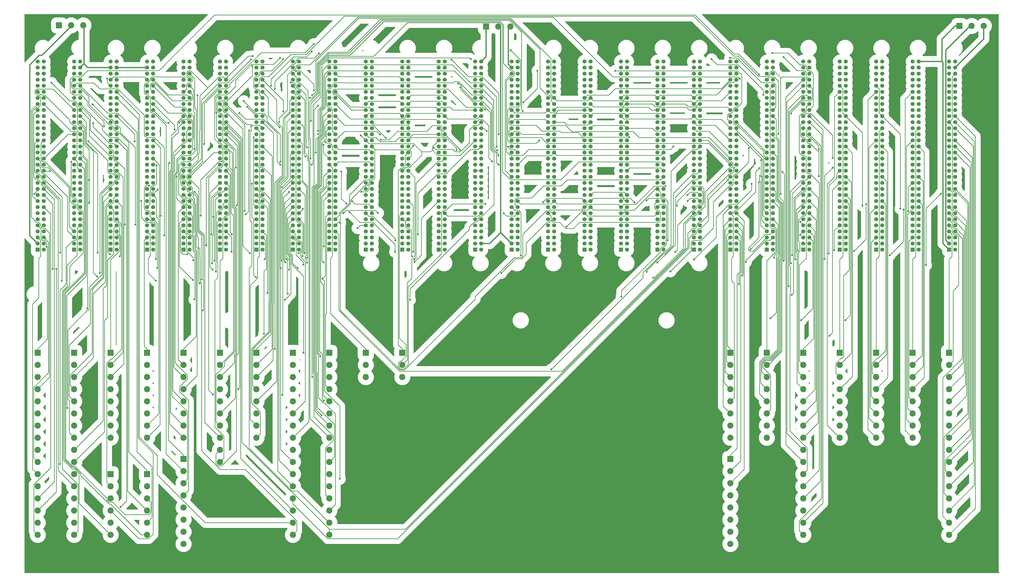
<source format=gbr>
G04 #@! TF.GenerationSoftware,KiCad,Pcbnew,(5.0.0)*
G04 #@! TF.CreationDate,2019-09-22T14:25:55+01:00*
G04 #@! TF.ProjectId,Backplane2,4261636B706C616E65322E6B69636164,rev?*
G04 #@! TF.SameCoordinates,Original*
G04 #@! TF.FileFunction,Copper,L2,Bot,Signal*
G04 #@! TF.FilePolarity,Positive*
%FSLAX46Y46*%
G04 Gerber Fmt 4.6, Leading zero omitted, Abs format (unit mm)*
G04 Created by KiCad (PCBNEW (5.0.0)) date 09/22/19 14:25:55*
%MOMM*%
%LPD*%
G01*
G04 APERTURE LIST*
G04 #@! TA.AperFunction,ComponentPad*
%ADD10R,2.600000X2.600000*%
G04 #@! TD*
G04 #@! TA.AperFunction,ComponentPad*
%ADD11C,2.600000*%
G04 #@! TD*
G04 #@! TA.AperFunction,ComponentPad*
%ADD12C,1.700000*%
G04 #@! TD*
G04 #@! TA.AperFunction,ComponentPad*
%ADD13R,1.700000X1.700000*%
G04 #@! TD*
G04 #@! TA.AperFunction,ViaPad*
%ADD14C,0.800000*%
G04 #@! TD*
G04 #@! TA.AperFunction,Conductor*
%ADD15C,0.250000*%
G04 #@! TD*
G04 #@! TA.AperFunction,Conductor*
%ADD16C,0.500000*%
G04 #@! TD*
G04 #@! TA.AperFunction,NonConductor*
%ADD17C,0.254000*%
G04 #@! TD*
G04 APERTURE END LIST*
D10*
G04 #@! TO.P,J202,1*
G04 #@! TO.N,SKT14BB*
X66040000Y-228600000D03*
D11*
G04 #@! TO.P,J202,2*
G04 #@! TO.N,SKT9-28*
X66040000Y-233680000D03*
G04 #@! TO.P,J202,3*
G04 #@! TO.N,SKT3JJ*
X66040000Y-238760000D03*
G04 #@! TO.P,J202,4*
G04 #@! TO.N,SKT3KK*
X66040000Y-243840000D03*
G04 #@! TO.P,J202,5*
G04 #@! TO.N,STC*
X66040000Y-248920000D03*
G04 #@! TO.P,J202,6*
G04 #@! TO.N,SHO*
X66040000Y-254000000D03*
G04 #@! TD*
D10*
G04 #@! TO.P,J201,1*
G04 #@! TO.N,SKT5k*
X50800000Y-228600000D03*
D11*
G04 #@! TO.P,J201,2*
G04 #@! TO.N,SKT5Y*
X50800000Y-233680000D03*
G04 #@! TO.P,J201,3*
G04 #@! TO.N,SKT5f*
X50800000Y-238760000D03*
G04 #@! TO.P,J201,4*
G04 #@! TO.N,SKT5~h*
X50800000Y-243840000D03*
G04 #@! TO.P,J201,5*
G04 #@! TO.N,SKT5a*
X50800000Y-248920000D03*
G04 #@! TO.P,J201,6*
G04 #@! TO.N,W17*
X50800000Y-254000000D03*
G04 #@! TD*
D10*
G04 #@! TO.P,J106,1*
G04 #@! TO.N,SKT3FF*
X96520000Y-177800000D03*
D11*
G04 #@! TO.P,J106,2*
G04 #@! TO.N,SKT3q*
X96520000Y-182880000D03*
G04 #@! TO.P,J106,3*
G04 #@! TO.N,SKT3GG*
X96520000Y-187960000D03*
G04 #@! TO.P,J106,4*
G04 #@! TO.N,~M12*
X96520000Y-193040000D03*
G04 #@! TO.P,J106,5*
G04 #@! TO.N,~M13*
X96520000Y-198120000D03*
G04 #@! TO.P,J106,6*
G04 #@! TO.N,~KTJ~1*
X96520000Y-203200000D03*
G04 #@! TO.P,J106,7*
G04 #@! TO.N,~ETJ~2*
X96520000Y-208280000D03*
G04 #@! TO.P,J106,8*
G04 #@! TO.N,~ETJ~3*
X96520000Y-213360000D03*
G04 #@! TO.P,J106,9*
G04 #@! TO.N,~KTJ~5*
X96520000Y-218440000D03*
G04 #@! TO.P,J106,10*
G04 #@! TO.N,AA7*
X96520000Y-223520000D03*
G04 #@! TD*
D12*
G04 #@! TO.P,J1,AL*
G04 #@! TO.N,GND*
X22860000Y-55880000D03*
G04 #@! TO.P,J1,32*
X20320000Y-55880000D03*
G04 #@! TO.P,J1,AK*
G04 #@! TO.N,Neg6v*
X22860000Y-58420000D03*
G04 #@! TO.P,J1,31*
X20320000Y-58420000D03*
G04 #@! TO.P,J1,AJ*
G04 #@! TO.N,N/C*
X22860000Y-60960000D03*
G04 #@! TO.P,J1,30*
X20320000Y-60960000D03*
G04 #@! TO.P,J1,AH*
X22860000Y-63500000D03*
G04 #@! TO.P,J1,29*
X20320000Y-63500000D03*
G04 #@! TO.P,J1,AF*
X22860000Y-66040000D03*
G04 #@! TO.P,J1,28*
X20320000Y-66040000D03*
G04 #@! TO.P,J1,AE*
G04 #@! TO.N,RESET*
X22860000Y-68580000D03*
G04 #@! TO.P,J1,27*
G04 #@! TO.N,~RESET~1*
X20320000Y-68580000D03*
G04 #@! TO.P,J1,AD*
G04 #@! TO.N,~RESET*
X22860000Y-71120000D03*
G04 #@! TO.P,J1,26*
G04 #@! TO.N,TCS*
X20320000Y-71120000D03*
G04 #@! TO.P,J1,AC*
G04 #@! TO.N,~STOP*
X22860000Y-73660000D03*
G04 #@! TO.P,J1,25*
G04 #@! TO.N,SKT5P*
X20320000Y-73660000D03*
G04 #@! TO.P,J1,AB*
G04 #@! TO.N,SKT5~D*
X22860000Y-76200000D03*
G04 #@! TO.P,J1,24*
G04 #@! TO.N,SKT11j*
X20320000Y-76200000D03*
G04 #@! TO.P,J1,AA*
G04 #@! TO.N,N/C*
X22860000Y-78740000D03*
G04 #@! TO.P,J1,23*
G04 #@! TO.N,E1*
X20320000Y-78740000D03*
G04 #@! TO.P,J1,Z*
G04 #@! TO.N,N/C*
X22860000Y-81280000D03*
G04 #@! TO.P,J1,22*
G04 #@! TO.N,E2*
X20320000Y-81280000D03*
G04 #@! TO.P,J1,Y*
G04 #@! TO.N,SKT5X*
X22860000Y-83820000D03*
G04 #@! TO.P,J1,21*
G04 #@! TO.N,~E2*
X20320000Y-83820000D03*
G04 #@! TO.P,J1,X*
G04 #@! TO.N,N/C*
X22860000Y-86360000D03*
G04 #@! TO.P,J1,20*
G04 #@! TO.N,~E1*
X20320000Y-86360000D03*
G04 #@! TO.P,J1,W*
G04 #@! TO.N,W17*
X22860000Y-88900000D03*
G04 #@! TO.P,J1,19*
G04 #@! TO.N,SKT5f*
X20320000Y-88900000D03*
G04 #@! TO.P,J1,V*
G04 #@! TO.N,SKT5Z*
X22860000Y-91440000D03*
G04 #@! TO.P,J1,18*
G04 #@! TO.N,SKT11q*
X20320000Y-91440000D03*
G04 #@! TO.P,J1,U*
G04 #@! TO.N,N/C*
X22860000Y-93980000D03*
G04 #@! TO.P,J1,17*
G04 #@! TO.N,SKT11U*
X20320000Y-93980000D03*
G04 #@! TO.P,J1,T*
G04 #@! TO.N,~OS*
X22860000Y-96520000D03*
G04 #@! TO.P,J1,16*
G04 #@! TO.N,JUMP*
X20320000Y-96520000D03*
G04 #@! TO.P,J1,S*
G04 #@! TO.N,SKT5g*
X22860000Y-99060000D03*
G04 #@! TO.P,J1,15*
G04 #@! TO.N,~JUMP*
X20320000Y-99060000D03*
G04 #@! TO.P,J1,R*
G04 #@! TO.N,~JIA*
X22860000Y-101600000D03*
G04 #@! TO.P,J1,14*
G04 #@! TO.N,CS*
X20320000Y-101600000D03*
G04 #@! TO.P,J1,P*
G04 #@! TO.N,N/C*
X22860000Y-104140000D03*
G04 #@! TO.P,J1,13*
G04 #@! TO.N,CIN*
X20320000Y-104140000D03*
G04 #@! TO.P,J1,N*
G04 #@! TO.N,~WTM~a*
X22860000Y-106680000D03*
G04 #@! TO.P,J1,12*
G04 #@! TO.N,~CS*
X20320000Y-106680000D03*
G04 #@! TO.P,J1,M*
G04 #@! TO.N,SKT5V*
X22860000Y-109220000D03*
G04 #@! TO.P,J1,11*
G04 #@! TO.N,SKT5W*
X20320000Y-109220000D03*
G04 #@! TO.P,J1,L*
G04 #@! TO.N,SKT5k*
X22860000Y-111760000D03*
G04 #@! TO.P,J1,10*
G04 #@! TO.N,ONG*
X20320000Y-111760000D03*
G04 #@! TO.P,J1,K*
G04 #@! TO.N,ONG-*
X22860000Y-114300000D03*
G04 #@! TO.P,J1,9*
G04 #@! TO.N,ENG*
X20320000Y-114300000D03*
G04 #@! TO.P,J1,J*
G04 #@! TO.N,SKT5b*
X22860000Y-116840000D03*
G04 #@! TO.P,J1,8*
G04 #@! TO.N,SKT5C*
X20320000Y-116840000D03*
G04 #@! TO.P,J1,H*
G04 #@! TO.N,SKT5e*
X22860000Y-119380000D03*
G04 #@! TO.P,J1,7*
G04 #@! TO.N,SKT11f*
X20320000Y-119380000D03*
G04 #@! TO.P,J1,F*
G04 #@! TO.N,SKT11g*
X22860000Y-121920000D03*
G04 #@! TO.P,J1,6*
G04 #@! TO.N,SKT11h*
X20320000Y-121920000D03*
G04 #@! TO.P,J1,E*
G04 #@! TO.N,~ENG*
X22860000Y-124460000D03*
G04 #@! TO.P,J1,5*
G04 #@! TO.N,SKT5D*
X20320000Y-124460000D03*
G04 #@! TO.P,J1,D*
G04 #@! TO.N,SKT5i*
X22860000Y-127000000D03*
G04 #@! TO.P,J1,4*
G04 #@! TO.N,SKT11i*
X20320000Y-127000000D03*
G04 #@! TO.P,J1,C*
G04 #@! TO.N,SKT5T*
X22860000Y-129540000D03*
G04 #@! TO.P,J1,3*
G04 #@! TO.N,SKT5U*
X20320000Y-129540000D03*
G04 #@! TO.P,J1,B*
G04 #@! TO.N,6v*
X22860000Y-132080000D03*
G04 #@! TO.P,J1,2*
X20320000Y-132080000D03*
G04 #@! TO.P,J1,A*
G04 #@! TO.N,GND*
X22860000Y-134620000D03*
D13*
G04 #@! TO.P,J1,1*
X20320000Y-134620000D03*
G04 #@! TD*
D12*
G04 #@! TO.P,J2,AL*
G04 #@! TO.N,GND*
X38100000Y-55880000D03*
G04 #@! TO.P,J2,32*
X35560000Y-55880000D03*
G04 #@! TO.P,J2,AK*
G04 #@! TO.N,Neg6v*
X38100000Y-58420000D03*
G04 #@! TO.P,J2,31*
X35560000Y-58420000D03*
G04 #@! TO.P,J2,AJ*
G04 #@! TO.N,N/C*
X38100000Y-60960000D03*
G04 #@! TO.P,J2,30*
X35560000Y-60960000D03*
G04 #@! TO.P,J2,AH*
X38100000Y-63500000D03*
G04 #@! TO.P,J2,29*
G04 #@! TO.N,SKT14BB*
X35560000Y-63500000D03*
G04 #@! TO.P,J2,AF*
G04 #@! TO.N,STC*
X38100000Y-66040000D03*
G04 #@! TO.P,J2,28*
G04 #@! TO.N,RDY-*
X35560000Y-66040000D03*
G04 #@! TO.P,J2,AE*
G04 #@! TO.N,N/C*
X38100000Y-68580000D03*
G04 #@! TO.P,J2,27*
X35560000Y-68580000D03*
G04 #@! TO.P,J2,AD*
X38100000Y-71120000D03*
G04 #@! TO.P,J2,26*
X35560000Y-71120000D03*
G04 #@! TO.P,J2,AC*
G04 #@! TO.N,SKT3KK*
X38100000Y-73660000D03*
G04 #@! TO.P,J2,25*
G04 #@! TO.N,~ENG*
X35560000Y-73660000D03*
G04 #@! TO.P,J2,AB*
G04 #@! TO.N,NGA*
X38100000Y-76200000D03*
G04 #@! TO.P,J2,24*
G04 #@! TO.N,ENG*
X35560000Y-76200000D03*
G04 #@! TO.P,J2,AA*
G04 #@! TO.N,~SB*
X38100000Y-78740000D03*
G04 #@! TO.P,J2,23*
G04 #@! TO.N,N/C*
X35560000Y-78740000D03*
G04 #@! TO.P,J2,Z*
G04 #@! TO.N,SKT9-28*
X38100000Y-81280000D03*
G04 #@! TO.P,J2,22*
G04 #@! TO.N,N/C*
X35560000Y-81280000D03*
G04 #@! TO.P,J2,Y*
G04 #@! TO.N,~RESET~2*
X38100000Y-83820000D03*
G04 #@! TO.P,J2,21*
G04 #@! TO.N,N/C*
X35560000Y-83820000D03*
G04 #@! TO.P,J2,X*
G04 #@! TO.N,~RESET~1*
X38100000Y-86360000D03*
G04 #@! TO.P,J2,20*
G04 #@! TO.N,~OS*
X35560000Y-86360000D03*
G04 #@! TO.P,J2,W*
G04 #@! TO.N,N/C*
X38100000Y-88900000D03*
G04 #@! TO.P,J2,19*
G04 #@! TO.N,CS*
X35560000Y-88900000D03*
G04 #@! TO.P,J2,V*
G04 #@! TO.N,N/C*
X38100000Y-91440000D03*
G04 #@! TO.P,J2,18*
X35560000Y-91440000D03*
G04 #@! TO.P,J2,U*
G04 #@! TO.N,SKT5H*
X38100000Y-93980000D03*
G04 #@! TO.P,J2,17*
G04 #@! TO.N,N/C*
X35560000Y-93980000D03*
G04 #@! TO.P,J2,T*
G04 #@! TO.N,SKT3JJ*
X38100000Y-96520000D03*
G04 #@! TO.P,J2,16*
G04 #@! TO.N,~STOP*
X35560000Y-96520000D03*
G04 #@! TO.P,J2,S*
G04 #@! TO.N,SHO*
X38100000Y-99060000D03*
G04 #@! TO.P,J2,15*
G04 #@! TO.N,N/C*
X35560000Y-99060000D03*
G04 #@! TO.P,J2,R*
G04 #@! TO.N,~STOP*
X38100000Y-101600000D03*
G04 #@! TO.P,J2,14*
G04 #@! TO.N,ONG*
X35560000Y-101600000D03*
G04 #@! TO.P,J2,P*
G04 #@! TO.N,N/C*
X38100000Y-104140000D03*
G04 #@! TO.P,J2,13*
G04 #@! TO.N,ONG-*
X35560000Y-104140000D03*
G04 #@! TO.P,J2,N*
G04 #@! TO.N,N/C*
X38100000Y-106680000D03*
G04 #@! TO.P,J2,12*
X35560000Y-106680000D03*
G04 #@! TO.P,J2,M*
G04 #@! TO.N,MST*
X38100000Y-109220000D03*
G04 #@! TO.P,J2,11*
G04 #@! TO.N,N/C*
X35560000Y-109220000D03*
G04 #@! TO.P,J2,L*
G04 #@! TO.N,OIS*
X38100000Y-111760000D03*
G04 #@! TO.P,J2,10*
G04 #@! TO.N,~RESET~'*
X35560000Y-111760000D03*
G04 #@! TO.P,J2,K*
G04 #@! TO.N,N/C*
X38100000Y-114300000D03*
G04 #@! TO.P,J2,9*
X35560000Y-114300000D03*
G04 #@! TO.P,J2,J*
G04 #@! TO.N,CON*
X38100000Y-116840000D03*
G04 #@! TO.P,J2,8*
G04 #@! TO.N,N/C*
X35560000Y-116840000D03*
G04 #@! TO.P,J2,H*
G04 #@! TO.N,~SAO*
X38100000Y-119380000D03*
G04 #@! TO.P,J2,7*
G04 #@! TO.N,SKT5U*
X35560000Y-119380000D03*
G04 #@! TO.P,J2,F*
G04 #@! TO.N,N/C*
X38100000Y-121920000D03*
G04 #@! TO.P,J2,6*
G04 #@! TO.N,SKT5T*
X35560000Y-121920000D03*
G04 #@! TO.P,J2,E*
G04 #@! TO.N,SKT5R*
X38100000Y-124460000D03*
G04 #@! TO.P,J2,5*
G04 #@! TO.N,WFR*
X35560000Y-124460000D03*
G04 #@! TO.P,J2,D*
G04 #@! TO.N,N/C*
X38100000Y-127000000D03*
G04 #@! TO.P,J2,4*
G04 #@! TO.N,JUMP*
X35560000Y-127000000D03*
G04 #@! TO.P,J2,C*
G04 #@! TO.N,MARGINS*
X38100000Y-129540000D03*
G04 #@! TO.P,J2,3*
G04 #@! TO.N,~JUMP*
X35560000Y-129540000D03*
G04 #@! TO.P,J2,B*
G04 #@! TO.N,6v*
X38100000Y-132080000D03*
G04 #@! TO.P,J2,2*
X35560000Y-132080000D03*
G04 #@! TO.P,J2,A*
G04 #@! TO.N,GND*
X38100000Y-134620000D03*
D13*
G04 #@! TO.P,J2,1*
X35560000Y-134620000D03*
G04 #@! TD*
D12*
G04 #@! TO.P,J3,AL*
G04 #@! TO.N,GND*
X53340000Y-55880000D03*
G04 #@! TO.P,J3,32*
X50800000Y-55880000D03*
G04 #@! TO.P,J3,AK*
G04 #@! TO.N,Neg6v*
X53340000Y-58420000D03*
G04 #@! TO.P,J3,31*
X50800000Y-58420000D03*
G04 #@! TO.P,J3,AJ*
G04 #@! TO.N,N/C*
X53340000Y-60960000D03*
G04 #@! TO.P,J3,30*
X50800000Y-60960000D03*
G04 #@! TO.P,J3,AH*
G04 #@! TO.N,t1*
X53340000Y-63500000D03*
G04 #@! TO.P,J3,29*
G04 #@! TO.N,~RESET~1*
X50800000Y-63500000D03*
G04 #@! TO.P,J3,AF*
G04 #@! TO.N,N/C*
X53340000Y-66040000D03*
G04 #@! TO.P,J3,28*
G04 #@! TO.N,PTR*
X50800000Y-66040000D03*
G04 #@! TO.P,J3,AE*
G04 #@! TO.N,t3-2*
X53340000Y-68580000D03*
G04 #@! TO.P,J3,27*
G04 #@! TO.N,N/C*
X50800000Y-68580000D03*
G04 #@! TO.P,J3,AD*
G04 #@! TO.N,SKT5~h*
X53340000Y-71120000D03*
G04 #@! TO.P,J3,26*
G04 #@! TO.N,N/C*
X50800000Y-71120000D03*
G04 #@! TO.P,J3,AC*
G04 #@! TO.N,t4-1*
X53340000Y-73660000D03*
G04 #@! TO.P,J3,25*
G04 #@! TO.N,N/C*
X50800000Y-73660000D03*
G04 #@! TO.P,J3,AB*
X53340000Y-76200000D03*
G04 #@! TO.P,J3,24*
X50800000Y-76200000D03*
G04 #@! TO.P,J3,AA*
G04 #@! TO.N,t2-1*
X53340000Y-78740000D03*
G04 #@! TO.P,J3,23*
G04 #@! TO.N,N/C*
X50800000Y-78740000D03*
G04 #@! TO.P,J3,Z*
G04 #@! TO.N,~E2*
X53340000Y-81280000D03*
G04 #@! TO.P,J3,22*
G04 #@! TO.N,N/C*
X50800000Y-81280000D03*
G04 #@! TO.P,J3,Y*
X53340000Y-83820000D03*
G04 #@! TO.P,J3,21*
X50800000Y-83820000D03*
G04 #@! TO.P,J3,X*
X53340000Y-86360000D03*
G04 #@! TO.P,J3,20*
X50800000Y-86360000D03*
G04 #@! TO.P,J3,W*
G04 #@! TO.N,SKT5a*
X53340000Y-88900000D03*
G04 #@! TO.P,J3,19*
G04 #@! TO.N,N/C*
X50800000Y-88900000D03*
G04 #@! TO.P,J3,V*
G04 #@! TO.N,E2*
X53340000Y-91440000D03*
G04 #@! TO.P,J3,18*
G04 #@! TO.N,N/C*
X50800000Y-91440000D03*
G04 #@! TO.P,J3,U*
X53340000Y-93980000D03*
G04 #@! TO.P,J3,17*
X50800000Y-93980000D03*
G04 #@! TO.P,J3,T*
G04 #@! TO.N,E1*
X53340000Y-96520000D03*
G04 #@! TO.P,J3,16*
G04 #@! TO.N,N/C*
X50800000Y-96520000D03*
G04 #@! TO.P,J3,S*
G04 #@! TO.N,SKT11p*
X53340000Y-99060000D03*
G04 #@! TO.P,J3,15*
G04 #@! TO.N,N/C*
X50800000Y-99060000D03*
G04 #@! TO.P,J3,R*
G04 #@! TO.N,INT3*
X53340000Y-101600000D03*
G04 #@! TO.P,J3,14*
G04 #@! TO.N,N/C*
X50800000Y-101600000D03*
G04 #@! TO.P,J3,P*
G04 #@! TO.N,~E1*
X53340000Y-104140000D03*
G04 #@! TO.P,J3,13*
G04 #@! TO.N,N/C*
X50800000Y-104140000D03*
G04 #@! TO.P,J3,N*
X53340000Y-106680000D03*
G04 #@! TO.P,J3,12*
G04 #@! TO.N,DH*
X50800000Y-106680000D03*
G04 #@! TO.P,J3,M*
G04 #@! TO.N,N/C*
X53340000Y-109220000D03*
G04 #@! TO.P,J3,11*
G04 #@! TO.N,SKT11Y*
X50800000Y-109220000D03*
G04 #@! TO.P,J3,L*
G04 #@! TO.N,SKT11n*
X53340000Y-111760000D03*
G04 #@! TO.P,J3,10*
G04 #@! TO.N,SKT11X*
X50800000Y-111760000D03*
G04 #@! TO.P,J3,K*
G04 #@! TO.N,INT2*
X53340000Y-114300000D03*
G04 #@! TO.P,J3,9*
G04 #@! TO.N,SKT11W*
X50800000Y-114300000D03*
G04 #@! TO.P,J3,J*
G04 #@! TO.N,N/C*
X53340000Y-116840000D03*
G04 #@! TO.P,J3,8*
G04 #@! TO.N,DTE*
X50800000Y-116840000D03*
G04 #@! TO.P,J3,H*
G04 #@! TO.N,N/C*
X53340000Y-119380000D03*
G04 #@! TO.P,J3,7*
G04 #@! TO.N,DD*
X50800000Y-119380000D03*
G04 #@! TO.P,J3,F*
G04 #@! TO.N,SKT5Y*
X53340000Y-121920000D03*
G04 #@! TO.P,J3,6*
G04 #@! TO.N,~SAO*
X50800000Y-121920000D03*
G04 #@! TO.P,J3,E*
G04 #@! TO.N,SKT11m*
X53340000Y-124460000D03*
G04 #@! TO.P,J3,5*
G04 #@! TO.N,N/C*
X50800000Y-124460000D03*
G04 #@! TO.P,J3,D*
G04 #@! TO.N,INT1*
X53340000Y-127000000D03*
G04 #@! TO.P,J3,4*
G04 #@! TO.N,N/C*
X50800000Y-127000000D03*
G04 #@! TO.P,J3,C*
X53340000Y-129540000D03*
G04 #@! TO.P,J3,3*
X50800000Y-129540000D03*
G04 #@! TO.P,J3,B*
G04 #@! TO.N,6v*
X53340000Y-132080000D03*
G04 #@! TO.P,J3,2*
X50800000Y-132080000D03*
G04 #@! TO.P,J3,A*
G04 #@! TO.N,GND*
X53340000Y-134620000D03*
D13*
G04 #@! TO.P,J3,1*
X50800000Y-134620000D03*
G04 #@! TD*
D12*
G04 #@! TO.P,J13,AL*
G04 #@! TO.N,GND*
X205740000Y-55880000D03*
G04 #@! TO.P,J13,32*
X203200000Y-55880000D03*
G04 #@! TO.P,J13,AK*
G04 #@! TO.N,Neg6v*
X205740000Y-58420000D03*
G04 #@! TO.P,J13,31*
X203200000Y-58420000D03*
G04 #@! TO.P,J13,AJ*
G04 #@! TO.N,MTFm*
X205740000Y-60960000D03*
G04 #@! TO.P,J13,30*
X203200000Y-60960000D03*
G04 #@! TO.P,J13,AH*
G04 #@! TO.N,QTFm*
X205740000Y-63500000D03*
G04 #@! TO.P,J13,29*
X203200000Y-63500000D03*
G04 #@! TO.P,J13,AF*
G04 #@! TO.N,GTJm*
X205740000Y-66040000D03*
G04 #@! TO.P,J13,28*
X203200000Y-66040000D03*
G04 #@! TO.P,J13,AE*
G04 #@! TO.N,GTAm*
X205740000Y-68580000D03*
G04 #@! TO.P,J13,27*
X203200000Y-68580000D03*
G04 #@! TO.P,J13,AD*
G04 #@! TO.N,1TPCm*
X205740000Y-71120000D03*
G04 #@! TO.P,J13,26*
G04 #@! TO.N,S0c*
X203200000Y-71120000D03*
G04 #@! TO.P,J13,AC*
G04 #@! TO.N,CRSm*
X205740000Y-73660000D03*
G04 #@! TO.P,J13,25*
G04 #@! TO.N,S1c*
X203200000Y-73660000D03*
G04 #@! TO.P,J13,AB*
G04 #@! TO.N,GTQm*
X205740000Y-76200000D03*
G04 #@! TO.P,J13,24*
G04 #@! TO.N,S2c*
X203200000Y-76200000D03*
G04 #@! TO.P,J13,AA*
G04 #@! TO.N,LTGm*
X205740000Y-78740000D03*
G04 #@! TO.P,J13,23*
G04 #@! TO.N,S3b*
X203200000Y-78740000D03*
G04 #@! TO.P,J13,Z*
G04 #@! TO.N,OTMm*
X205740000Y-81280000D03*
G04 #@! TO.P,J13,22*
G04 #@! TO.N,S4b*
X203200000Y-81280000D03*
G04 #@! TO.P,J13,Y*
G04 #@! TO.N,ATFm*
X205740000Y-83820000D03*
G04 #@! TO.P,J13,21*
G04 #@! TO.N,~S4~c*
X203200000Y-83820000D03*
G04 #@! TO.P,J13,X*
G04 #@! TO.N,N/C*
X205740000Y-86360000D03*
G04 #@! TO.P,J13,20*
G04 #@! TO.N,CA2*
X203200000Y-86360000D03*
G04 #@! TO.P,J13,W*
G04 #@! TO.N,TPCOm*
X205740000Y-88900000D03*
G04 #@! TO.P,J13,19*
G04 #@! TO.N,~CA~2*
X203200000Y-88900000D03*
G04 #@! TO.P,J13,V*
G04 #@! TO.N,TXM18m*
X205740000Y-91440000D03*
G04 #@! TO.P,J13,18*
G04 #@! TO.N,N/C*
X203200000Y-91440000D03*
G04 #@! TO.P,J13,U*
G04 #@! TO.N,KTJm*
X205740000Y-93980000D03*
G04 #@! TO.P,J13,17*
G04 #@! TO.N,N/C*
X203200000Y-93980000D03*
G04 #@! TO.P,J13,T*
G04 #@! TO.N,K2m*
X205740000Y-96520000D03*
G04 #@! TO.P,J13,16*
G04 #@! TO.N,N/C*
X203200000Y-96520000D03*
G04 #@! TO.P,J13,S*
G04 #@! TO.N,OTJm*
X205740000Y-99060000D03*
G04 #@! TO.P,J13,15*
G04 #@! TO.N,N/C*
X203200000Y-99060000D03*
G04 #@! TO.P,J13,R*
G04 #@! TO.N,RTGm*
X205740000Y-101600000D03*
G04 #@! TO.P,J13,14*
X203200000Y-101600000D03*
G04 #@! TO.P,J13,P*
G04 #@! TO.N,MTFm*
X205740000Y-104140000D03*
G04 #@! TO.P,J13,13*
X203200000Y-104140000D03*
G04 #@! TO.P,J13,N*
G04 #@! TO.N,1TFm*
X205740000Y-106680000D03*
G04 #@! TO.P,J13,12*
X203200000Y-106680000D03*
G04 #@! TO.P,J13,M*
G04 #@! TO.N,YTXm*
X205740000Y-109220000D03*
G04 #@! TO.P,J13,11*
X203200000Y-109220000D03*
G04 #@! TO.P,J13,L*
G04 #@! TO.N,READm*
X205740000Y-111760000D03*
G04 #@! TO.P,J13,10*
G04 #@! TO.N,N/C*
X203200000Y-111760000D03*
G04 #@! TO.P,J13,K*
G04 #@! TO.N,WRITEm*
X205740000Y-114300000D03*
G04 #@! TO.P,J13,9*
G04 #@! TO.N,N/C*
X203200000Y-114300000D03*
G04 #@! TO.P,J13,J*
G04 #@! TO.N,XTFm*
X205740000Y-116840000D03*
G04 #@! TO.P,J13,8*
G04 #@! TO.N,DE*
X203200000Y-116840000D03*
G04 #@! TO.P,J13,H*
G04 #@! TO.N,JTPCm*
X205740000Y-119380000D03*
G04 #@! TO.P,J13,7*
G04 #@! TO.N,DB*
X203200000Y-119380000D03*
G04 #@! TO.P,J13,F*
G04 #@! TO.N,FTGm*
X205740000Y-121920000D03*
G04 #@! TO.P,J13,6*
X203200000Y-121920000D03*
G04 #@! TO.P,J13,E*
G04 #@! TO.N,AA3m*
X205740000Y-124460000D03*
G04 #@! TO.P,J13,5*
X203200000Y-124460000D03*
G04 #@! TO.P,J13,D*
G04 #@! TO.N,AA2m*
X205740000Y-127000000D03*
G04 #@! TO.P,J13,4*
X203200000Y-127000000D03*
G04 #@! TO.P,J13,C*
G04 #@! TO.N,AA1m*
X205740000Y-129540000D03*
G04 #@! TO.P,J13,3*
X203200000Y-129540000D03*
G04 #@! TO.P,J13,B*
G04 #@! TO.N,6v*
X205740000Y-132080000D03*
G04 #@! TO.P,J13,2*
X203200000Y-132080000D03*
G04 #@! TO.P,J13,A*
G04 #@! TO.N,GND*
X205740000Y-134620000D03*
D13*
G04 #@! TO.P,J13,1*
X203200000Y-134620000D03*
G04 #@! TD*
D12*
G04 #@! TO.P,J4,AL*
G04 #@! TO.N,GND*
X68580000Y-55880000D03*
G04 #@! TO.P,J4,32*
X66040000Y-55880000D03*
G04 #@! TO.P,J4,AK*
G04 #@! TO.N,Neg6v*
X68580000Y-58420000D03*
G04 #@! TO.P,J4,31*
X66040000Y-58420000D03*
G04 #@! TO.P,J4,AJ*
G04 #@! TO.N,N/C*
X68580000Y-60960000D03*
G04 #@! TO.P,J4,30*
X66040000Y-60960000D03*
G04 #@! TO.P,J4,AH*
G04 #@! TO.N,t'1*
X68580000Y-63500000D03*
G04 #@! TO.P,J4,29*
G04 #@! TO.N,~RESET~1*
X66040000Y-63500000D03*
G04 #@! TO.P,J4,AF*
G04 #@! TO.N,t'2*
X68580000Y-66040000D03*
G04 #@! TO.P,J4,28*
G04 #@! TO.N,N/C*
X66040000Y-66040000D03*
G04 #@! TO.P,J4,AE*
G04 #@! TO.N,t'3*
X68580000Y-68580000D03*
G04 #@! TO.P,J4,27*
G04 #@! TO.N,N/C*
X66040000Y-68580000D03*
G04 #@! TO.P,J4,AD*
G04 #@! TO.N,t'4*
X68580000Y-71120000D03*
G04 #@! TO.P,J4,26*
G04 #@! TO.N,N/C*
X66040000Y-71120000D03*
G04 #@! TO.P,J4,AC*
G04 #@! TO.N,t'5*
X68580000Y-73660000D03*
G04 #@! TO.P,J4,25*
G04 #@! TO.N,~STOP*
X66040000Y-73660000D03*
G04 #@! TO.P,J4,AB*
G04 #@! TO.N,t'6*
X68580000Y-76200000D03*
G04 #@! TO.P,J4,24*
G04 #@! TO.N,N/C*
X66040000Y-76200000D03*
G04 #@! TO.P,J4,AA*
X68580000Y-78740000D03*
G04 #@! TO.P,J4,23*
G04 #@! TO.N,CIN*
X66040000Y-78740000D03*
G04 #@! TO.P,J4,Z*
G04 #@! TO.N,N/C*
X68580000Y-81280000D03*
G04 #@! TO.P,J4,22*
G04 #@! TO.N,CON*
X66040000Y-81280000D03*
G04 #@! TO.P,J4,Y*
G04 #@! TO.N,N/C*
X68580000Y-83820000D03*
G04 #@! TO.P,J4,21*
X66040000Y-83820000D03*
G04 #@! TO.P,J4,X*
X68580000Y-86360000D03*
G04 #@! TO.P,J4,20*
X66040000Y-86360000D03*
G04 #@! TO.P,J4,W*
G04 #@! TO.N,~SAO*
X68580000Y-88900000D03*
G04 #@! TO.P,J4,19*
G04 #@! TO.N,N/C*
X66040000Y-88900000D03*
G04 #@! TO.P,J4,V*
X68580000Y-91440000D03*
G04 #@! TO.P,J4,18*
X66040000Y-91440000D03*
G04 #@! TO.P,J4,U*
X68580000Y-93980000D03*
G04 #@! TO.P,J4,17*
X66040000Y-93980000D03*
G04 #@! TO.P,J4,T*
G04 #@! TO.N,TZ1*
X68580000Y-96520000D03*
G04 #@! TO.P,J4,16*
G04 #@! TO.N,N/C*
X66040000Y-96520000D03*
G04 #@! TO.P,J4,S*
X68580000Y-99060000D03*
G04 #@! TO.P,J4,15*
X66040000Y-99060000D03*
G04 #@! TO.P,J4,R*
X68580000Y-101600000D03*
G04 #@! TO.P,J4,14*
X66040000Y-101600000D03*
G04 #@! TO.P,J4,P*
G04 #@! TO.N,ONG-*
X68580000Y-104140000D03*
G04 #@! TO.P,J4,13*
G04 #@! TO.N,N/C*
X66040000Y-104140000D03*
G04 #@! TO.P,J4,N*
G04 #@! TO.N,~ENG*
X68580000Y-106680000D03*
G04 #@! TO.P,J4,12*
G04 #@! TO.N,N/C*
X66040000Y-106680000D03*
G04 #@! TO.P,J4,M*
X68580000Y-109220000D03*
G04 #@! TO.P,J4,11*
X66040000Y-109220000D03*
G04 #@! TO.P,J4,L*
G04 #@! TO.N,~Z2*
X68580000Y-111760000D03*
G04 #@! TO.P,J4,10*
G04 #@! TO.N,~CIS*
X66040000Y-111760000D03*
G04 #@! TO.P,J4,K*
G04 #@! TO.N,WFP*
X68580000Y-114300000D03*
G04 #@! TO.P,J4,9*
G04 #@! TO.N,MST*
X66040000Y-114300000D03*
G04 #@! TO.P,J4,J*
G04 #@! TO.N,SB*
X68580000Y-116840000D03*
G04 #@! TO.P,J4,8*
G04 #@! TO.N,TEST*
X66040000Y-116840000D03*
G04 #@! TO.P,J4,H*
G04 #@! TO.N,N/C*
X68580000Y-119380000D03*
G04 #@! TO.P,J4,7*
G04 #@! TO.N,SKT5i*
X66040000Y-119380000D03*
G04 #@! TO.P,J4,F*
G04 #@! TO.N,WFR*
X68580000Y-121920000D03*
G04 #@! TO.P,J4,6*
G04 #@! TO.N,WTMa*
X66040000Y-121920000D03*
G04 #@! TO.P,J4,E*
G04 #@! TO.N,OIS*
X68580000Y-124460000D03*
G04 #@! TO.P,J4,5*
G04 #@! TO.N,N/C*
X66040000Y-124460000D03*
G04 #@! TO.P,J4,D*
X68580000Y-127000000D03*
G04 #@! TO.P,J4,4*
G04 #@! TO.N,VTGa*
X66040000Y-127000000D03*
G04 #@! TO.P,J4,C*
G04 #@! TO.N,N/C*
X68580000Y-129540000D03*
G04 #@! TO.P,J4,3*
G04 #@! TO.N,SKT7k*
X66040000Y-129540000D03*
G04 #@! TO.P,J4,B*
G04 #@! TO.N,6v*
X68580000Y-132080000D03*
G04 #@! TO.P,J4,2*
X66040000Y-132080000D03*
G04 #@! TO.P,J4,A*
G04 #@! TO.N,GND*
X68580000Y-134620000D03*
D13*
G04 #@! TO.P,J4,1*
X66040000Y-134620000D03*
G04 #@! TD*
D12*
G04 #@! TO.P,J5,AL*
G04 #@! TO.N,GND*
X83820000Y-55880000D03*
G04 #@! TO.P,J5,32*
X81280000Y-55880000D03*
G04 #@! TO.P,J5,AK*
G04 #@! TO.N,Neg6v*
X83820000Y-58420000D03*
G04 #@! TO.P,J5,31*
X81280000Y-58420000D03*
G04 #@! TO.P,J5,AJ*
G04 #@! TO.N,~RGS~i*
X83820000Y-60960000D03*
G04 #@! TO.P,J5,30*
G04 #@! TO.N,N/C*
X81280000Y-60960000D03*
G04 #@! TO.P,J5,AH*
G04 #@! TO.N,~WGS~i*
X83820000Y-63500000D03*
G04 #@! TO.P,J5,29*
G04 #@! TO.N,t3-2*
X81280000Y-63500000D03*
G04 #@! TO.P,J5,AF*
G04 #@! TO.N,~WGS~x*
X83820000Y-66040000D03*
G04 #@! TO.P,J5,28*
G04 #@! TO.N,t3-1*
X81280000Y-66040000D03*
G04 #@! TO.P,J5,AE*
G04 #@! TO.N,t'3*
X83820000Y-68580000D03*
G04 #@! TO.P,J5,27*
G04 #@! TO.N,t1*
X81280000Y-68580000D03*
G04 #@! TO.P,J5,AD*
G04 #@! TO.N,t'1*
X83820000Y-71120000D03*
G04 #@! TO.P,J5,26*
G04 #@! TO.N,t4-1*
X81280000Y-71120000D03*
G04 #@! TO.P,J5,AC*
G04 #@! TO.N,N/C*
X83820000Y-73660000D03*
G04 #@! TO.P,J5,25*
G04 #@! TO.N,t5*
X81280000Y-73660000D03*
G04 #@! TO.P,J5,AB*
G04 #@! TO.N,N/C*
X83820000Y-76200000D03*
G04 #@! TO.P,J5,24*
G04 #@! TO.N,t6*
X81280000Y-76200000D03*
G04 #@! TO.P,J5,AA*
G04 #@! TO.N,N/C*
X83820000Y-78740000D03*
G04 #@! TO.P,J5,23*
G04 #@! TO.N,DTF1-2*
X81280000Y-78740000D03*
G04 #@! TO.P,J5,Z*
G04 #@! TO.N,t'6*
X83820000Y-81280000D03*
G04 #@! TO.P,J5,22*
G04 #@! TO.N,DTF1-1*
X81280000Y-81280000D03*
G04 #@! TO.P,J5,Y*
G04 #@! TO.N,~RGS~x*
X83820000Y-83820000D03*
G04 #@! TO.P,J5,21*
G04 #@! TO.N,N/C*
X81280000Y-83820000D03*
G04 #@! TO.P,J5,X*
G04 #@! TO.N,t'5*
X83820000Y-86360000D03*
G04 #@! TO.P,J5,20*
G04 #@! TO.N,t2-1*
X81280000Y-86360000D03*
G04 #@! TO.P,J5,W*
G04 #@! TO.N,t'4*
X83820000Y-88900000D03*
G04 #@! TO.P,J5,19*
G04 #@! TO.N,t2-1*
X81280000Y-88900000D03*
G04 #@! TO.P,J5,V*
G04 #@! TO.N,~CIS*
X83820000Y-91440000D03*
G04 #@! TO.P,J5,18*
G04 #@! TO.N,OTI-*
X81280000Y-91440000D03*
G04 #@! TO.P,J5,U*
G04 #@! TO.N,t'2*
X83820000Y-93980000D03*
G04 #@! TO.P,J5,17*
G04 #@! TO.N,MTI*
X81280000Y-93980000D03*
G04 #@! TO.P,J5,T*
G04 #@! TO.N,~WGS*
X83820000Y-96520000D03*
G04 #@! TO.P,J5,16*
G04 #@! TO.N,N/C*
X81280000Y-96520000D03*
G04 #@! TO.P,J5,S*
G04 #@! TO.N,DTF1a*
X83820000Y-99060000D03*
G04 #@! TO.P,J5,15*
G04 #@! TO.N,N/C*
X81280000Y-99060000D03*
G04 #@! TO.P,J5,R*
G04 #@! TO.N,~RGS*
X83820000Y-101600000D03*
G04 #@! TO.P,J5,14*
G04 #@! TO.N,t4-2*
X81280000Y-101600000D03*
G04 #@! TO.P,J5,P*
G04 #@! TO.N,TEST*
X83820000Y-104140000D03*
G04 #@! TO.P,J5,13*
G04 #@! TO.N,WFR*
X81280000Y-104140000D03*
G04 #@! TO.P,J5,N*
G04 #@! TO.N,WFRa*
X83820000Y-106680000D03*
G04 #@! TO.P,J5,12*
G04 #@! TO.N,MTIa*
X81280000Y-106680000D03*
G04 #@! TO.P,J5,M*
G04 #@! TO.N,OTJa*
X83820000Y-109220000D03*
G04 #@! TO.P,J5,11*
G04 #@! TO.N,OTJ-'*
X81280000Y-109220000D03*
G04 #@! TO.P,J5,L*
G04 #@! TO.N,~CS*
X83820000Y-111760000D03*
G04 #@! TO.P,J5,10*
G04 #@! TO.N,Z18*
X81280000Y-111760000D03*
G04 #@! TO.P,J5,K*
G04 #@! TO.N,F18*
X83820000Y-114300000D03*
G04 #@! TO.P,J5,9*
G04 #@! TO.N,YTX*
X81280000Y-114300000D03*
G04 #@! TO.P,J5,J*
G04 #@! TO.N,RESET*
X83820000Y-116840000D03*
G04 #@! TO.P,J5,8*
G04 #@! TO.N,C18*
X81280000Y-116840000D03*
G04 #@! TO.P,J5,H*
G04 #@! TO.N,C17*
X83820000Y-119380000D03*
G04 #@! TO.P,J5,7*
G04 #@! TO.N,OTA-'*
X81280000Y-119380000D03*
G04 #@! TO.P,J5,F*
G04 #@! TO.N,TXQ1*
X83820000Y-121920000D03*
G04 #@! TO.P,J5,6*
G04 #@! TO.N,OT~X*
X81280000Y-121920000D03*
G04 #@! TO.P,J5,E*
G04 #@! TO.N,OTXa*
X83820000Y-124460000D03*
G04 #@! TO.P,J5,5*
G04 #@! TO.N,1TPC-*
X81280000Y-124460000D03*
G04 #@! TO.P,J5,D*
G04 #@! TO.N,1TPCa*
X83820000Y-127000000D03*
G04 #@! TO.P,J5,4*
G04 #@! TO.N,JTPCa*
X81280000Y-127000000D03*
G04 #@! TO.P,J5,C*
G04 #@! TO.N,RDY*
X83820000Y-129540000D03*
G04 #@! TO.P,J5,3*
G04 #@! TO.N,RDY-*
X81280000Y-129540000D03*
G04 #@! TO.P,J5,B*
G04 #@! TO.N,6v*
X83820000Y-132080000D03*
G04 #@! TO.P,J5,2*
X81280000Y-132080000D03*
G04 #@! TO.P,J5,A*
G04 #@! TO.N,GND*
X83820000Y-134620000D03*
D13*
G04 #@! TO.P,J5,1*
X81280000Y-134620000D03*
G04 #@! TD*
D12*
G04 #@! TO.P,J6,AL*
G04 #@! TO.N,GND*
X99060000Y-55880000D03*
G04 #@! TO.P,J6,32*
X96520000Y-55880000D03*
G04 #@! TO.P,J6,AK*
G04 #@! TO.N,Neg6v*
X99060000Y-58420000D03*
G04 #@! TO.P,J6,31*
X96520000Y-58420000D03*
G04 #@! TO.P,J6,AJ*
G04 #@! TO.N,N/C*
X99060000Y-60960000D03*
G04 #@! TO.P,J6,30*
X96520000Y-60960000D03*
G04 #@! TO.P,J6,AH*
G04 #@! TO.N,t1*
X99060000Y-63500000D03*
G04 #@! TO.P,J6,29*
G04 #@! TO.N,~RESET~1*
X96520000Y-63500000D03*
G04 #@! TO.P,J6,AF*
G04 #@! TO.N,KTJa*
X99060000Y-66040000D03*
G04 #@! TO.P,J6,28*
G04 #@! TO.N,~ETJ~3*
X96520000Y-66040000D03*
G04 #@! TO.P,J6,AE*
G04 #@! TO.N,t3-1*
X99060000Y-68580000D03*
G04 #@! TO.P,J6,27*
G04 #@! TO.N,~ETJ~2*
X96520000Y-68580000D03*
G04 #@! TO.P,J6,AD*
G04 #@! TO.N,t4-5*
X99060000Y-71120000D03*
G04 #@! TO.P,J6,26*
G04 #@! TO.N,CE*
X96520000Y-71120000D03*
G04 #@! TO.P,J6,AC*
G04 #@! TO.N,TCS*
X99060000Y-73660000D03*
G04 #@! TO.P,J6,25*
G04 #@! TO.N,CD*
X96520000Y-73660000D03*
G04 #@! TO.P,J6,AB*
G04 #@! TO.N,ETJ*
X99060000Y-76200000D03*
G04 #@! TO.P,J6,24*
G04 #@! TO.N,K1*
X96520000Y-76200000D03*
G04 #@! TO.P,J6,AA*
G04 #@! TO.N,E2*
X99060000Y-78740000D03*
G04 #@! TO.P,J6,23*
G04 #@! TO.N,E1*
X96520000Y-78740000D03*
G04 #@! TO.P,J6,Z*
G04 #@! TO.N,t2-1*
X99060000Y-81280000D03*
G04 #@! TO.P,J6,22*
G04 #@! TO.N,~KTJ~5*
X96520000Y-81280000D03*
G04 #@! TO.P,J6,Y*
G04 #@! TO.N,~M12*
X99060000Y-83820000D03*
G04 #@! TO.P,J6,21*
G04 #@! TO.N,~KTJ~1*
X96520000Y-83820000D03*
G04 #@! TO.P,J6,X*
G04 #@! TO.N,M13*
X99060000Y-86360000D03*
G04 #@! TO.P,J6,20*
G04 #@! TO.N,K2*
X96520000Y-86360000D03*
G04 #@! TO.P,J6,W*
G04 #@! TO.N,M12*
X99060000Y-88900000D03*
G04 #@! TO.P,J6,19*
G04 #@! TO.N,t6*
X96520000Y-88900000D03*
G04 #@! TO.P,J6,V*
G04 #@! TO.N,SKT3GG*
X99060000Y-91440000D03*
G04 #@! TO.P,J6,18*
G04 #@! TO.N,~M13*
X96520000Y-91440000D03*
G04 #@! TO.P,J6,U*
G04 #@! TO.N,TM12TM13*
X99060000Y-93980000D03*
G04 #@! TO.P,J6,17*
G04 #@! TO.N,TEST*
X96520000Y-93980000D03*
G04 #@! TO.P,J6,T*
G04 #@! TO.N,N/C*
X99060000Y-96520000D03*
G04 #@! TO.P,J6,16*
X96520000Y-96520000D03*
G04 #@! TO.P,J6,S*
G04 #@! TO.N,SKT3q*
X99060000Y-99060000D03*
G04 #@! TO.P,J6,15*
G04 #@! TO.N,SKT5D*
X96520000Y-99060000D03*
G04 #@! TO.P,J6,R*
G04 #@! TO.N,SFD*
X99060000Y-101600000D03*
G04 #@! TO.P,J6,14*
G04 #@! TO.N,~JIA*
X96520000Y-101600000D03*
G04 #@! TO.P,J6,P*
G04 #@! TO.N,N/C*
X99060000Y-104140000D03*
G04 #@! TO.P,J6,13*
X96520000Y-104140000D03*
G04 #@! TO.P,J6,N*
G04 #@! TO.N,SKT3FF*
X99060000Y-106680000D03*
G04 #@! TO.P,J6,12*
G04 #@! TO.N,FD*
X96520000Y-106680000D03*
G04 #@! TO.P,J6,M*
G04 #@! TO.N,~SAO*
X99060000Y-109220000D03*
G04 #@! TO.P,J6,11*
G04 #@! TO.N,RDY*
X96520000Y-109220000D03*
G04 #@! TO.P,J6,L*
G04 #@! TO.N,N/C*
X99060000Y-111760000D03*
G04 #@! TO.P,J6,10*
G04 #@! TO.N,C*
X96520000Y-111760000D03*
G04 #@! TO.P,J6,K*
G04 #@! TO.N,~SB*
X99060000Y-114300000D03*
G04 #@! TO.P,J6,9*
G04 #@! TO.N,N/C*
X96520000Y-114300000D03*
G04 #@! TO.P,J6,J*
X99060000Y-116840000D03*
G04 #@! TO.P,J6,8*
G04 #@! TO.N,RESET*
X96520000Y-116840000D03*
G04 #@! TO.P,J6,H*
G04 #@! TO.N,SB*
X99060000Y-119380000D03*
G04 #@! TO.P,J6,7*
G04 #@! TO.N,~RESET~'*
X96520000Y-119380000D03*
G04 #@! TO.P,J6,F*
G04 #@! TO.N,AA7*
X99060000Y-121920000D03*
G04 #@! TO.P,J6,6*
X96520000Y-121920000D03*
G04 #@! TO.P,J6,E*
G04 #@! TO.N,AA3*
X99060000Y-124460000D03*
G04 #@! TO.P,J6,5*
G04 #@! TO.N,~SFD*
X96520000Y-124460000D03*
G04 #@! TO.P,J6,D*
G04 #@! TO.N,AA2*
X99060000Y-127000000D03*
G04 #@! TO.P,J6,4*
G04 #@! TO.N,N/C*
X96520000Y-127000000D03*
G04 #@! TO.P,J6,C*
G04 #@! TO.N,AA1*
X99060000Y-129540000D03*
G04 #@! TO.P,J6,3*
G04 #@! TO.N,~RESET*
X96520000Y-129540000D03*
G04 #@! TO.P,J6,B*
G04 #@! TO.N,6v*
X99060000Y-132080000D03*
G04 #@! TO.P,J6,2*
X96520000Y-132080000D03*
G04 #@! TO.P,J6,A*
G04 #@! TO.N,GND*
X99060000Y-134620000D03*
D13*
G04 #@! TO.P,J6,1*
X96520000Y-134620000D03*
G04 #@! TD*
D12*
G04 #@! TO.P,J7,AL*
G04 #@! TO.N,GND*
X114300000Y-55880000D03*
G04 #@! TO.P,J7,32*
X111760000Y-55880000D03*
G04 #@! TO.P,J7,AK*
G04 #@! TO.N,Neg6v*
X114300000Y-58420000D03*
G04 #@! TO.P,J7,31*
X111760000Y-58420000D03*
G04 #@! TO.P,J7,AJ*
G04 #@! TO.N,N/C*
X114300000Y-60960000D03*
G04 #@! TO.P,J7,30*
X111760000Y-60960000D03*
G04 #@! TO.P,J7,AH*
G04 #@! TO.N,~CA~2*
X114300000Y-63500000D03*
G04 #@! TO.P,J7,29*
G04 #@! TO.N,N/C*
X111760000Y-63500000D03*
G04 #@! TO.P,J7,AF*
G04 #@! TO.N,CRS*
X114300000Y-66040000D03*
G04 #@! TO.P,J7,28*
G04 #@! TO.N,t3-1*
X111760000Y-66040000D03*
G04 #@! TO.P,J7,AE*
G04 #@! TO.N,CA2*
X114300000Y-68580000D03*
G04 #@! TO.P,J7,27*
G04 #@! TO.N,~CA~1*
X111760000Y-68580000D03*
G04 #@! TO.P,J7,AD*
G04 #@! TO.N,CA1*
X114300000Y-71120000D03*
G04 #@! TO.P,J7,26*
G04 #@! TO.N,RESET*
X111760000Y-71120000D03*
G04 #@! TO.P,J7,AC*
G04 #@! TO.N,CC*
X114300000Y-73660000D03*
G04 #@! TO.P,J7,25*
G04 #@! TO.N,N/C*
X111760000Y-73660000D03*
G04 #@! TO.P,J7,AB*
X114300000Y-76200000D03*
G04 #@! TO.P,J7,24*
X111760000Y-76200000D03*
G04 #@! TO.P,J7,AA*
X114300000Y-78740000D03*
G04 #@! TO.P,J7,23*
G04 #@! TO.N,t5*
X111760000Y-78740000D03*
G04 #@! TO.P,J7,Z*
G04 #@! TO.N,SKT3DD*
X114300000Y-81280000D03*
G04 #@! TO.P,J7,22*
G04 #@! TO.N,TM11*
X111760000Y-81280000D03*
G04 #@! TO.P,J7,Y*
G04 #@! TO.N,TCS*
X114300000Y-83820000D03*
G04 #@! TO.P,J7,21*
G04 #@! TO.N,M11*
X111760000Y-83820000D03*
G04 #@! TO.P,J7,X*
G04 #@! TO.N,N/C*
X114300000Y-86360000D03*
G04 #@! TO.P,J7,20*
X111760000Y-86360000D03*
G04 #@! TO.P,J7,W*
X114300000Y-88900000D03*
G04 #@! TO.P,J7,19*
X111760000Y-88900000D03*
G04 #@! TO.P,J7,V*
G04 #@! TO.N,SKT3EE*
X114300000Y-91440000D03*
G04 #@! TO.P,J7,18*
G04 #@! TO.N,t6*
X111760000Y-91440000D03*
G04 #@! TO.P,J7,U*
G04 #@! TO.N,N/C*
X114300000Y-93980000D03*
G04 #@! TO.P,J7,17*
X111760000Y-93980000D03*
G04 #@! TO.P,J7,T*
X114300000Y-96520000D03*
G04 #@! TO.P,J7,16*
G04 #@! TO.N,TXQ1*
X111760000Y-96520000D03*
G04 #@! TO.P,J7,S*
G04 #@! TO.N,CB*
X114300000Y-99060000D03*
G04 #@! TO.P,J7,15*
G04 #@! TO.N,Q1-*
X111760000Y-99060000D03*
G04 #@! TO.P,J7,R*
G04 #@! TO.N,N/C*
X114300000Y-101600000D03*
G04 #@! TO.P,J7,14*
G04 #@! TO.N,TM12*
X111760000Y-101600000D03*
G04 #@! TO.P,J7,P*
G04 #@! TO.N,N/C*
X114300000Y-104140000D03*
G04 #@! TO.P,J7,13*
G04 #@! TO.N,M12*
X111760000Y-104140000D03*
G04 #@! TO.P,J7,N*
G04 #@! TO.N,N/C*
X114300000Y-106680000D03*
G04 #@! TO.P,J7,12*
G04 #@! TO.N,~X*
X111760000Y-106680000D03*
G04 #@! TO.P,J7,M*
G04 #@! TO.N,N/C*
X114300000Y-109220000D03*
G04 #@! TO.P,J7,11*
G04 #@! TO.N,~M18*
X111760000Y-109220000D03*
G04 #@! TO.P,J7,L*
G04 #@! TO.N,N/C*
X114300000Y-111760000D03*
G04 #@! TO.P,J7,10*
G04 #@! TO.N,X*
X111760000Y-111760000D03*
G04 #@! TO.P,J7,K*
G04 #@! TO.N,N/C*
X114300000Y-114300000D03*
G04 #@! TO.P,J7,9*
G04 #@! TO.N,M18*
X111760000Y-114300000D03*
G04 #@! TO.P,J7,J*
G04 #@! TO.N,N/C*
X114300000Y-116840000D03*
G04 #@! TO.P,J7,8*
G04 #@! TO.N,TM18*
X111760000Y-116840000D03*
G04 #@! TO.P,J7,H*
G04 #@! TO.N,N/C*
X114300000Y-119380000D03*
G04 #@! TO.P,J7,7*
G04 #@! TO.N,TM13*
X111760000Y-119380000D03*
G04 #@! TO.P,J7,F*
G04 #@! TO.N,N/C*
X114300000Y-121920000D03*
G04 #@! TO.P,J7,6*
G04 #@! TO.N,M13*
X111760000Y-121920000D03*
G04 #@! TO.P,J7,E*
G04 #@! TO.N,~SFD*
X114300000Y-124460000D03*
G04 #@! TO.P,J7,5*
G04 #@! TO.N,TNGA*
X111760000Y-124460000D03*
G04 #@! TO.P,J7,D*
G04 #@! TO.N,SFD*
X114300000Y-127000000D03*
G04 #@! TO.P,J7,4*
G04 #@! TO.N,NGA*
X111760000Y-127000000D03*
G04 #@! TO.P,J7,C*
G04 #@! TO.N,~TCS*
X114300000Y-129540000D03*
G04 #@! TO.P,J7,3*
G04 #@! TO.N,TXM18*
X111760000Y-129540000D03*
G04 #@! TO.P,J7,B*
G04 #@! TO.N,6v*
X114300000Y-132080000D03*
G04 #@! TO.P,J7,2*
X111760000Y-132080000D03*
G04 #@! TO.P,J7,A*
G04 #@! TO.N,GND*
X114300000Y-134620000D03*
D13*
G04 #@! TO.P,J7,1*
X111760000Y-134620000D03*
G04 #@! TD*
D12*
G04 #@! TO.P,J8,AL*
G04 #@! TO.N,GND*
X129540000Y-55880000D03*
G04 #@! TO.P,J8,32*
X127000000Y-55880000D03*
G04 #@! TO.P,J8,AK*
G04 #@! TO.N,Neg6v*
X129540000Y-58420000D03*
G04 #@! TO.P,J8,31*
X127000000Y-58420000D03*
G04 #@! TO.P,J8,AJ*
G04 #@! TO.N,MTFm*
X129540000Y-60960000D03*
G04 #@! TO.P,J8,30*
G04 #@! TO.N,MTFa*
X127000000Y-60960000D03*
G04 #@! TO.P,J8,AH*
G04 #@! TO.N,N/C*
X129540000Y-63500000D03*
G04 #@! TO.P,J8,29*
X127000000Y-63500000D03*
G04 #@! TO.P,J8,AF*
G04 #@! TO.N,GTJm*
X129540000Y-66040000D03*
G04 #@! TO.P,J8,28*
G04 #@! TO.N,GTJa*
X127000000Y-66040000D03*
G04 #@! TO.P,J8,AE*
G04 #@! TO.N,GTAm*
X129540000Y-68580000D03*
G04 #@! TO.P,J8,27*
G04 #@! TO.N,GTAa*
X127000000Y-68580000D03*
G04 #@! TO.P,J8,AD*
G04 #@! TO.N,DTF2m*
X129540000Y-71120000D03*
G04 #@! TO.P,J8,26*
G04 #@! TO.N,DTF2a*
X127000000Y-71120000D03*
G04 #@! TO.P,J8,AC*
G04 #@! TO.N,DTF1m*
X129540000Y-73660000D03*
G04 #@! TO.P,J8,25*
G04 #@! TO.N,DTF1a*
X127000000Y-73660000D03*
G04 #@! TO.P,J8,AB*
G04 #@! TO.N,GTQm*
X129540000Y-76200000D03*
G04 #@! TO.P,J8,24*
G04 #@! TO.N,GTQa*
X127000000Y-76200000D03*
G04 #@! TO.P,J8,AA*
G04 #@! TO.N,GTMm*
X129540000Y-78740000D03*
G04 #@! TO.P,J8,23*
G04 #@! TO.N,GTMa*
X127000000Y-78740000D03*
G04 #@! TO.P,J8,Z*
G04 #@! TO.N,TM11m*
X129540000Y-81280000D03*
G04 #@! TO.P,J8,22*
G04 #@! TO.N,TM11*
X127000000Y-81280000D03*
G04 #@! TO.P,J8,Y*
G04 #@! TO.N,WTMm*
X129540000Y-83820000D03*
G04 #@! TO.P,J8,21*
G04 #@! TO.N,WTMa*
X127000000Y-83820000D03*
G04 #@! TO.P,J8,X*
G04 #@! TO.N,N/C*
X129540000Y-86360000D03*
G04 #@! TO.P,J8,20*
X127000000Y-86360000D03*
G04 #@! TO.P,J8,W*
G04 #@! TO.N,TM12M13m*
X129540000Y-88900000D03*
G04 #@! TO.P,J8,19*
G04 #@! TO.N,TM12TM13*
X127000000Y-88900000D03*
G04 #@! TO.P,J8,V*
G04 #@! TO.N,OTXm*
X129540000Y-91440000D03*
G04 #@! TO.P,J8,18*
G04 #@! TO.N,OTXa*
X127000000Y-91440000D03*
G04 #@! TO.P,J8,U*
G04 #@! TO.N,OTJm*
X129540000Y-93980000D03*
G04 #@! TO.P,J8,17*
G04 #@! TO.N,OTJa*
X127000000Y-93980000D03*
G04 #@! TO.P,J8,T*
G04 #@! TO.N,TXQ1m*
X129540000Y-96520000D03*
G04 #@! TO.P,J8,16*
G04 #@! TO.N,TXQ1*
X127000000Y-96520000D03*
G04 #@! TO.P,J8,S*
G04 #@! TO.N,K1m*
X129540000Y-99060000D03*
G04 #@! TO.P,J8,15*
G04 #@! TO.N,K1*
X127000000Y-99060000D03*
G04 #@! TO.P,J8,R*
G04 #@! TO.N,MTIm*
X129540000Y-101600000D03*
G04 #@! TO.P,J8,14*
G04 #@! TO.N,MTIa*
X127000000Y-101600000D03*
G04 #@! TO.P,J8,P*
G04 #@! TO.N,DTEm*
X129540000Y-104140000D03*
G04 #@! TO.P,J8,13*
G04 #@! TO.N,DTE*
X127000000Y-104140000D03*
G04 #@! TO.P,J8,N*
G04 #@! TO.N,1TFm*
X129540000Y-106680000D03*
G04 #@! TO.P,J8,12*
G04 #@! TO.N,1TF*
X127000000Y-106680000D03*
G04 #@! TO.P,J8,M*
G04 #@! TO.N,WFRm*
X129540000Y-109220000D03*
G04 #@! TO.P,J8,11*
G04 #@! TO.N,WFRa*
X127000000Y-109220000D03*
G04 #@! TO.P,J8,L*
G04 #@! TO.N,READm*
X129540000Y-111760000D03*
G04 #@! TO.P,J8,10*
G04 #@! TO.N,READ*
X127000000Y-111760000D03*
G04 #@! TO.P,J8,K*
G04 #@! TO.N,WRITEm*
X129540000Y-114300000D03*
G04 #@! TO.P,J8,9*
G04 #@! TO.N,WRITE*
X127000000Y-114300000D03*
G04 #@! TO.P,J8,J*
G04 #@! TO.N,ETJm*
X129540000Y-116840000D03*
G04 #@! TO.P,J8,8*
G04 #@! TO.N,ETJa*
X127000000Y-116840000D03*
G04 #@! TO.P,J8,H*
G04 #@! TO.N,VTGm*
X129540000Y-119380000D03*
G04 #@! TO.P,J8,7*
G04 #@! TO.N,VTGa*
X127000000Y-119380000D03*
G04 #@! TO.P,J8,F*
G04 #@! TO.N,FTGm*
X129540000Y-121920000D03*
G04 #@! TO.P,J8,6*
G04 #@! TO.N,FTGa*
X127000000Y-121920000D03*
G04 #@! TO.P,J8,E*
G04 #@! TO.N,AA3m*
X129540000Y-124460000D03*
G04 #@! TO.P,J8,5*
G04 #@! TO.N,AA3*
X127000000Y-124460000D03*
G04 #@! TO.P,J8,D*
G04 #@! TO.N,AA2m*
X129540000Y-127000000D03*
G04 #@! TO.P,J8,4*
G04 #@! TO.N,AA2*
X127000000Y-127000000D03*
G04 #@! TO.P,J8,C*
G04 #@! TO.N,AA1m*
X129540000Y-129540000D03*
G04 #@! TO.P,J8,3*
G04 #@! TO.N,AA1*
X127000000Y-129540000D03*
G04 #@! TO.P,J8,B*
G04 #@! TO.N,6v*
X129540000Y-132080000D03*
G04 #@! TO.P,J8,2*
X127000000Y-132080000D03*
G04 #@! TO.P,J8,A*
G04 #@! TO.N,GND*
X129540000Y-134620000D03*
D13*
G04 #@! TO.P,J8,1*
X127000000Y-134620000D03*
G04 #@! TD*
D12*
G04 #@! TO.P,J9,AL*
G04 #@! TO.N,GND*
X144780000Y-55880000D03*
G04 #@! TO.P,J9,32*
X142240000Y-55880000D03*
G04 #@! TO.P,J9,AK*
G04 #@! TO.N,Neg6v*
X144780000Y-58420000D03*
G04 #@! TO.P,J9,31*
X142240000Y-58420000D03*
G04 #@! TO.P,J9,AJ*
G04 #@! TO.N,QTFm*
X144780000Y-60960000D03*
G04 #@! TO.P,J9,30*
G04 #@! TO.N,QTFa*
X142240000Y-60960000D03*
G04 #@! TO.P,J9,AH*
G04 #@! TO.N,N/C*
X144780000Y-63500000D03*
G04 #@! TO.P,J9,29*
X142240000Y-63500000D03*
G04 #@! TO.P,J9,AF*
X144780000Y-66040000D03*
G04 #@! TO.P,J9,28*
X142240000Y-66040000D03*
G04 #@! TO.P,J9,AE*
G04 #@! TO.N,PTRm*
X144780000Y-68580000D03*
G04 #@! TO.P,J9,27*
G04 #@! TO.N,PTR*
X142240000Y-68580000D03*
G04 #@! TO.P,J9,AD*
G04 #@! TO.N,1TPCm*
X144780000Y-71120000D03*
G04 #@! TO.P,J9,26*
G04 #@! TO.N,1TPCa*
X142240000Y-71120000D03*
G04 #@! TO.P,J9,AC*
G04 #@! TO.N,LTGm*
X144780000Y-73660000D03*
G04 #@! TO.P,J9,25*
G04 #@! TO.N,LTGa*
X142240000Y-73660000D03*
G04 #@! TO.P,J9,AB*
G04 #@! TO.N,JTFm*
X144780000Y-76200000D03*
G04 #@! TO.P,J9,24*
G04 #@! TO.N,JTFa*
X142240000Y-76200000D03*
G04 #@! TO.P,J9,AA*
G04 #@! TO.N,OTMm*
X144780000Y-78740000D03*
G04 #@! TO.P,J9,23*
G04 #@! TO.N,OTMa*
X142240000Y-78740000D03*
G04 #@! TO.P,J9,Z*
G04 #@! TO.N,MTPm*
X144780000Y-81280000D03*
G04 #@! TO.P,J9,22*
G04 #@! TO.N,MTPa*
X142240000Y-81280000D03*
G04 #@! TO.P,J9,Y*
G04 #@! TO.N,ATFm*
X144780000Y-83820000D03*
G04 #@! TO.P,J9,21*
G04 #@! TO.N,ATFa*
X142240000Y-83820000D03*
G04 #@! TO.P,J9,X*
G04 #@! TO.N,TM18m*
X144780000Y-86360000D03*
G04 #@! TO.P,J9,20*
G04 #@! TO.N,TM18*
X142240000Y-86360000D03*
G04 #@! TO.P,J9,W*
G04 #@! TO.N,TPCOm*
X144780000Y-88900000D03*
G04 #@! TO.P,J9,19*
G04 #@! TO.N,TPCO*
X142240000Y-88900000D03*
G04 #@! TO.P,J9,V*
G04 #@! TO.N,TM12m*
X144780000Y-91440000D03*
G04 #@! TO.P,J9,18*
G04 #@! TO.N,TM12*
X142240000Y-91440000D03*
G04 #@! TO.P,J9,U*
G04 #@! TO.N,KTJm*
X144780000Y-93980000D03*
G04 #@! TO.P,J9,17*
G04 #@! TO.N,KTJa*
X142240000Y-93980000D03*
G04 #@! TO.P,J9,T*
G04 #@! TO.N,K2m*
X144780000Y-96520000D03*
G04 #@! TO.P,J9,16*
G04 #@! TO.N,K2*
X142240000Y-96520000D03*
G04 #@! TO.P,J9,S*
G04 #@! TO.N,~SZ1~m*
X144780000Y-99060000D03*
G04 #@! TO.P,J9,15*
G04 #@! TO.N,SZ1*
X142240000Y-99060000D03*
G04 #@! TO.P,J9,R*
G04 #@! TO.N,RTGm*
X144780000Y-101600000D03*
G04 #@! TO.P,J9,14*
G04 #@! TO.N,RTGa*
X142240000Y-101600000D03*
G04 #@! TO.P,J9,P*
G04 #@! TO.N,MTFm*
X144780000Y-104140000D03*
G04 #@! TO.P,J9,13*
G04 #@! TO.N,~M~TFa*
X142240000Y-104140000D03*
G04 #@! TO.P,J9,N*
G04 #@! TO.N,~PTG2~m*
X144780000Y-106680000D03*
G04 #@! TO.P,J9,12*
G04 #@! TO.N,PTG2a*
X142240000Y-106680000D03*
G04 #@! TO.P,J9,M*
G04 #@! TO.N,CLEARm*
X144780000Y-109220000D03*
G04 #@! TO.P,J9,11*
G04 #@! TO.N,CLEAR*
X142240000Y-109220000D03*
G04 #@! TO.P,J9,L*
G04 #@! TO.N,YTXm*
X144780000Y-111760000D03*
G04 #@! TO.P,J9,10*
G04 #@! TO.N,YTX*
X142240000Y-111760000D03*
G04 #@! TO.P,J9,K*
G04 #@! TO.N,WFPm*
X144780000Y-114300000D03*
G04 #@! TO.P,J9,9*
G04 #@! TO.N,WFP*
X142240000Y-114300000D03*
G04 #@! TO.P,J9,J*
G04 #@! TO.N,XTFm*
X144780000Y-116840000D03*
G04 #@! TO.P,J9,8*
G04 #@! TO.N,XTF*
X142240000Y-116840000D03*
G04 #@! TO.P,J9,H*
G04 #@! TO.N,JTPCm*
X144780000Y-119380000D03*
G04 #@! TO.P,J9,7*
G04 #@! TO.N,JTPCa*
X142240000Y-119380000D03*
G04 #@! TO.P,J9,F*
G04 #@! TO.N,~PTG1~m*
X144780000Y-121920000D03*
G04 #@! TO.P,J9,6*
G04 #@! TO.N,PTG1a*
X142240000Y-121920000D03*
G04 #@! TO.P,J9,E*
G04 #@! TO.N,TM13m*
X144780000Y-124460000D03*
G04 #@! TO.P,J9,5*
G04 #@! TO.N,TM13*
X142240000Y-124460000D03*
G04 #@! TO.P,J9,D*
G04 #@! TO.N,TNGAm*
X144780000Y-127000000D03*
G04 #@! TO.P,J9,4*
G04 #@! TO.N,TNGA*
X142240000Y-127000000D03*
G04 #@! TO.P,J9,C*
G04 #@! TO.N,TXM18m*
X144780000Y-129540000D03*
G04 #@! TO.P,J9,3*
G04 #@! TO.N,TXM18*
X142240000Y-129540000D03*
G04 #@! TO.P,J9,B*
G04 #@! TO.N,6v*
X144780000Y-132080000D03*
G04 #@! TO.P,J9,2*
X142240000Y-132080000D03*
G04 #@! TO.P,J9,A*
G04 #@! TO.N,GND*
X144780000Y-134620000D03*
D13*
G04 #@! TO.P,J9,1*
X142240000Y-134556000D03*
G04 #@! TD*
D12*
G04 #@! TO.P,J10,AL*
G04 #@! TO.N,GND*
X160020000Y-55880000D03*
G04 #@! TO.P,J10,32*
X157480000Y-55880000D03*
G04 #@! TO.P,J10,AK*
G04 #@! TO.N,Neg6v*
X160020000Y-58420000D03*
G04 #@! TO.P,J10,31*
X157480000Y-58420000D03*
G04 #@! TO.P,J10,AJ*
G04 #@! TO.N,N/C*
X160020000Y-60960000D03*
G04 #@! TO.P,J10,30*
X157480000Y-60960000D03*
G04 #@! TO.P,J10,AH*
X160020000Y-63500000D03*
G04 #@! TO.P,J10,29*
X157480000Y-63500000D03*
G04 #@! TO.P,J10,AF*
X160020000Y-66040000D03*
G04 #@! TO.P,J10,28*
X157480000Y-66040000D03*
G04 #@! TO.P,J10,AE*
G04 #@! TO.N,GTAm*
X160020000Y-68580000D03*
G04 #@! TO.P,J10,27*
X157480000Y-68580000D03*
G04 #@! TO.P,J10,AD*
G04 #@! TO.N,N/C*
X160020000Y-71120000D03*
G04 #@! TO.P,J10,26*
G04 #@! TO.N,S0c*
X157480000Y-71120000D03*
G04 #@! TO.P,J10,AC*
G04 #@! TO.N,N/C*
X160020000Y-73660000D03*
G04 #@! TO.P,J10,25*
G04 #@! TO.N,S1c*
X157480000Y-73660000D03*
G04 #@! TO.P,J10,AB*
G04 #@! TO.N,PTRm*
X160020000Y-76200000D03*
G04 #@! TO.P,J10,24*
G04 #@! TO.N,S2b*
X157480000Y-76200000D03*
G04 #@! TO.P,J10,AA*
G04 #@! TO.N,N/C*
X160020000Y-78740000D03*
G04 #@! TO.P,J10,23*
G04 #@! TO.N,S3b*
X157480000Y-78740000D03*
G04 #@! TO.P,J10,Z*
G04 #@! TO.N,MTPm*
X160020000Y-81280000D03*
G04 #@! TO.P,J10,22*
G04 #@! TO.N,N/C*
X157480000Y-81280000D03*
G04 #@! TO.P,J10,Y*
X160020000Y-83820000D03*
G04 #@! TO.P,J10,21*
X157480000Y-83820000D03*
G04 #@! TO.P,J10,X*
X160020000Y-86360000D03*
G04 #@! TO.P,J10,20*
G04 #@! TO.N,CA2*
X157480000Y-86360000D03*
G04 #@! TO.P,J10,W*
G04 #@! TO.N,N/C*
X160020000Y-88900000D03*
G04 #@! TO.P,J10,19*
G04 #@! TO.N,~CA~2*
X157480000Y-88900000D03*
G04 #@! TO.P,J10,V*
G04 #@! TO.N,TM13m*
X160020000Y-91440000D03*
G04 #@! TO.P,J10,18*
G04 #@! TO.N,CB*
X157480000Y-91440000D03*
G04 #@! TO.P,J10,U*
G04 #@! TO.N,TM12m*
X160020000Y-93980000D03*
G04 #@! TO.P,J10,17*
G04 #@! TO.N,N/C*
X157480000Y-93980000D03*
G04 #@! TO.P,J10,T*
G04 #@! TO.N,TM11m*
X160020000Y-96520000D03*
G04 #@! TO.P,J10,16*
G04 #@! TO.N,N/C*
X157480000Y-96520000D03*
G04 #@! TO.P,J10,S*
G04 #@! TO.N,~SZ1~m*
X160020000Y-99060000D03*
G04 #@! TO.P,J10,15*
G04 #@! TO.N,N/C*
X157480000Y-99060000D03*
G04 #@! TO.P,J10,R*
X160020000Y-101600000D03*
G04 #@! TO.P,J10,14*
X157480000Y-101600000D03*
G04 #@! TO.P,J10,P*
G04 #@! TO.N,~PTG1~m*
X160020000Y-104140000D03*
G04 #@! TO.P,J10,13*
G04 #@! TO.N,N/C*
X157480000Y-104140000D03*
G04 #@! TO.P,J10,N*
G04 #@! TO.N,~PTG2~m*
X160020000Y-106680000D03*
G04 #@! TO.P,J10,12*
G04 #@! TO.N,N/C*
X157480000Y-106680000D03*
G04 #@! TO.P,J10,M*
X160020000Y-109220000D03*
G04 #@! TO.P,J10,11*
X157480000Y-109220000D03*
G04 #@! TO.P,J10,L*
X160020000Y-111760000D03*
G04 #@! TO.P,J10,10*
X157480000Y-111760000D03*
G04 #@! TO.P,J10,K*
X160020000Y-114300000D03*
G04 #@! TO.P,J10,9*
X157480000Y-114300000D03*
G04 #@! TO.P,J10,J*
G04 #@! TO.N,WFPm*
X160020000Y-116840000D03*
G04 #@! TO.P,J10,8*
G04 #@! TO.N,DE*
X157480000Y-116840000D03*
G04 #@! TO.P,J10,H*
G04 #@! TO.N,N/C*
X160020000Y-119380000D03*
G04 #@! TO.P,J10,7*
G04 #@! TO.N,DA*
X157480000Y-119380000D03*
G04 #@! TO.P,J10,F*
G04 #@! TO.N,N/C*
X160020000Y-121920000D03*
G04 #@! TO.P,J10,6*
X157480000Y-121920000D03*
G04 #@! TO.P,J10,E*
G04 #@! TO.N,AA3m*
X160020000Y-124460000D03*
G04 #@! TO.P,J10,5*
X157480000Y-124460000D03*
G04 #@! TO.P,J10,D*
G04 #@! TO.N,AA2m*
X160020000Y-127000000D03*
G04 #@! TO.P,J10,4*
X157480000Y-127000000D03*
G04 #@! TO.P,J10,C*
G04 #@! TO.N,AA1m*
X160020000Y-129540000D03*
G04 #@! TO.P,J10,3*
X157480000Y-129540000D03*
G04 #@! TO.P,J10,B*
G04 #@! TO.N,6v*
X160020000Y-132080000D03*
G04 #@! TO.P,J10,2*
X157480000Y-132080000D03*
G04 #@! TO.P,J10,A*
G04 #@! TO.N,GND*
X160020000Y-134620000D03*
D13*
G04 #@! TO.P,J10,1*
X157480000Y-134620000D03*
G04 #@! TD*
D12*
G04 #@! TO.P,J11,AL*
G04 #@! TO.N,GND*
X175260000Y-55880000D03*
G04 #@! TO.P,J11,32*
X172720000Y-55880000D03*
G04 #@! TO.P,J11,AK*
G04 #@! TO.N,Neg6v*
X175260000Y-58420000D03*
G04 #@! TO.P,J11,31*
X172720000Y-58420000D03*
G04 #@! TO.P,J11,AJ*
G04 #@! TO.N,MTFm*
X175260000Y-60960000D03*
G04 #@! TO.P,J11,30*
X172720000Y-60960000D03*
G04 #@! TO.P,J11,AH*
G04 #@! TO.N,QTFm*
X175260000Y-63500000D03*
G04 #@! TO.P,J11,29*
X172720000Y-63500000D03*
G04 #@! TO.P,J11,AF*
G04 #@! TO.N,GTJm*
X175260000Y-66040000D03*
G04 #@! TO.P,J11,28*
X172720000Y-66040000D03*
G04 #@! TO.P,J11,AE*
G04 #@! TO.N,GTAm*
X175260000Y-68580000D03*
G04 #@! TO.P,J11,27*
X172720000Y-68580000D03*
G04 #@! TO.P,J11,AD*
G04 #@! TO.N,1TPCm*
X175260000Y-71120000D03*
G04 #@! TO.P,J11,26*
G04 #@! TO.N,S0c*
X172720000Y-71120000D03*
G04 #@! TO.P,J11,AC*
G04 #@! TO.N,CRSm*
X175260000Y-73660000D03*
G04 #@! TO.P,J11,25*
G04 #@! TO.N,S1c*
X172720000Y-73660000D03*
G04 #@! TO.P,J11,AB*
G04 #@! TO.N,JTFm*
X175260000Y-76200000D03*
G04 #@! TO.P,J11,24*
G04 #@! TO.N,S2c*
X172720000Y-76200000D03*
G04 #@! TO.P,J11,AA*
G04 #@! TO.N,GTMm*
X175260000Y-78740000D03*
G04 #@! TO.P,J11,23*
G04 #@! TO.N,S3b*
X172720000Y-78740000D03*
G04 #@! TO.P,J11,Z*
G04 #@! TO.N,MTPm*
X175260000Y-81280000D03*
G04 #@! TO.P,J11,22*
G04 #@! TO.N,S4b*
X172720000Y-81280000D03*
G04 #@! TO.P,J11,Y*
G04 #@! TO.N,MTPm*
X175260000Y-83820000D03*
G04 #@! TO.P,J11,21*
G04 #@! TO.N,~S4~d*
X172720000Y-83820000D03*
G04 #@! TO.P,J11,X*
G04 #@! TO.N,WFSm*
X175260000Y-86360000D03*
G04 #@! TO.P,J11,20*
G04 #@! TO.N,N/C*
X172720000Y-86360000D03*
G04 #@! TO.P,J11,W*
G04 #@! TO.N,TPCOm*
X175260000Y-88900000D03*
G04 #@! TO.P,J11,19*
G04 #@! TO.N,N/C*
X172720000Y-88900000D03*
G04 #@! TO.P,J11,V*
G04 #@! TO.N,OTMm*
X175260000Y-91440000D03*
G04 #@! TO.P,J11,18*
G04 #@! TO.N,CA2*
X172720000Y-91440000D03*
G04 #@! TO.P,J11,U*
G04 #@! TO.N,RBTm*
X175260000Y-93980000D03*
G04 #@! TO.P,J11,17*
G04 #@! TO.N,N/C*
X172720000Y-93980000D03*
G04 #@! TO.P,J11,T*
G04 #@! TO.N,TM13m*
X175260000Y-96520000D03*
G04 #@! TO.P,J11,16*
G04 #@! TO.N,N/C*
X172720000Y-96520000D03*
G04 #@! TO.P,J11,S*
G04 #@! TO.N,~SZ1~m*
X175260000Y-99060000D03*
G04 #@! TO.P,J11,15*
G04 #@! TO.N,N/C*
X172720000Y-99060000D03*
G04 #@! TO.P,J11,R*
G04 #@! TO.N,SBTm*
X175260000Y-101600000D03*
G04 #@! TO.P,J11,14*
G04 #@! TO.N,~CA~2*
X172720000Y-101600000D03*
G04 #@! TO.P,J11,P*
G04 #@! TO.N,~PTG1~m*
X175260000Y-104140000D03*
G04 #@! TO.P,J11,13*
G04 #@! TO.N,N/C*
X172720000Y-104140000D03*
G04 #@! TO.P,J11,N*
G04 #@! TO.N,1TFm*
X175260000Y-106680000D03*
G04 #@! TO.P,J11,12*
X172720000Y-106680000D03*
G04 #@! TO.P,J11,M*
G04 #@! TO.N,CLEARm*
X175260000Y-109220000D03*
G04 #@! TO.P,J11,11*
G04 #@! TO.N,N/C*
X172720000Y-109220000D03*
G04 #@! TO.P,J11,L*
G04 #@! TO.N,READm*
X175260000Y-111760000D03*
G04 #@! TO.P,J11,10*
G04 #@! TO.N,N/C*
X172720000Y-111760000D03*
G04 #@! TO.P,J11,K*
G04 #@! TO.N,WRITEm*
X175260000Y-114300000D03*
G04 #@! TO.P,J11,9*
G04 #@! TO.N,CE*
X172720000Y-114300000D03*
G04 #@! TO.P,J11,J*
G04 #@! TO.N,WFPm*
X175260000Y-116840000D03*
G04 #@! TO.P,J11,8*
G04 #@! TO.N,DE*
X172720000Y-116840000D03*
G04 #@! TO.P,J11,H*
G04 #@! TO.N,JTPCm*
X175260000Y-119380000D03*
G04 #@! TO.P,J11,7*
G04 #@! TO.N,DC*
X172720000Y-119380000D03*
G04 #@! TO.P,J11,F*
G04 #@! TO.N,FTGm*
X175260000Y-121920000D03*
G04 #@! TO.P,J11,6*
X172720000Y-121920000D03*
G04 #@! TO.P,J11,E*
G04 #@! TO.N,AA3m*
X175260000Y-124460000D03*
G04 #@! TO.P,J11,5*
X172720000Y-124460000D03*
G04 #@! TO.P,J11,D*
G04 #@! TO.N,AA2m*
X175260000Y-127000000D03*
G04 #@! TO.P,J11,4*
X172720000Y-127000000D03*
G04 #@! TO.P,J11,C*
G04 #@! TO.N,AA1m*
X175260000Y-129540000D03*
G04 #@! TO.P,J11,3*
X172720000Y-129540000D03*
G04 #@! TO.P,J11,B*
G04 #@! TO.N,6v*
X175260000Y-132080000D03*
G04 #@! TO.P,J11,2*
X172720000Y-132080000D03*
G04 #@! TO.P,J11,A*
G04 #@! TO.N,GND*
X175260000Y-134620000D03*
D13*
G04 #@! TO.P,J11,1*
X172720000Y-134620000D03*
G04 #@! TD*
D12*
G04 #@! TO.P,J12,AL*
G04 #@! TO.N,GND*
X190500000Y-55880000D03*
G04 #@! TO.P,J12,32*
X187960000Y-55880000D03*
G04 #@! TO.P,J12,AK*
G04 #@! TO.N,Neg6v*
X190500000Y-58420000D03*
G04 #@! TO.P,J12,31*
X187960000Y-58420000D03*
G04 #@! TO.P,J12,AJ*
G04 #@! TO.N,MTFm*
X190500000Y-60960000D03*
G04 #@! TO.P,J12,30*
X187960000Y-60960000D03*
G04 #@! TO.P,J12,AH*
G04 #@! TO.N,QTFm*
X190500000Y-63500000D03*
G04 #@! TO.P,J12,29*
X187960000Y-63500000D03*
G04 #@! TO.P,J12,AF*
G04 #@! TO.N,GTJm*
X190500000Y-66040000D03*
G04 #@! TO.P,J12,28*
X187960000Y-66040000D03*
G04 #@! TO.P,J12,AE*
G04 #@! TO.N,GTAm*
X190500000Y-68580000D03*
G04 #@! TO.P,J12,27*
X187960000Y-68580000D03*
G04 #@! TO.P,J12,AD*
G04 #@! TO.N,1TPCm*
X190500000Y-71120000D03*
G04 #@! TO.P,J12,26*
G04 #@! TO.N,S0c*
X187960000Y-71120000D03*
G04 #@! TO.P,J12,AC*
G04 #@! TO.N,CRSm*
X190500000Y-73660000D03*
G04 #@! TO.P,J12,25*
G04 #@! TO.N,S1c*
X187960000Y-73660000D03*
G04 #@! TO.P,J12,AB*
G04 #@! TO.N,GTQm*
X190500000Y-76200000D03*
G04 #@! TO.P,J12,24*
G04 #@! TO.N,S2c*
X187960000Y-76200000D03*
G04 #@! TO.P,J12,AA*
G04 #@! TO.N,LTGm*
X190500000Y-78740000D03*
G04 #@! TO.P,J12,23*
G04 #@! TO.N,S3b*
X187960000Y-78740000D03*
G04 #@! TO.P,J12,Z*
G04 #@! TO.N,N/C*
X190500000Y-81280000D03*
G04 #@! TO.P,J12,22*
G04 #@! TO.N,S4b*
X187960000Y-81280000D03*
G04 #@! TO.P,J12,Y*
G04 #@! TO.N,ATFm*
X190500000Y-83820000D03*
G04 #@! TO.P,J12,21*
G04 #@! TO.N,~S4~d*
X187960000Y-83820000D03*
G04 #@! TO.P,J12,X*
G04 #@! TO.N,OTXm*
X190500000Y-86360000D03*
G04 #@! TO.P,J12,20*
G04 #@! TO.N,CA2*
X187960000Y-86360000D03*
G04 #@! TO.P,J12,W*
G04 #@! TO.N,TPCOm*
X190500000Y-88900000D03*
G04 #@! TO.P,J12,19*
G04 #@! TO.N,~CA~2*
X187960000Y-88900000D03*
G04 #@! TO.P,J12,V*
G04 #@! TO.N,TM13m*
X190500000Y-91440000D03*
G04 #@! TO.P,J12,18*
G04 #@! TO.N,N/C*
X187960000Y-91440000D03*
G04 #@! TO.P,J12,U*
X190500000Y-93980000D03*
G04 #@! TO.P,J12,17*
X187960000Y-93980000D03*
G04 #@! TO.P,J12,T*
G04 #@! TO.N,TM12M13m*
X190500000Y-96520000D03*
G04 #@! TO.P,J12,16*
G04 #@! TO.N,N/C*
X187960000Y-96520000D03*
G04 #@! TO.P,J12,S*
X190500000Y-99060000D03*
G04 #@! TO.P,J12,15*
X187960000Y-99060000D03*
G04 #@! TO.P,J12,R*
G04 #@! TO.N,RTGm*
X190500000Y-101600000D03*
G04 #@! TO.P,J12,14*
X187960000Y-101600000D03*
G04 #@! TO.P,J12,P*
G04 #@! TO.N,MTFm*
X190500000Y-104140000D03*
G04 #@! TO.P,J12,13*
X187960000Y-104140000D03*
G04 #@! TO.P,J12,N*
G04 #@! TO.N,1TFm*
X190500000Y-106680000D03*
G04 #@! TO.P,J12,12*
X187960000Y-106680000D03*
G04 #@! TO.P,J12,M*
G04 #@! TO.N,YTXm*
X190500000Y-109220000D03*
G04 #@! TO.P,J12,11*
X187960000Y-109220000D03*
G04 #@! TO.P,J12,L*
G04 #@! TO.N,N/C*
X190500000Y-111760000D03*
G04 #@! TO.P,J12,10*
X187960000Y-111760000D03*
G04 #@! TO.P,J12,K*
X190500000Y-114300000D03*
G04 #@! TO.P,J12,9*
G04 #@! TO.N,CD*
X187960000Y-114300000D03*
G04 #@! TO.P,J12,J*
G04 #@! TO.N,XTFm*
X190500000Y-116840000D03*
G04 #@! TO.P,J12,8*
G04 #@! TO.N,DE*
X187960000Y-116840000D03*
G04 #@! TO.P,J12,H*
G04 #@! TO.N,JTPCm*
X190500000Y-119380000D03*
G04 #@! TO.P,J12,7*
G04 #@! TO.N,DC*
X187960000Y-119380000D03*
G04 #@! TO.P,J12,F*
G04 #@! TO.N,FTGm*
X190500000Y-121920000D03*
G04 #@! TO.P,J12,6*
X187960000Y-121920000D03*
G04 #@! TO.P,J12,E*
G04 #@! TO.N,AA3m*
X190500000Y-124460000D03*
G04 #@! TO.P,J12,5*
X187960000Y-124460000D03*
G04 #@! TO.P,J12,D*
G04 #@! TO.N,AA2m*
X190500000Y-127000000D03*
G04 #@! TO.P,J12,4*
X187960000Y-127000000D03*
G04 #@! TO.P,J12,C*
G04 #@! TO.N,AA1m*
X190500000Y-129540000D03*
G04 #@! TO.P,J12,3*
X187960000Y-129540000D03*
G04 #@! TO.P,J12,B*
G04 #@! TO.N,6v*
X190500000Y-132080000D03*
G04 #@! TO.P,J12,2*
X187960000Y-132080000D03*
G04 #@! TO.P,J12,A*
G04 #@! TO.N,GND*
X190500000Y-134620000D03*
D13*
G04 #@! TO.P,J12,1*
X187960000Y-134620000D03*
G04 #@! TD*
D12*
G04 #@! TO.P,J15,AL*
G04 #@! TO.N,GND*
X236220000Y-55880000D03*
G04 #@! TO.P,J15,32*
X233680000Y-55880000D03*
G04 #@! TO.P,J15,AK*
G04 #@! TO.N,Neg6v*
X236220000Y-58420000D03*
G04 #@! TO.P,J15,31*
X233680000Y-58420000D03*
G04 #@! TO.P,J15,AJ*
G04 #@! TO.N,MTFm*
X236220000Y-60960000D03*
G04 #@! TO.P,J15,30*
X233680000Y-60960000D03*
G04 #@! TO.P,J15,AH*
G04 #@! TO.N,QTFm*
X236220000Y-63500000D03*
G04 #@! TO.P,J15,29*
X233680000Y-63500000D03*
G04 #@! TO.P,J15,AF*
G04 #@! TO.N,GTJm*
X236220000Y-66040000D03*
G04 #@! TO.P,J15,28*
X233680000Y-66040000D03*
G04 #@! TO.P,J15,AE*
G04 #@! TO.N,GTAm*
X236220000Y-68580000D03*
G04 #@! TO.P,J15,27*
X233680000Y-68580000D03*
G04 #@! TO.P,J15,AD*
G04 #@! TO.N,DTF1m*
X236220000Y-71120000D03*
G04 #@! TO.P,J15,26*
G04 #@! TO.N,S0b*
X233680000Y-71120000D03*
G04 #@! TO.P,J15,AC*
G04 #@! TO.N,DTF2m*
X236220000Y-73660000D03*
G04 #@! TO.P,J15,25*
G04 #@! TO.N,S1b*
X233680000Y-73660000D03*
G04 #@! TO.P,J15,AB*
G04 #@! TO.N,GTQm*
X236220000Y-76200000D03*
G04 #@! TO.P,J15,24*
G04 #@! TO.N,S2b*
X233680000Y-76200000D03*
G04 #@! TO.P,J15,AA*
G04 #@! TO.N,GTMm*
X236220000Y-78740000D03*
G04 #@! TO.P,J15,23*
G04 #@! TO.N,S3a*
X233680000Y-78740000D03*
G04 #@! TO.P,J15,Z*
G04 #@! TO.N,OTMm*
X236220000Y-81280000D03*
G04 #@! TO.P,J15,22*
G04 #@! TO.N,S4a*
X233680000Y-81280000D03*
G04 #@! TO.P,J15,Y*
G04 #@! TO.N,ATFm*
X236220000Y-83820000D03*
G04 #@! TO.P,J15,21*
G04 #@! TO.N,~S4~b*
X233680000Y-83820000D03*
G04 #@! TO.P,J15,X*
G04 #@! TO.N,N/C*
X236220000Y-86360000D03*
G04 #@! TO.P,J15,20*
G04 #@! TO.N,CA1*
X233680000Y-86360000D03*
G04 #@! TO.P,J15,W*
G04 #@! TO.N,N/C*
X236220000Y-88900000D03*
G04 #@! TO.P,J15,19*
G04 #@! TO.N,~CA~1*
X233680000Y-88900000D03*
G04 #@! TO.P,J15,V*
G04 #@! TO.N,N/C*
X236220000Y-91440000D03*
G04 #@! TO.P,J15,18*
X233680000Y-91440000D03*
G04 #@! TO.P,J15,U*
G04 #@! TO.N,OTJm*
X236220000Y-93980000D03*
G04 #@! TO.P,J15,17*
G04 #@! TO.N,N/C*
X233680000Y-93980000D03*
G04 #@! TO.P,J15,T*
G04 #@! TO.N,TM18m*
X236220000Y-96520000D03*
G04 #@! TO.P,J15,16*
G04 #@! TO.N,N/C*
X233680000Y-96520000D03*
G04 #@! TO.P,J15,S*
X236220000Y-99060000D03*
G04 #@! TO.P,J15,15*
X233680000Y-99060000D03*
G04 #@! TO.P,J15,R*
G04 #@! TO.N,RTGm*
X236220000Y-101600000D03*
G04 #@! TO.P,J15,14*
X233680000Y-101600000D03*
G04 #@! TO.P,J15,P*
G04 #@! TO.N,MTFm*
X236220000Y-104140000D03*
G04 #@! TO.P,J15,13*
X233680000Y-104140000D03*
G04 #@! TO.P,J15,N*
G04 #@! TO.N,1TFm*
X236220000Y-106680000D03*
G04 #@! TO.P,J15,12*
X233680000Y-106680000D03*
G04 #@! TO.P,J15,M*
G04 #@! TO.N,CLEARm*
X236220000Y-109220000D03*
G04 #@! TO.P,J15,11*
X233680000Y-109220000D03*
G04 #@! TO.P,J15,L*
G04 #@! TO.N,N/C*
X236220000Y-111760000D03*
G04 #@! TO.P,J15,10*
G04 #@! TO.N,DF*
X233680000Y-111760000D03*
G04 #@! TO.P,J15,K*
G04 #@! TO.N,WRITEm*
X236220000Y-114300000D03*
G04 #@! TO.P,J15,9*
G04 #@! TO.N,DA*
X233680000Y-114300000D03*
G04 #@! TO.P,J15,J*
G04 #@! TO.N,ETJm*
X236220000Y-116840000D03*
G04 #@! TO.P,J15,8*
G04 #@! TO.N,DG*
X233680000Y-116840000D03*
G04 #@! TO.P,J15,H*
G04 #@! TO.N,VTGm*
X236220000Y-119380000D03*
G04 #@! TO.P,J15,7*
G04 #@! TO.N,DD*
X233680000Y-119380000D03*
G04 #@! TO.P,J15,F*
G04 #@! TO.N,FTGm*
X236220000Y-121920000D03*
G04 #@! TO.P,J15,6*
X233680000Y-121920000D03*
G04 #@! TO.P,J15,E*
G04 #@! TO.N,AA3m*
X236220000Y-124460000D03*
G04 #@! TO.P,J15,5*
X233680000Y-124460000D03*
G04 #@! TO.P,J15,D*
G04 #@! TO.N,AA2m*
X236220000Y-127000000D03*
G04 #@! TO.P,J15,4*
X233680000Y-127000000D03*
G04 #@! TO.P,J15,C*
G04 #@! TO.N,AA1m*
X236220000Y-129540000D03*
G04 #@! TO.P,J15,3*
X233680000Y-129540000D03*
G04 #@! TO.P,J15,B*
G04 #@! TO.N,6v*
X236220000Y-132080000D03*
G04 #@! TO.P,J15,2*
X233680000Y-132080000D03*
G04 #@! TO.P,J15,A*
G04 #@! TO.N,GND*
X236220000Y-134620000D03*
D13*
G04 #@! TO.P,J15,1*
X233680000Y-134620000D03*
G04 #@! TD*
D12*
G04 #@! TO.P,J16,AL*
G04 #@! TO.N,GND*
X251460000Y-55880000D03*
G04 #@! TO.P,J16,32*
X248920000Y-55880000D03*
G04 #@! TO.P,J16,AK*
G04 #@! TO.N,Neg6v*
X251460000Y-58420000D03*
G04 #@! TO.P,J16,31*
X248920000Y-58420000D03*
G04 #@! TO.P,J16,AJ*
G04 #@! TO.N,MTFm*
X251460000Y-60960000D03*
G04 #@! TO.P,J16,30*
X248920000Y-60960000D03*
G04 #@! TO.P,J16,AH*
G04 #@! TO.N,QTFm*
X251460000Y-63500000D03*
G04 #@! TO.P,J16,29*
X248920000Y-63500000D03*
G04 #@! TO.P,J16,AF*
G04 #@! TO.N,GTJm*
X251460000Y-66040000D03*
G04 #@! TO.P,J16,28*
X248920000Y-66040000D03*
G04 #@! TO.P,J16,AE*
G04 #@! TO.N,GTAm*
X251460000Y-68580000D03*
G04 #@! TO.P,J16,27*
X248920000Y-68580000D03*
G04 #@! TO.P,J16,AD*
G04 #@! TO.N,DTF1m*
X251460000Y-71120000D03*
G04 #@! TO.P,J16,26*
G04 #@! TO.N,S0b*
X248920000Y-71120000D03*
G04 #@! TO.P,J16,AC*
G04 #@! TO.N,DTF2m*
X251460000Y-73660000D03*
G04 #@! TO.P,J16,25*
G04 #@! TO.N,S1b*
X248920000Y-73660000D03*
G04 #@! TO.P,J16,AB*
G04 #@! TO.N,GTQm*
X251460000Y-76200000D03*
G04 #@! TO.P,J16,24*
G04 #@! TO.N,S2b*
X248920000Y-76200000D03*
G04 #@! TO.P,J16,AA*
G04 #@! TO.N,GTMm*
X251460000Y-78740000D03*
G04 #@! TO.P,J16,23*
G04 #@! TO.N,S3a*
X248920000Y-78740000D03*
G04 #@! TO.P,J16,Z*
G04 #@! TO.N,OTMm*
X251460000Y-81280000D03*
G04 #@! TO.P,J16,22*
G04 #@! TO.N,N/C*
X248920000Y-81280000D03*
G04 #@! TO.P,J16,Y*
G04 #@! TO.N,ATFm*
X251460000Y-83820000D03*
G04 #@! TO.P,J16,21*
G04 #@! TO.N,N/C*
X248920000Y-83820000D03*
G04 #@! TO.P,J16,X*
X251460000Y-86360000D03*
G04 #@! TO.P,J16,20*
G04 #@! TO.N,CA1*
X248920000Y-86360000D03*
G04 #@! TO.P,J16,W*
G04 #@! TO.N,N/C*
X251460000Y-88900000D03*
G04 #@! TO.P,J16,19*
G04 #@! TO.N,~CA~1*
X248920000Y-88900000D03*
G04 #@! TO.P,J16,V*
G04 #@! TO.N,N/C*
X251460000Y-91440000D03*
G04 #@! TO.P,J16,18*
X248920000Y-91440000D03*
G04 #@! TO.P,J16,U*
X251460000Y-93980000D03*
G04 #@! TO.P,J16,17*
X248920000Y-93980000D03*
G04 #@! TO.P,J16,T*
G04 #@! TO.N,TM18m*
X251460000Y-96520000D03*
G04 #@! TO.P,J16,16*
G04 #@! TO.N,N/C*
X248920000Y-96520000D03*
G04 #@! TO.P,J16,S*
X251460000Y-99060000D03*
G04 #@! TO.P,J16,15*
X248920000Y-99060000D03*
G04 #@! TO.P,J16,R*
G04 #@! TO.N,RTGm*
X251460000Y-101600000D03*
G04 #@! TO.P,J16,14*
X248920000Y-101600000D03*
G04 #@! TO.P,J16,P*
G04 #@! TO.N,MTFm*
X251460000Y-104140000D03*
G04 #@! TO.P,J16,13*
X248920000Y-104140000D03*
G04 #@! TO.P,J16,N*
G04 #@! TO.N,1TFm*
X251460000Y-106680000D03*
G04 #@! TO.P,J16,12*
X248920000Y-106680000D03*
G04 #@! TO.P,J16,M*
G04 #@! TO.N,CLEARm*
X251460000Y-109220000D03*
G04 #@! TO.P,J16,11*
X248920000Y-109220000D03*
G04 #@! TO.P,J16,L*
G04 #@! TO.N,READm*
X251460000Y-111760000D03*
G04 #@! TO.P,J16,10*
G04 #@! TO.N,DF*
X248920000Y-111760000D03*
G04 #@! TO.P,J16,K*
G04 #@! TO.N,WRITEm*
X251460000Y-114300000D03*
G04 #@! TO.P,J16,9*
G04 #@! TO.N,DC*
X248920000Y-114300000D03*
G04 #@! TO.P,J16,J*
G04 #@! TO.N,ETJm*
X251460000Y-116840000D03*
G04 #@! TO.P,J16,8*
G04 #@! TO.N,DG*
X248920000Y-116840000D03*
G04 #@! TO.P,J16,H*
G04 #@! TO.N,VTGm*
X251460000Y-119380000D03*
G04 #@! TO.P,J16,7*
G04 #@! TO.N,DB*
X248920000Y-119380000D03*
G04 #@! TO.P,J16,F*
G04 #@! TO.N,FTGm*
X251460000Y-121920000D03*
G04 #@! TO.P,J16,6*
X248920000Y-121920000D03*
G04 #@! TO.P,J16,E*
G04 #@! TO.N,AA3m*
X251460000Y-124460000D03*
G04 #@! TO.P,J16,5*
X248920000Y-124460000D03*
G04 #@! TO.P,J16,D*
G04 #@! TO.N,AA2m*
X251460000Y-127000000D03*
G04 #@! TO.P,J16,4*
X248920000Y-127000000D03*
G04 #@! TO.P,J16,C*
G04 #@! TO.N,AA1m*
X251460000Y-129540000D03*
G04 #@! TO.P,J16,3*
X248920000Y-129540000D03*
G04 #@! TO.P,J16,B*
G04 #@! TO.N,6v*
X251460000Y-132080000D03*
G04 #@! TO.P,J16,2*
X248920000Y-132080000D03*
G04 #@! TO.P,J16,A*
G04 #@! TO.N,GND*
X251460000Y-134620000D03*
D13*
G04 #@! TO.P,J16,1*
X248920000Y-134620000D03*
G04 #@! TD*
D12*
G04 #@! TO.P,J17,AL*
G04 #@! TO.N,GND*
X266700000Y-55880000D03*
G04 #@! TO.P,J17,32*
X264160000Y-55880000D03*
G04 #@! TO.P,J17,AK*
G04 #@! TO.N,Neg6v*
X266700000Y-58420000D03*
G04 #@! TO.P,J17,31*
X264160000Y-58420000D03*
G04 #@! TO.P,J17,AJ*
G04 #@! TO.N,MTFm*
X266700000Y-60960000D03*
G04 #@! TO.P,J17,30*
X264160000Y-60960000D03*
G04 #@! TO.P,J17,AH*
G04 #@! TO.N,QTFm*
X266700000Y-63500000D03*
G04 #@! TO.P,J17,29*
X264160000Y-63500000D03*
G04 #@! TO.P,J17,AF*
G04 #@! TO.N,GTJm*
X266700000Y-66040000D03*
G04 #@! TO.P,J17,28*
X264160000Y-66040000D03*
G04 #@! TO.P,J17,AE*
G04 #@! TO.N,GTAm*
X266700000Y-68580000D03*
G04 #@! TO.P,J17,27*
X264160000Y-68580000D03*
G04 #@! TO.P,J17,AD*
G04 #@! TO.N,DTF1m*
X266700000Y-71120000D03*
G04 #@! TO.P,J17,26*
G04 #@! TO.N,S0a*
X264160000Y-71120000D03*
G04 #@! TO.P,J17,AC*
G04 #@! TO.N,DTF2m*
X266700000Y-73660000D03*
G04 #@! TO.P,J17,25*
G04 #@! TO.N,S1a*
X264160000Y-73660000D03*
G04 #@! TO.P,J17,AB*
G04 #@! TO.N,GTQm*
X266700000Y-76200000D03*
G04 #@! TO.P,J17,24*
G04 #@! TO.N,S2a*
X264160000Y-76200000D03*
G04 #@! TO.P,J17,AA*
G04 #@! TO.N,GTMm*
X266700000Y-78740000D03*
G04 #@! TO.P,J17,23*
G04 #@! TO.N,S3a*
X264160000Y-78740000D03*
G04 #@! TO.P,J17,Z*
G04 #@! TO.N,OTMm*
X266700000Y-81280000D03*
G04 #@! TO.P,J17,22*
G04 #@! TO.N,N/C*
X264160000Y-81280000D03*
G04 #@! TO.P,J17,Y*
G04 #@! TO.N,ATFm*
X266700000Y-83820000D03*
G04 #@! TO.P,J17,21*
G04 #@! TO.N,N/C*
X264160000Y-83820000D03*
G04 #@! TO.P,J17,X*
G04 #@! TO.N,WFSm*
X266700000Y-86360000D03*
G04 #@! TO.P,J17,20*
G04 #@! TO.N,N/C*
X264160000Y-86360000D03*
G04 #@! TO.P,J17,W*
X266700000Y-88900000D03*
G04 #@! TO.P,J17,19*
X264160000Y-88900000D03*
G04 #@! TO.P,J17,V*
X266700000Y-91440000D03*
G04 #@! TO.P,J17,18*
X264160000Y-91440000D03*
G04 #@! TO.P,J17,U*
X266700000Y-93980000D03*
G04 #@! TO.P,J17,17*
X264160000Y-93980000D03*
G04 #@! TO.P,J17,T*
X266700000Y-96520000D03*
G04 #@! TO.P,J17,16*
X264160000Y-96520000D03*
G04 #@! TO.P,J17,S*
X266700000Y-99060000D03*
G04 #@! TO.P,J17,15*
X264160000Y-99060000D03*
G04 #@! TO.P,J17,R*
G04 #@! TO.N,RTGm*
X266700000Y-101600000D03*
G04 #@! TO.P,J17,14*
G04 #@! TO.N,N/C*
X264160000Y-101600000D03*
G04 #@! TO.P,J17,P*
G04 #@! TO.N,MTFm*
X266700000Y-104140000D03*
G04 #@! TO.P,J17,13*
G04 #@! TO.N,N/C*
X264160000Y-104140000D03*
G04 #@! TO.P,J17,N*
G04 #@! TO.N,1TFm*
X266700000Y-106680000D03*
G04 #@! TO.P,J17,12*
G04 #@! TO.N,N/C*
X264160000Y-106680000D03*
G04 #@! TO.P,J17,M*
G04 #@! TO.N,CLEARm*
X266700000Y-109220000D03*
G04 #@! TO.P,J17,11*
X264160000Y-109220000D03*
G04 #@! TO.P,J17,L*
G04 #@! TO.N,READm*
X266700000Y-111760000D03*
G04 #@! TO.P,J17,10*
G04 #@! TO.N,DH*
X264160000Y-111760000D03*
G04 #@! TO.P,J17,K*
G04 #@! TO.N,WRITEm*
X266700000Y-114300000D03*
G04 #@! TO.P,J17,9*
G04 #@! TO.N,DC*
X264160000Y-114300000D03*
G04 #@! TO.P,J17,J*
G04 #@! TO.N,ETJm*
X266700000Y-116840000D03*
G04 #@! TO.P,J17,8*
G04 #@! TO.N,DG*
X264160000Y-116840000D03*
G04 #@! TO.P,J17,H*
G04 #@! TO.N,VTGm*
X266700000Y-119380000D03*
G04 #@! TO.P,J17,7*
G04 #@! TO.N,DA*
X264160000Y-119380000D03*
G04 #@! TO.P,J17,F*
G04 #@! TO.N,FTGm*
X266700000Y-121920000D03*
G04 #@! TO.P,J17,6*
X264160000Y-121920000D03*
G04 #@! TO.P,J17,E*
G04 #@! TO.N,AA3m*
X266700000Y-124460000D03*
G04 #@! TO.P,J17,5*
X264160000Y-124460000D03*
G04 #@! TO.P,J17,D*
G04 #@! TO.N,AA2m*
X266700000Y-127000000D03*
G04 #@! TO.P,J17,4*
X264160000Y-127000000D03*
G04 #@! TO.P,J17,C*
G04 #@! TO.N,AA1m*
X266700000Y-129540000D03*
G04 #@! TO.P,J17,3*
X264160000Y-129540000D03*
G04 #@! TO.P,J17,B*
G04 #@! TO.N,6v*
X266700000Y-132080000D03*
G04 #@! TO.P,J17,2*
X264160000Y-132080000D03*
G04 #@! TO.P,J17,A*
G04 #@! TO.N,GND*
X266700000Y-134620000D03*
D13*
G04 #@! TO.P,J17,1*
X264160000Y-134620000D03*
G04 #@! TD*
D12*
G04 #@! TO.P,J18,AL*
G04 #@! TO.N,GND*
X281940000Y-55880000D03*
G04 #@! TO.P,J18,32*
X279400000Y-55880000D03*
G04 #@! TO.P,J18,AK*
G04 #@! TO.N,Neg6v*
X281940000Y-58420000D03*
G04 #@! TO.P,J18,31*
X279400000Y-58420000D03*
G04 #@! TO.P,J18,AJ*
G04 #@! TO.N,MTFm*
X281940000Y-60960000D03*
G04 #@! TO.P,J18,30*
X279400000Y-60960000D03*
G04 #@! TO.P,J18,AH*
G04 #@! TO.N,QTFm*
X281940000Y-63500000D03*
G04 #@! TO.P,J18,29*
X279400000Y-63500000D03*
G04 #@! TO.P,J18,AF*
G04 #@! TO.N,GTJm*
X281940000Y-66040000D03*
G04 #@! TO.P,J18,28*
X279400000Y-66040000D03*
G04 #@! TO.P,J18,AE*
G04 #@! TO.N,GTAm*
X281940000Y-68580000D03*
G04 #@! TO.P,J18,27*
X279400000Y-68580000D03*
G04 #@! TO.P,J18,AD*
G04 #@! TO.N,DTF1m*
X281940000Y-71120000D03*
G04 #@! TO.P,J18,26*
G04 #@! TO.N,S0a*
X279400000Y-71120000D03*
G04 #@! TO.P,J18,AC*
G04 #@! TO.N,DTF2m*
X281940000Y-73660000D03*
G04 #@! TO.P,J18,25*
G04 #@! TO.N,S1a*
X279400000Y-73660000D03*
G04 #@! TO.P,J18,AB*
G04 #@! TO.N,GTQm*
X281940000Y-76200000D03*
G04 #@! TO.P,J18,24*
G04 #@! TO.N,S2a*
X279400000Y-76200000D03*
G04 #@! TO.P,J18,AA*
G04 #@! TO.N,GTMm*
X281940000Y-78740000D03*
G04 #@! TO.P,J18,23*
G04 #@! TO.N,N/C*
X279400000Y-78740000D03*
G04 #@! TO.P,J18,Z*
G04 #@! TO.N,OTMm*
X281940000Y-81280000D03*
G04 #@! TO.P,J18,22*
G04 #@! TO.N,N/C*
X279400000Y-81280000D03*
G04 #@! TO.P,J18,Y*
G04 #@! TO.N,ATFm*
X281940000Y-83820000D03*
G04 #@! TO.P,J18,21*
G04 #@! TO.N,N/C*
X279400000Y-83820000D03*
G04 #@! TO.P,J18,X*
X281940000Y-86360000D03*
G04 #@! TO.P,J18,20*
X279400000Y-86360000D03*
G04 #@! TO.P,J18,W*
X281940000Y-88900000D03*
G04 #@! TO.P,J18,19*
X279400000Y-88900000D03*
G04 #@! TO.P,J18,V*
G04 #@! TO.N,OTXm*
X281940000Y-91440000D03*
G04 #@! TO.P,J18,18*
G04 #@! TO.N,N/C*
X279400000Y-91440000D03*
G04 #@! TO.P,J18,U*
G04 #@! TO.N,OTJm*
X281940000Y-93980000D03*
G04 #@! TO.P,J18,17*
G04 #@! TO.N,N/C*
X279400000Y-93980000D03*
G04 #@! TO.P,J18,T*
X281940000Y-96520000D03*
G04 #@! TO.P,J18,16*
X279400000Y-96520000D03*
G04 #@! TO.P,J18,S*
G04 #@! TO.N,K1m*
X281940000Y-99060000D03*
G04 #@! TO.P,J18,15*
G04 #@! TO.N,N/C*
X279400000Y-99060000D03*
G04 #@! TO.P,J18,R*
G04 #@! TO.N,RTGm*
X281940000Y-101600000D03*
G04 #@! TO.P,J18,14*
G04 #@! TO.N,N/C*
X279400000Y-101600000D03*
G04 #@! TO.P,J18,P*
G04 #@! TO.N,XTFm*
X281940000Y-104140000D03*
G04 #@! TO.P,J18,13*
G04 #@! TO.N,N/C*
X279400000Y-104140000D03*
G04 #@! TO.P,J18,N*
G04 #@! TO.N,1TFm*
X281940000Y-106680000D03*
G04 #@! TO.P,J18,12*
G04 #@! TO.N,N/C*
X279400000Y-106680000D03*
G04 #@! TO.P,J18,M*
G04 #@! TO.N,CLEARm*
X281940000Y-109220000D03*
G04 #@! TO.P,J18,11*
G04 #@! TO.N,DA*
X279400000Y-109220000D03*
G04 #@! TO.P,J18,L*
G04 #@! TO.N,READm*
X281940000Y-111760000D03*
G04 #@! TO.P,J18,10*
G04 #@! TO.N,DF*
X279400000Y-111760000D03*
G04 #@! TO.P,J18,K*
G04 #@! TO.N,WRITEm*
X281940000Y-114300000D03*
G04 #@! TO.P,J18,9*
G04 #@! TO.N,DD*
X279400000Y-114300000D03*
G04 #@! TO.P,J18,J*
G04 #@! TO.N,ETJm*
X281940000Y-116840000D03*
G04 #@! TO.P,J18,8*
G04 #@! TO.N,DH*
X279400000Y-116840000D03*
G04 #@! TO.P,J18,H*
G04 #@! TO.N,VTGm*
X281940000Y-119380000D03*
G04 #@! TO.P,J18,7*
G04 #@! TO.N,DB*
X279400000Y-119380000D03*
G04 #@! TO.P,J18,F*
G04 #@! TO.N,FTGm*
X281940000Y-121920000D03*
G04 #@! TO.P,J18,6*
X279400000Y-121920000D03*
G04 #@! TO.P,J18,E*
G04 #@! TO.N,AA3m*
X281940000Y-124460000D03*
G04 #@! TO.P,J18,5*
X279400000Y-124460000D03*
G04 #@! TO.P,J18,D*
G04 #@! TO.N,AA2m*
X281940000Y-127000000D03*
G04 #@! TO.P,J18,4*
X279400000Y-127000000D03*
G04 #@! TO.P,J18,C*
G04 #@! TO.N,AA1m*
X281940000Y-129540000D03*
G04 #@! TO.P,J18,3*
X279400000Y-129540000D03*
G04 #@! TO.P,J18,B*
G04 #@! TO.N,6v*
X281940000Y-132080000D03*
G04 #@! TO.P,J18,2*
X279400000Y-132080000D03*
G04 #@! TO.P,J18,A*
G04 #@! TO.N,GND*
X281940000Y-134620000D03*
D13*
G04 #@! TO.P,J18,1*
X279400000Y-134620000D03*
G04 #@! TD*
D12*
G04 #@! TO.P,J19,AL*
G04 #@! TO.N,GND*
X297180000Y-55880000D03*
G04 #@! TO.P,J19,32*
X294640000Y-55880000D03*
G04 #@! TO.P,J19,AK*
G04 #@! TO.N,Neg6v*
X297180000Y-58420000D03*
G04 #@! TO.P,J19,31*
X294640000Y-58420000D03*
G04 #@! TO.P,J19,AJ*
G04 #@! TO.N,MTFm*
X297180000Y-60960000D03*
G04 #@! TO.P,J19,30*
X294640000Y-60960000D03*
G04 #@! TO.P,J19,AH*
G04 #@! TO.N,QTFm*
X297180000Y-63500000D03*
G04 #@! TO.P,J19,29*
X294640000Y-63500000D03*
G04 #@! TO.P,J19,AF*
G04 #@! TO.N,GTJm*
X297180000Y-66040000D03*
G04 #@! TO.P,J19,28*
X294640000Y-66040000D03*
G04 #@! TO.P,J19,AE*
G04 #@! TO.N,GTAm*
X297180000Y-68580000D03*
G04 #@! TO.P,J19,27*
X294640000Y-68580000D03*
G04 #@! TO.P,J19,AD*
G04 #@! TO.N,DTF1m*
X297180000Y-71120000D03*
G04 #@! TO.P,J19,26*
G04 #@! TO.N,S0a*
X294640000Y-71120000D03*
G04 #@! TO.P,J19,AC*
G04 #@! TO.N,DTF2m*
X297180000Y-73660000D03*
G04 #@! TO.P,J19,25*
G04 #@! TO.N,S1a*
X294640000Y-73660000D03*
G04 #@! TO.P,J19,AB*
G04 #@! TO.N,GTQm*
X297180000Y-76200000D03*
G04 #@! TO.P,J19,24*
G04 #@! TO.N,S2a*
X294640000Y-76200000D03*
G04 #@! TO.P,J19,AA*
G04 #@! TO.N,GTMm*
X297180000Y-78740000D03*
G04 #@! TO.P,J19,23*
G04 #@! TO.N,S3a*
X294640000Y-78740000D03*
G04 #@! TO.P,J19,Z*
G04 #@! TO.N,OTMm*
X297180000Y-81280000D03*
G04 #@! TO.P,J19,22*
G04 #@! TO.N,S4a*
X294640000Y-81280000D03*
G04 #@! TO.P,J19,Y*
G04 #@! TO.N,WTMm*
X297180000Y-83820000D03*
G04 #@! TO.P,J19,21*
G04 #@! TO.N,~S4~a*
X294640000Y-83820000D03*
G04 #@! TO.P,J19,X*
G04 #@! TO.N,N/C*
X297180000Y-86360000D03*
G04 #@! TO.P,J19,20*
G04 #@! TO.N,CA1*
X294640000Y-86360000D03*
G04 #@! TO.P,J19,W*
G04 #@! TO.N,TNGAm*
X297180000Y-88900000D03*
G04 #@! TO.P,J19,19*
G04 #@! TO.N,~CA~1*
X294640000Y-88900000D03*
G04 #@! TO.P,J19,V*
G04 #@! TO.N,SFDm*
X297180000Y-91440000D03*
G04 #@! TO.P,J19,18*
G04 #@! TO.N,N/C*
X294640000Y-91440000D03*
G04 #@! TO.P,J19,U*
G04 #@! TO.N,OTJm*
X297180000Y-93980000D03*
G04 #@! TO.P,J19,17*
G04 #@! TO.N,N/C*
X294640000Y-93980000D03*
G04 #@! TO.P,J19,T*
G04 #@! TO.N,TM18m*
X297180000Y-96520000D03*
G04 #@! TO.P,J19,16*
G04 #@! TO.N,N/C*
X294640000Y-96520000D03*
G04 #@! TO.P,J19,S*
G04 #@! TO.N,K1m*
X297180000Y-99060000D03*
G04 #@! TO.P,J19,15*
G04 #@! TO.N,N/C*
X294640000Y-99060000D03*
G04 #@! TO.P,J19,R*
G04 #@! TO.N,MTIm*
X297180000Y-101600000D03*
G04 #@! TO.P,J19,14*
G04 #@! TO.N,N/C*
X294640000Y-101600000D03*
G04 #@! TO.P,J19,P*
G04 #@! TO.N,DTEm*
X297180000Y-104140000D03*
G04 #@! TO.P,J19,13*
G04 #@! TO.N,N/C*
X294640000Y-104140000D03*
G04 #@! TO.P,J19,N*
G04 #@! TO.N,1TFm*
X297180000Y-106680000D03*
G04 #@! TO.P,J19,12*
G04 #@! TO.N,N/C*
X294640000Y-106680000D03*
G04 #@! TO.P,J19,M*
G04 #@! TO.N,WFRm*
X297180000Y-109220000D03*
G04 #@! TO.P,J19,11*
G04 #@! TO.N,N/C*
X294640000Y-109220000D03*
G04 #@! TO.P,J19,L*
G04 #@! TO.N,READm*
X297180000Y-111760000D03*
G04 #@! TO.P,J19,10*
G04 #@! TO.N,N/C*
X294640000Y-111760000D03*
G04 #@! TO.P,J19,K*
G04 #@! TO.N,WRITEm*
X297180000Y-114300000D03*
G04 #@! TO.P,J19,9*
G04 #@! TO.N,N/C*
X294640000Y-114300000D03*
G04 #@! TO.P,J19,J*
G04 #@! TO.N,ETJm*
X297180000Y-116840000D03*
G04 #@! TO.P,J19,8*
G04 #@! TO.N,N/C*
X294640000Y-116840000D03*
G04 #@! TO.P,J19,H*
G04 #@! TO.N,VTGm*
X297180000Y-119380000D03*
G04 #@! TO.P,J19,7*
G04 #@! TO.N,C*
X294640000Y-119380000D03*
G04 #@! TO.P,J19,F*
G04 #@! TO.N,FTGm*
X297180000Y-121920000D03*
G04 #@! TO.P,J19,6*
X294640000Y-121920000D03*
G04 #@! TO.P,J19,E*
G04 #@! TO.N,AA3m*
X297180000Y-124460000D03*
G04 #@! TO.P,J19,5*
X294640000Y-124460000D03*
G04 #@! TO.P,J19,D*
G04 #@! TO.N,AA2m*
X297180000Y-127000000D03*
G04 #@! TO.P,J19,4*
X294640000Y-127000000D03*
G04 #@! TO.P,J19,C*
G04 #@! TO.N,AA1m*
X297180000Y-129540000D03*
G04 #@! TO.P,J19,3*
X294640000Y-129540000D03*
G04 #@! TO.P,J19,B*
G04 #@! TO.N,6v*
X297180000Y-132080000D03*
G04 #@! TO.P,J19,2*
X294640000Y-132080000D03*
G04 #@! TO.P,J19,A*
G04 #@! TO.N,GND*
X297180000Y-134620000D03*
D13*
G04 #@! TO.P,J19,1*
X294640000Y-134620000D03*
G04 #@! TD*
D12*
G04 #@! TO.P,J20,AL*
G04 #@! TO.N,GND*
X312420000Y-55880000D03*
G04 #@! TO.P,J20,32*
X309880000Y-55880000D03*
G04 #@! TO.P,J20,AK*
G04 #@! TO.N,Neg6v*
X312420000Y-58420000D03*
G04 #@! TO.P,J20,31*
X309880000Y-58420000D03*
G04 #@! TO.P,J20,AJ*
G04 #@! TO.N,N/C*
X312420000Y-60960000D03*
G04 #@! TO.P,J20,30*
X309880000Y-60960000D03*
G04 #@! TO.P,J20,AH*
G04 #@! TO.N,S0a*
X312420000Y-63500000D03*
G04 #@! TO.P,J20,29*
G04 #@! TO.N,S0b*
X309880000Y-63500000D03*
G04 #@! TO.P,J20,AF*
G04 #@! TO.N,N/C*
X312420000Y-66040000D03*
G04 #@! TO.P,J20,28*
G04 #@! TO.N,S0c*
X309880000Y-66040000D03*
G04 #@! TO.P,J20,AE*
G04 #@! TO.N,N/C*
X312420000Y-68580000D03*
G04 #@! TO.P,J20,27*
G04 #@! TO.N,S1a*
X309880000Y-68580000D03*
G04 #@! TO.P,J20,AD*
G04 #@! TO.N,N/C*
X312420000Y-71120000D03*
G04 #@! TO.P,J20,26*
G04 #@! TO.N,S1b*
X309880000Y-71120000D03*
G04 #@! TO.P,J20,AC*
G04 #@! TO.N,AA3-'*
X312420000Y-73660000D03*
G04 #@! TO.P,J20,25*
G04 #@! TO.N,S1c*
X309880000Y-73660000D03*
G04 #@! TO.P,J20,AB*
G04 #@! TO.N,AA3'*
X312420000Y-76200000D03*
G04 #@! TO.P,J20,24*
G04 #@! TO.N,S2a*
X309880000Y-76200000D03*
G04 #@! TO.P,J20,AA*
G04 #@! TO.N,AA2-'*
X312420000Y-78740000D03*
G04 #@! TO.P,J20,23*
G04 #@! TO.N,S2b*
X309880000Y-78740000D03*
G04 #@! TO.P,J20,Z*
G04 #@! TO.N,AA2'*
X312420000Y-81280000D03*
G04 #@! TO.P,J20,22*
G04 #@! TO.N,S2c*
X309880000Y-81280000D03*
G04 #@! TO.P,J20,Y*
G04 #@! TO.N,AA1-'*
X312420000Y-83820000D03*
G04 #@! TO.P,J20,21*
G04 #@! TO.N,S3a*
X309880000Y-83820000D03*
G04 #@! TO.P,J20,X*
G04 #@! TO.N,AA1'*
X312420000Y-86360000D03*
G04 #@! TO.P,J20,20*
G04 #@! TO.N,S3b*
X309880000Y-86360000D03*
G04 #@! TO.P,J20,W*
G04 #@! TO.N,N/C*
X312420000Y-88900000D03*
G04 #@! TO.P,J20,19*
G04 #@! TO.N,S4a*
X309880000Y-88900000D03*
G04 #@! TO.P,J20,V*
G04 #@! TO.N,N/C*
X312420000Y-91440000D03*
G04 #@! TO.P,J20,18*
G04 #@! TO.N,S4b*
X309880000Y-91440000D03*
G04 #@! TO.P,J20,U*
G04 #@! TO.N,N/C*
X312420000Y-93980000D03*
G04 #@! TO.P,J20,17*
G04 #@! TO.N,~S4~a*
X309880000Y-93980000D03*
G04 #@! TO.P,J20,T*
G04 #@! TO.N,N/C*
X312420000Y-96520000D03*
G04 #@! TO.P,J20,16*
G04 #@! TO.N,~S4~b*
X309880000Y-96520000D03*
G04 #@! TO.P,J20,S*
G04 #@! TO.N,N/C*
X312420000Y-99060000D03*
G04 #@! TO.P,J20,15*
G04 #@! TO.N,~S4~c*
X309880000Y-99060000D03*
G04 #@! TO.P,J20,R*
G04 #@! TO.N,N/C*
X312420000Y-101600000D03*
G04 #@! TO.P,J20,14*
G04 #@! TO.N,~S4~d*
X309880000Y-101600000D03*
G04 #@! TO.P,J20,P*
G04 #@! TO.N,N/C*
X312420000Y-104140000D03*
G04 #@! TO.P,J20,13*
X309880000Y-104140000D03*
G04 #@! TO.P,J20,N*
X312420000Y-106680000D03*
G04 #@! TO.P,J20,12*
X309880000Y-106680000D03*
G04 #@! TO.P,J20,M*
X312420000Y-109220000D03*
G04 #@! TO.P,J20,11*
X309880000Y-109220000D03*
G04 #@! TO.P,J20,L*
X312420000Y-111760000D03*
G04 #@! TO.P,J20,10*
X309880000Y-111760000D03*
G04 #@! TO.P,J20,K*
X312420000Y-114300000D03*
G04 #@! TO.P,J20,9*
X309880000Y-114300000D03*
G04 #@! TO.P,J20,J*
X312420000Y-116840000D03*
G04 #@! TO.P,J20,8*
G04 #@! TO.N,J3'*
X309880000Y-116840000D03*
G04 #@! TO.P,J20,H*
G04 #@! TO.N,J3*
X312420000Y-119380000D03*
G04 #@! TO.P,J20,7*
G04 #@! TO.N,~J3~'*
X309880000Y-119380000D03*
G04 #@! TO.P,J20,F*
G04 #@! TO.N,WTMa*
X312420000Y-121920000D03*
G04 #@! TO.P,J20,6*
G04 #@! TO.N,J2'*
X309880000Y-121920000D03*
G04 #@! TO.P,J20,E*
G04 #@! TO.N,J2*
X312420000Y-124460000D03*
G04 #@! TO.P,J20,5*
G04 #@! TO.N,~J2~'*
X309880000Y-124460000D03*
G04 #@! TO.P,J20,D*
G04 #@! TO.N,~WTM~a*
X312420000Y-127000000D03*
G04 #@! TO.P,J20,4*
G04 #@! TO.N,J1'*
X309880000Y-127000000D03*
G04 #@! TO.P,J20,C*
G04 #@! TO.N,J1*
X312420000Y-129540000D03*
G04 #@! TO.P,J20,3*
G04 #@! TO.N,~J1~'*
X309880000Y-129540000D03*
G04 #@! TO.P,J20,B*
G04 #@! TO.N,6v*
X312420000Y-132080000D03*
G04 #@! TO.P,J20,2*
X309880000Y-132080000D03*
G04 #@! TO.P,J20,A*
G04 #@! TO.N,GND*
X312420000Y-134620000D03*
D13*
G04 #@! TO.P,J20,1*
X309880000Y-134620000D03*
G04 #@! TD*
D12*
G04 #@! TO.P,J21,AL*
G04 #@! TO.N,GND*
X327660000Y-55880000D03*
G04 #@! TO.P,J21,32*
X325120000Y-55880000D03*
G04 #@! TO.P,J21,AK*
G04 #@! TO.N,Neg6v*
X327660000Y-58420000D03*
G04 #@! TO.P,J21,31*
X325120000Y-58420000D03*
G04 #@! TO.P,J21,AJ*
G04 #@! TO.N,N/C*
X327660000Y-60960000D03*
G04 #@! TO.P,J21,30*
X325120000Y-60960000D03*
G04 #@! TO.P,J21,AH*
X327660000Y-63500000D03*
G04 #@! TO.P,J21,29*
G04 #@! TO.N,~RESET~2*
X325120000Y-63500000D03*
G04 #@! TO.P,J21,AF*
G04 #@! TO.N,SKT3x*
X327660000Y-66040000D03*
G04 #@! TO.P,J21,28*
G04 #@! TO.N,N/C*
X325120000Y-66040000D03*
G04 #@! TO.P,J21,AE*
X327660000Y-68580000D03*
G04 #@! TO.P,J21,27*
X325120000Y-68580000D03*
G04 #@! TO.P,J21,AD*
X327660000Y-71120000D03*
G04 #@! TO.P,J21,26*
X325120000Y-71120000D03*
G04 #@! TO.P,J21,AC*
G04 #@! TO.N,TCS*
X327660000Y-73660000D03*
G04 #@! TO.P,J21,25*
G04 #@! TO.N,AA3-'*
X325120000Y-73660000D03*
G04 #@! TO.P,J21,AB*
G04 #@! TO.N,t6*
X327660000Y-76200000D03*
G04 #@! TO.P,J21,24*
G04 #@! TO.N,AA3'*
X325120000Y-76200000D03*
G04 #@! TO.P,J21,AA*
G04 #@! TO.N,SKT3BB*
X327660000Y-78740000D03*
G04 #@! TO.P,J21,23*
G04 #@! TO.N,N/C*
X325120000Y-78740000D03*
G04 #@! TO.P,J21,Z*
G04 #@! TO.N,~TCS*
X327660000Y-81280000D03*
G04 #@! TO.P,J21,22*
G04 #@! TO.N,N/C*
X325120000Y-81280000D03*
G04 #@! TO.P,J21,Y*
X327660000Y-83820000D03*
G04 #@! TO.P,J21,21*
X325120000Y-83820000D03*
G04 #@! TO.P,J21,X*
G04 #@! TO.N,SKT3AA*
X327660000Y-86360000D03*
G04 #@! TO.P,J21,20*
G04 #@! TO.N,N/C*
X325120000Y-86360000D03*
G04 #@! TO.P,J21,W*
X327660000Y-88900000D03*
G04 #@! TO.P,J21,19*
X325120000Y-88900000D03*
G04 #@! TO.P,J21,V*
X327660000Y-91440000D03*
G04 #@! TO.P,J21,18*
X325120000Y-91440000D03*
G04 #@! TO.P,J21,U*
G04 #@! TO.N,SKT3w*
X327660000Y-93980000D03*
G04 #@! TO.P,J21,17*
G04 #@! TO.N,AA2'*
X325120000Y-93980000D03*
G04 #@! TO.P,J21,T*
G04 #@! TO.N,N/C*
X327660000Y-96520000D03*
G04 #@! TO.P,J21,16*
G04 #@! TO.N,AA2-'*
X325120000Y-96520000D03*
G04 #@! TO.P,J21,S*
G04 #@! TO.N,N/C*
X327660000Y-99060000D03*
G04 #@! TO.P,J21,15*
X325120000Y-99060000D03*
G04 #@! TO.P,J21,R*
G04 #@! TO.N,~SAO*
X327660000Y-101600000D03*
G04 #@! TO.P,J21,14*
G04 #@! TO.N,N/C*
X325120000Y-101600000D03*
G04 #@! TO.P,J21,P*
X327660000Y-104140000D03*
G04 #@! TO.P,J21,13*
X325120000Y-104140000D03*
G04 #@! TO.P,J21,N*
X327660000Y-106680000D03*
G04 #@! TO.P,J21,12*
X325120000Y-106680000D03*
G04 #@! TO.P,J21,M*
G04 #@! TO.N,SKT3z*
X327660000Y-109220000D03*
G04 #@! TO.P,J21,11*
G04 #@! TO.N,N/C*
X325120000Y-109220000D03*
G04 #@! TO.P,J21,L*
G04 #@! TO.N,t3-1*
X327660000Y-111760000D03*
G04 #@! TO.P,J21,10*
G04 #@! TO.N,N/C*
X325120000Y-111760000D03*
G04 #@! TO.P,J21,K*
G04 #@! TO.N,SKT3v*
X327660000Y-114300000D03*
G04 #@! TO.P,J21,9*
G04 #@! TO.N,N/C*
X325120000Y-114300000D03*
G04 #@! TO.P,J21,J*
X327660000Y-116840000D03*
G04 #@! TO.P,J21,8*
X325120000Y-116840000D03*
G04 #@! TO.P,J21,H*
X327660000Y-119380000D03*
G04 #@! TO.P,J21,7*
G04 #@! TO.N,AA1-'*
X325120000Y-119380000D03*
G04 #@! TO.P,J21,F*
G04 #@! TO.N,AA7*
X327660000Y-121920000D03*
G04 #@! TO.P,J21,6*
G04 #@! TO.N,AA1'*
X325120000Y-121920000D03*
G04 #@! TO.P,J21,E*
G04 #@! TO.N,AA3*
X327660000Y-124460000D03*
G04 #@! TO.P,J21,5*
G04 #@! TO.N,~TC*
X325120000Y-124460000D03*
G04 #@! TO.P,J21,D*
G04 #@! TO.N,AA2*
X327660000Y-127000000D03*
G04 #@! TO.P,J21,4*
G04 #@! TO.N,CO-*
X325120000Y-127000000D03*
G04 #@! TO.P,J21,C*
G04 #@! TO.N,AA1*
X327660000Y-129540000D03*
G04 #@! TO.P,J21,3*
G04 #@! TO.N,CO*
X325120000Y-129540000D03*
G04 #@! TO.P,J21,B*
G04 #@! TO.N,6v*
X327660000Y-132080000D03*
G04 #@! TO.P,J21,2*
X325120000Y-132080000D03*
G04 #@! TO.P,J21,A*
G04 #@! TO.N,GND*
X327660000Y-134620000D03*
D13*
G04 #@! TO.P,J21,1*
X325120000Y-134620000D03*
G04 #@! TD*
D12*
G04 #@! TO.P,J22,AL*
G04 #@! TO.N,GND*
X342900000Y-55880000D03*
G04 #@! TO.P,J22,32*
X340360000Y-55880000D03*
G04 #@! TO.P,J22,AK*
G04 #@! TO.N,Neg6v*
X342900000Y-58420000D03*
G04 #@! TO.P,J22,31*
X340360000Y-58420000D03*
G04 #@! TO.P,J22,AJ*
G04 #@! TO.N,N/C*
X342900000Y-60960000D03*
G04 #@! TO.P,J22,30*
X340360000Y-60960000D03*
G04 #@! TO.P,J22,AH*
G04 #@! TO.N,t1*
X342900000Y-63500000D03*
G04 #@! TO.P,J22,29*
G04 #@! TO.N,J15-*
X340360000Y-63500000D03*
G04 #@! TO.P,J22,AF*
G04 #@! TO.N,t2-1*
X342900000Y-66040000D03*
G04 #@! TO.P,J22,28*
G04 #@! TO.N,J14-*
X340360000Y-66040000D03*
G04 #@! TO.P,J22,AE*
G04 #@! TO.N,t3-1*
X342900000Y-68580000D03*
G04 #@! TO.P,J22,27*
G04 #@! TO.N,N/C*
X340360000Y-68580000D03*
G04 #@! TO.P,J22,AD*
G04 #@! TO.N,t4-2*
X342900000Y-71120000D03*
G04 #@! TO.P,J22,26*
G04 #@! TO.N,J16-*
X340360000Y-71120000D03*
G04 #@! TO.P,J22,AC*
G04 #@! TO.N,PC1-4=1*
X342900000Y-73660000D03*
G04 #@! TO.P,J22,25*
G04 #@! TO.N,N/C*
X340360000Y-73660000D03*
G04 #@! TO.P,J22,AB*
G04 #@! TO.N,ETJ*
X342900000Y-76200000D03*
G04 #@! TO.P,J22,24*
G04 #@! TO.N,N/C*
X340360000Y-76200000D03*
G04 #@! TO.P,J22,AA*
G04 #@! TO.N,SIS2*
X342900000Y-78740000D03*
G04 #@! TO.P,J22,23*
G04 #@! TO.N,~PC1*
X340360000Y-78740000D03*
G04 #@! TO.P,J22,Z*
G04 #@! TO.N,SIS1*
X342900000Y-81280000D03*
G04 #@! TO.P,J22,22*
G04 #@! TO.N,~PC2*
X340360000Y-81280000D03*
G04 #@! TO.P,J22,Y*
G04 #@! TO.N,PC3-*
X342900000Y-83820000D03*
G04 #@! TO.P,J22,21*
G04 #@! TO.N,PC4-*
X340360000Y-83820000D03*
G04 #@! TO.P,J22,X*
G04 #@! TO.N,PC5-12=0*
X342900000Y-86360000D03*
G04 #@! TO.P,J22,20*
G04 #@! TO.N,N/C*
X340360000Y-86360000D03*
G04 #@! TO.P,J22,W*
G04 #@! TO.N,TPCO*
X342900000Y-88900000D03*
G04 #@! TO.P,J22,19*
G04 #@! TO.N,N/C*
X340360000Y-88900000D03*
G04 #@! TO.P,J22,V*
G04 #@! TO.N,CS*
X342900000Y-91440000D03*
G04 #@! TO.P,J22,18*
G04 #@! TO.N,N/C*
X340360000Y-91440000D03*
G04 #@! TO.P,J22,U*
G04 #@! TO.N,PC1-4=0*
X342900000Y-93980000D03*
G04 #@! TO.P,J22,17*
G04 #@! TO.N,CO-*
X340360000Y-93980000D03*
G04 #@! TO.P,J22,T*
G04 #@! TO.N,N/C*
X342900000Y-96520000D03*
G04 #@! TO.P,J22,16*
G04 #@! TO.N,CO*
X340360000Y-96520000D03*
G04 #@! TO.P,J22,S*
G04 #@! TO.N,N/C*
X342900000Y-99060000D03*
G04 #@! TO.P,J22,15*
X340360000Y-99060000D03*
G04 #@! TO.P,J22,R*
X342900000Y-101600000D03*
G04 #@! TO.P,J22,14*
G04 #@! TO.N,~TC*
X340360000Y-101600000D03*
G04 #@! TO.P,J22,P*
G04 #@! TO.N,SKT5i*
X342900000Y-104140000D03*
G04 #@! TO.P,J22,13*
G04 #@! TO.N,N/C*
X340360000Y-104140000D03*
G04 #@! TO.P,J22,N*
G04 #@! TO.N,FD*
X342900000Y-106680000D03*
G04 #@! TO.P,J22,12*
G04 #@! TO.N,ETJa*
X340360000Y-106680000D03*
G04 #@! TO.P,J22,M*
G04 #@! TO.N,~I4~*
X342900000Y-109220000D03*
G04 #@! TO.P,J22,11*
G04 #@! TO.N,DH*
X340360000Y-109220000D03*
G04 #@! TO.P,J22,L*
G04 #@! TO.N,I4*
X342900000Y-111760000D03*
G04 #@! TO.P,J22,10*
G04 #@! TO.N,DG*
X340360000Y-111760000D03*
G04 #@! TO.P,J22,K*
G04 #@! TO.N,~I3~*
X342900000Y-114300000D03*
G04 #@! TO.P,J22,9*
G04 #@! TO.N,DF*
X340360000Y-114300000D03*
G04 #@! TO.P,J22,J*
G04 #@! TO.N,I3*
X342900000Y-116840000D03*
G04 #@! TO.P,J22,8*
G04 #@! TO.N,DE*
X340360000Y-116840000D03*
G04 #@! TO.P,J22,H*
G04 #@! TO.N,~I2~*
X342900000Y-119380000D03*
G04 #@! TO.P,J22,7*
G04 #@! TO.N,DD*
X340360000Y-119380000D03*
G04 #@! TO.P,J22,F*
G04 #@! TO.N,I2*
X342900000Y-121920000D03*
G04 #@! TO.P,J22,6*
G04 #@! TO.N,DC*
X340360000Y-121920000D03*
G04 #@! TO.P,J22,E*
G04 #@! TO.N,~I1~*
X342900000Y-124460000D03*
G04 #@! TO.P,J22,5*
G04 #@! TO.N,DB*
X340360000Y-124460000D03*
G04 #@! TO.P,J22,D*
G04 #@! TO.N,I1*
X342900000Y-127000000D03*
G04 #@! TO.P,J22,4*
G04 #@! TO.N,DA*
X340360000Y-127000000D03*
G04 #@! TO.P,J22,C*
G04 #@! TO.N,SKT5e*
X342900000Y-129540000D03*
G04 #@! TO.P,J22,3*
G04 #@! TO.N,N/C*
X340360000Y-129540000D03*
G04 #@! TO.P,J22,B*
G04 #@! TO.N,6v*
X342900000Y-132080000D03*
G04 #@! TO.P,J22,2*
X340360000Y-132080000D03*
G04 #@! TO.P,J22,A*
G04 #@! TO.N,GND*
X342900000Y-134620000D03*
D13*
G04 #@! TO.P,J22,1*
X340360000Y-134620000D03*
G04 #@! TD*
D12*
G04 #@! TO.P,J23,AL*
G04 #@! TO.N,GND*
X358140000Y-55880000D03*
G04 #@! TO.P,J23,32*
X355600000Y-55880000D03*
G04 #@! TO.P,J23,AK*
G04 #@! TO.N,Neg6v*
X358140000Y-58420000D03*
G04 #@! TO.P,J23,31*
X355600000Y-58420000D03*
G04 #@! TO.P,J23,AJ*
G04 #@! TO.N,N/C*
X358140000Y-60960000D03*
G04 #@! TO.P,J23,30*
X355600000Y-60960000D03*
G04 #@! TO.P,J23,AH*
X358140000Y-63500000D03*
G04 #@! TO.P,J23,29*
X355600000Y-63500000D03*
G04 #@! TO.P,J23,AF*
X358140000Y-66040000D03*
G04 #@! TO.P,J23,28*
G04 #@! TO.N,PC4-*
X355600000Y-66040000D03*
G04 #@! TO.P,J23,AE*
G04 #@! TO.N,N/C*
X358140000Y-68580000D03*
G04 #@! TO.P,J23,27*
G04 #@! TO.N,~J4~*
X355600000Y-68580000D03*
G04 #@! TO.P,J23,AD*
G04 #@! TO.N,N/C*
X358140000Y-71120000D03*
G04 #@! TO.P,J23,26*
X355600000Y-71120000D03*
G04 #@! TO.P,J23,AC*
X358140000Y-73660000D03*
G04 #@! TO.P,J23,25*
X355600000Y-73660000D03*
G04 #@! TO.P,J23,AB*
X358140000Y-76200000D03*
G04 #@! TO.P,J23,24*
X355600000Y-76200000D03*
G04 #@! TO.P,J23,AA*
G04 #@! TO.N,PC4-*
X358140000Y-78740000D03*
G04 #@! TO.P,J23,23*
G04 #@! TO.N,N/C*
X355600000Y-78740000D03*
G04 #@! TO.P,J23,Z*
X358140000Y-81280000D03*
G04 #@! TO.P,J23,22*
X355600000Y-81280000D03*
G04 #@! TO.P,J23,Y*
G04 #@! TO.N,SKT2CC*
X358140000Y-83820000D03*
G04 #@! TO.P,J23,21*
G04 #@! TO.N,N/C*
X355600000Y-83820000D03*
G04 #@! TO.P,J23,X*
X358140000Y-86360000D03*
G04 #@! TO.P,J23,20*
G04 #@! TO.N,PC1-4=0*
X355600000Y-86360000D03*
G04 #@! TO.P,J23,W*
G04 #@! TO.N,N/C*
X358140000Y-88900000D03*
G04 #@! TO.P,J23,19*
G04 #@! TO.N,~J3~'*
X355600000Y-88900000D03*
G04 #@! TO.P,J23,V*
G04 #@! TO.N,STK2BB*
X358140000Y-91440000D03*
G04 #@! TO.P,J23,18*
G04 #@! TO.N,N/C*
X355600000Y-91440000D03*
G04 #@! TO.P,J23,U*
X358140000Y-93980000D03*
G04 #@! TO.P,J23,17*
X355600000Y-93980000D03*
G04 #@! TO.P,J23,T*
G04 #@! TO.N,PC3-*
X358140000Y-96520000D03*
G04 #@! TO.P,J23,16*
G04 #@! TO.N,N/C*
X355600000Y-96520000D03*
G04 #@! TO.P,J23,S*
G04 #@! TO.N,~PC1*
X358140000Y-99060000D03*
G04 #@! TO.P,J23,15*
G04 #@! TO.N,N/C*
X355600000Y-99060000D03*
G04 #@! TO.P,J23,R*
X358140000Y-101600000D03*
G04 #@! TO.P,J23,14*
G04 #@! TO.N,WFR*
X355600000Y-101600000D03*
G04 #@! TO.P,J23,P*
G04 #@! TO.N,SKT2z*
X358140000Y-104140000D03*
G04 #@! TO.P,J23,13*
G04 #@! TO.N,N/C*
X355600000Y-104140000D03*
G04 #@! TO.P,J23,N*
X358140000Y-106680000D03*
G04 #@! TO.P,J23,12*
G04 #@! TO.N,MARGINS*
X355600000Y-106680000D03*
G04 #@! TO.P,J23,M*
G04 #@! TO.N,~PC2*
X358140000Y-109220000D03*
G04 #@! TO.P,J23,11*
G04 #@! TO.N,N/C*
X355600000Y-109220000D03*
G04 #@! TO.P,J23,L*
G04 #@! TO.N,JTPC*
X358140000Y-111760000D03*
G04 #@! TO.P,J23,10*
G04 #@! TO.N,N/C*
X355600000Y-111760000D03*
G04 #@! TO.P,J23,K*
G04 #@! TO.N,SKT2AA*
X358140000Y-114300000D03*
G04 #@! TO.P,J23,9*
G04 #@! TO.N,N/C*
X355600000Y-114300000D03*
G04 #@! TO.P,J23,J*
X358140000Y-116840000D03*
G04 #@! TO.P,J23,8*
G04 #@! TO.N,~J2~'*
X355600000Y-116840000D03*
G04 #@! TO.P,J23,H*
G04 #@! TO.N,N/C*
X358140000Y-119380000D03*
G04 #@! TO.P,J23,7*
X355600000Y-119380000D03*
G04 #@! TO.P,J23,F*
X358140000Y-121920000D03*
G04 #@! TO.P,J23,6*
X355600000Y-121920000D03*
G04 #@! TO.P,J23,E*
X358140000Y-124460000D03*
G04 #@! TO.P,J23,5*
G04 #@! TO.N,1TPC-*
X355600000Y-124460000D03*
G04 #@! TO.P,J23,D*
G04 #@! TO.N,N/C*
X358140000Y-127000000D03*
G04 #@! TO.P,J23,4*
X355600000Y-127000000D03*
G04 #@! TO.P,J23,C*
X358140000Y-129540000D03*
G04 #@! TO.P,J23,3*
G04 #@! TO.N,~J1~'*
X355600000Y-129540000D03*
G04 #@! TO.P,J23,B*
G04 #@! TO.N,6v*
X358140000Y-132080000D03*
G04 #@! TO.P,J23,2*
X355600000Y-132080000D03*
G04 #@! TO.P,J23,A*
G04 #@! TO.N,GND*
X358140000Y-134620000D03*
D13*
G04 #@! TO.P,J23,1*
X355600000Y-134620000D03*
G04 #@! TD*
D12*
G04 #@! TO.P,J24,AL*
G04 #@! TO.N,GND*
X373380000Y-55880000D03*
G04 #@! TO.P,J24,32*
X370840000Y-55880000D03*
G04 #@! TO.P,J24,AK*
G04 #@! TO.N,Neg6v*
X373380000Y-58420000D03*
G04 #@! TO.P,J24,31*
X370840000Y-58420000D03*
G04 #@! TO.P,J24,AJ*
G04 #@! TO.N,N/C*
X373380000Y-60960000D03*
G04 #@! TO.P,J24,30*
X370840000Y-60960000D03*
G04 #@! TO.P,J24,AH*
X373380000Y-63500000D03*
G04 #@! TO.P,J24,29*
X370840000Y-63500000D03*
G04 #@! TO.P,J24,AF*
X373380000Y-66040000D03*
G04 #@! TO.P,J24,28*
G04 #@! TO.N,PC8-*
X370840000Y-66040000D03*
G04 #@! TO.P,J24,AE*
G04 #@! TO.N,N/C*
X373380000Y-68580000D03*
G04 #@! TO.P,J24,27*
G04 #@! TO.N,~J8~*
X370840000Y-68580000D03*
G04 #@! TO.P,J24,AD*
G04 #@! TO.N,N/C*
X373380000Y-71120000D03*
G04 #@! TO.P,J24,26*
X370840000Y-71120000D03*
G04 #@! TO.P,J24,AC*
X373380000Y-73660000D03*
G04 #@! TO.P,J24,25*
X370840000Y-73660000D03*
G04 #@! TO.P,J24,AB*
X373380000Y-76200000D03*
G04 #@! TO.P,J24,24*
X370840000Y-76200000D03*
G04 #@! TO.P,J24,AA*
G04 #@! TO.N,PC8-*
X373380000Y-78740000D03*
G04 #@! TO.P,J24,23*
G04 #@! TO.N,N/C*
X370840000Y-78740000D03*
G04 #@! TO.P,J24,Z*
X373380000Y-81280000D03*
G04 #@! TO.P,J24,22*
X370840000Y-81280000D03*
G04 #@! TO.P,J24,Y*
G04 #@! TO.N,SKT2GG*
X373380000Y-83820000D03*
G04 #@! TO.P,J24,21*
G04 #@! TO.N,N/C*
X370840000Y-83820000D03*
G04 #@! TO.P,J24,X*
X373380000Y-86360000D03*
G04 #@! TO.P,J24,20*
G04 #@! TO.N,PC5-12=0*
X370840000Y-86360000D03*
G04 #@! TO.P,J24,W*
G04 #@! TO.N,N/C*
X373380000Y-88900000D03*
G04 #@! TO.P,J24,19*
G04 #@! TO.N,~J7~*
X370840000Y-88900000D03*
G04 #@! TO.P,J24,V*
G04 #@! TO.N,SKT2FF*
X373380000Y-91440000D03*
G04 #@! TO.P,J24,18*
G04 #@! TO.N,N/C*
X370840000Y-91440000D03*
G04 #@! TO.P,J24,U*
X373380000Y-93980000D03*
G04 #@! TO.P,J24,17*
X370840000Y-93980000D03*
G04 #@! TO.P,J24,T*
X373380000Y-96520000D03*
G04 #@! TO.P,J24,16*
X370840000Y-96520000D03*
G04 #@! TO.P,J24,S*
X373380000Y-99060000D03*
G04 #@! TO.P,J24,15*
X370840000Y-99060000D03*
G04 #@! TO.P,J24,R*
X373380000Y-101600000D03*
G04 #@! TO.P,J24,14*
G04 #@! TO.N,WFR*
X370840000Y-101600000D03*
G04 #@! TO.P,J24,P*
G04 #@! TO.N,SKT2DD*
X373380000Y-104140000D03*
G04 #@! TO.P,J24,13*
G04 #@! TO.N,N/C*
X370840000Y-104140000D03*
G04 #@! TO.P,J24,N*
X373380000Y-106680000D03*
G04 #@! TO.P,J24,12*
G04 #@! TO.N,MARGINS*
X370840000Y-106680000D03*
G04 #@! TO.P,J24,M*
G04 #@! TO.N,N/C*
X373380000Y-109220000D03*
G04 #@! TO.P,J24,11*
X370840000Y-109220000D03*
G04 #@! TO.P,J24,L*
G04 #@! TO.N,JTPC*
X373380000Y-111760000D03*
G04 #@! TO.P,J24,10*
G04 #@! TO.N,N/C*
X370840000Y-111760000D03*
G04 #@! TO.P,J24,K*
G04 #@! TO.N,SKT2EE*
X373380000Y-114300000D03*
G04 #@! TO.P,J24,9*
G04 #@! TO.N,N/C*
X370840000Y-114300000D03*
G04 #@! TO.P,J24,J*
X373380000Y-116840000D03*
G04 #@! TO.P,J24,8*
G04 #@! TO.N,~J6~*
X370840000Y-116840000D03*
G04 #@! TO.P,J24,H*
G04 #@! TO.N,N/C*
X373380000Y-119380000D03*
G04 #@! TO.P,J24,7*
X370840000Y-119380000D03*
G04 #@! TO.P,J24,F*
X373380000Y-121920000D03*
G04 #@! TO.P,J24,6*
X370840000Y-121920000D03*
G04 #@! TO.P,J24,E*
X373380000Y-124460000D03*
G04 #@! TO.P,J24,5*
G04 #@! TO.N,PC4-*
X370840000Y-124460000D03*
G04 #@! TO.P,J24,D*
G04 #@! TO.N,N/C*
X373380000Y-127000000D03*
G04 #@! TO.P,J24,4*
X370840000Y-127000000D03*
G04 #@! TO.P,J24,C*
X373380000Y-129540000D03*
G04 #@! TO.P,J24,3*
G04 #@! TO.N,~J5~*
X370840000Y-129540000D03*
G04 #@! TO.P,J24,B*
G04 #@! TO.N,6v*
X373380000Y-132080000D03*
G04 #@! TO.P,J24,2*
X370840000Y-132080000D03*
G04 #@! TO.P,J24,A*
G04 #@! TO.N,GND*
X373380000Y-134620000D03*
D13*
G04 #@! TO.P,J24,1*
X370840000Y-134620000D03*
G04 #@! TD*
D12*
G04 #@! TO.P,J14,AL*
G04 #@! TO.N,GND*
X220980000Y-55880000D03*
G04 #@! TO.P,J14,32*
X218440000Y-55880000D03*
G04 #@! TO.P,J14,AK*
G04 #@! TO.N,Neg6v*
X220980000Y-58420000D03*
G04 #@! TO.P,J14,31*
X218440000Y-58420000D03*
G04 #@! TO.P,J14,AJ*
G04 #@! TO.N,MTFm*
X220980000Y-60960000D03*
G04 #@! TO.P,J14,30*
X218440000Y-60960000D03*
G04 #@! TO.P,J14,AH*
G04 #@! TO.N,QTFm*
X220980000Y-63500000D03*
G04 #@! TO.P,J14,29*
X218440000Y-63500000D03*
G04 #@! TO.P,J14,AF*
G04 #@! TO.N,GTJm*
X220980000Y-66040000D03*
G04 #@! TO.P,J14,28*
X218440000Y-66040000D03*
G04 #@! TO.P,J14,AE*
G04 #@! TO.N,GTAm*
X220980000Y-68580000D03*
G04 #@! TO.P,J14,27*
X218440000Y-68580000D03*
G04 #@! TO.P,J14,AD*
G04 #@! TO.N,1TPCm*
X220980000Y-71120000D03*
G04 #@! TO.P,J14,26*
G04 #@! TO.N,S0b*
X218440000Y-71120000D03*
G04 #@! TO.P,J14,AC*
G04 #@! TO.N,N/C*
X220980000Y-73660000D03*
G04 #@! TO.P,J14,25*
G04 #@! TO.N,S1b*
X218440000Y-73660000D03*
G04 #@! TO.P,J14,AB*
G04 #@! TO.N,GTQm*
X220980000Y-76200000D03*
G04 #@! TO.P,J14,24*
G04 #@! TO.N,S2b*
X218440000Y-76200000D03*
G04 #@! TO.P,J14,AA*
G04 #@! TO.N,TXQ1m*
X220980000Y-78740000D03*
G04 #@! TO.P,J14,23*
G04 #@! TO.N,S3b*
X218440000Y-78740000D03*
G04 #@! TO.P,J14,Z*
G04 #@! TO.N,OTMm*
X220980000Y-81280000D03*
G04 #@! TO.P,J14,22*
G04 #@! TO.N,S4a*
X218440000Y-81280000D03*
G04 #@! TO.P,J14,Y*
G04 #@! TO.N,ATFm*
X220980000Y-83820000D03*
G04 #@! TO.P,J14,21*
G04 #@! TO.N,~S4~c*
X218440000Y-83820000D03*
G04 #@! TO.P,J14,X*
G04 #@! TO.N,N/C*
X220980000Y-86360000D03*
G04 #@! TO.P,J14,20*
G04 #@! TO.N,CA1*
X218440000Y-86360000D03*
G04 #@! TO.P,J14,W*
G04 #@! TO.N,TPCOm*
X220980000Y-88900000D03*
G04 #@! TO.P,J14,19*
G04 #@! TO.N,N/C*
X218440000Y-88900000D03*
G04 #@! TO.P,J14,V*
G04 #@! TO.N,OTXm*
X220980000Y-91440000D03*
G04 #@! TO.P,J14,18*
G04 #@! TO.N,CB*
X218440000Y-91440000D03*
G04 #@! TO.P,J14,U*
G04 #@! TO.N,KTJm*
X220980000Y-93980000D03*
G04 #@! TO.P,J14,17*
G04 #@! TO.N,N/C*
X218440000Y-93980000D03*
G04 #@! TO.P,J14,T*
X220980000Y-96520000D03*
G04 #@! TO.P,J14,16*
X218440000Y-96520000D03*
G04 #@! TO.P,J14,S*
G04 #@! TO.N,OTJm*
X220980000Y-99060000D03*
G04 #@! TO.P,J14,15*
G04 #@! TO.N,CC*
X218440000Y-99060000D03*
G04 #@! TO.P,J14,R*
G04 #@! TO.N,RTGm*
X220980000Y-101600000D03*
G04 #@! TO.P,J14,14*
X218440000Y-101600000D03*
G04 #@! TO.P,J14,P*
G04 #@! TO.N,MTFm*
X220980000Y-104140000D03*
G04 #@! TO.P,J14,13*
X218440000Y-104140000D03*
G04 #@! TO.P,J14,N*
G04 #@! TO.N,1TFm*
X220980000Y-106680000D03*
G04 #@! TO.P,J14,12*
X218440000Y-106680000D03*
G04 #@! TO.P,J14,M*
G04 #@! TO.N,YTXm*
X220980000Y-109220000D03*
G04 #@! TO.P,J14,11*
X218440000Y-109220000D03*
G04 #@! TO.P,J14,L*
G04 #@! TO.N,READm*
X220980000Y-111760000D03*
G04 #@! TO.P,J14,10*
G04 #@! TO.N,N/C*
X218440000Y-111760000D03*
G04 #@! TO.P,J14,K*
G04 #@! TO.N,WRITEm*
X220980000Y-114300000D03*
G04 #@! TO.P,J14,9*
G04 #@! TO.N,N/C*
X218440000Y-114300000D03*
G04 #@! TO.P,J14,J*
G04 #@! TO.N,XTFm*
X220980000Y-116840000D03*
G04 #@! TO.P,J14,8*
G04 #@! TO.N,DE*
X218440000Y-116840000D03*
G04 #@! TO.P,J14,H*
G04 #@! TO.N,JTPCm*
X220980000Y-119380000D03*
G04 #@! TO.P,J14,7*
G04 #@! TO.N,DD*
X218440000Y-119380000D03*
G04 #@! TO.P,J14,F*
G04 #@! TO.N,FTGm*
X220980000Y-121920000D03*
G04 #@! TO.P,J14,6*
X218440000Y-121920000D03*
G04 #@! TO.P,J14,E*
G04 #@! TO.N,AA3m*
X220980000Y-124460000D03*
G04 #@! TO.P,J14,5*
X218440000Y-124460000D03*
G04 #@! TO.P,J14,D*
G04 #@! TO.N,AA2m*
X220980000Y-127000000D03*
G04 #@! TO.P,J14,4*
X218440000Y-127000000D03*
G04 #@! TO.P,J14,C*
G04 #@! TO.N,AA1m*
X220980000Y-129540000D03*
G04 #@! TO.P,J14,3*
X218440000Y-129540000D03*
G04 #@! TO.P,J14,B*
G04 #@! TO.N,6v*
X220980000Y-132080000D03*
G04 #@! TO.P,J14,2*
X218440000Y-132080000D03*
G04 #@! TO.P,J14,A*
G04 #@! TO.N,GND*
X220980000Y-134620000D03*
D13*
G04 #@! TO.P,J14,1*
X218440000Y-134620000D03*
G04 #@! TD*
G04 #@! TO.P,J25,1*
G04 #@! TO.N,GND*
X386080000Y-134620000D03*
D12*
G04 #@! TO.P,J25,A*
X388620000Y-134620000D03*
G04 #@! TO.P,J25,2*
G04 #@! TO.N,6v*
X386080000Y-132080000D03*
G04 #@! TO.P,J25,B*
X388620000Y-132080000D03*
G04 #@! TO.P,J25,3*
G04 #@! TO.N,~J9~*
X386080000Y-129540000D03*
G04 #@! TO.P,J25,C*
G04 #@! TO.N,N/C*
X388620000Y-129540000D03*
G04 #@! TO.P,J25,4*
X386080000Y-127000000D03*
G04 #@! TO.P,J25,D*
X388620000Y-127000000D03*
G04 #@! TO.P,J25,5*
G04 #@! TO.N,PC8-*
X386080000Y-124460000D03*
G04 #@! TO.P,J25,E*
G04 #@! TO.N,N/C*
X388620000Y-124460000D03*
G04 #@! TO.P,J25,6*
X386080000Y-121920000D03*
G04 #@! TO.P,J25,F*
X388620000Y-121920000D03*
G04 #@! TO.P,J25,7*
X386080000Y-119380000D03*
G04 #@! TO.P,J25,H*
X388620000Y-119380000D03*
G04 #@! TO.P,J25,8*
G04 #@! TO.N,~J10~*
X386080000Y-116840000D03*
G04 #@! TO.P,J25,J*
G04 #@! TO.N,N/C*
X388620000Y-116840000D03*
G04 #@! TO.P,J25,9*
X386080000Y-114300000D03*
G04 #@! TO.P,J25,K*
G04 #@! TO.N,SKT2JJ*
X388620000Y-114300000D03*
G04 #@! TO.P,J25,10*
G04 #@! TO.N,N/C*
X386080000Y-111760000D03*
G04 #@! TO.P,J25,L*
G04 #@! TO.N,JTPC*
X388620000Y-111760000D03*
G04 #@! TO.P,J25,11*
G04 #@! TO.N,N/C*
X386080000Y-109220000D03*
G04 #@! TO.P,J25,M*
X388620000Y-109220000D03*
G04 #@! TO.P,J25,12*
G04 #@! TO.N,MARGINS*
X386080000Y-106680000D03*
G04 #@! TO.P,J25,N*
G04 #@! TO.N,N/C*
X388620000Y-106680000D03*
G04 #@! TO.P,J25,13*
X386080000Y-104140000D03*
G04 #@! TO.P,J25,P*
G04 #@! TO.N,SKT2HH*
X388620000Y-104140000D03*
G04 #@! TO.P,J25,14*
G04 #@! TO.N,WFR*
X386080000Y-101600000D03*
G04 #@! TO.P,J25,R*
G04 #@! TO.N,N/C*
X388620000Y-101600000D03*
G04 #@! TO.P,J25,15*
X386080000Y-99060000D03*
G04 #@! TO.P,J25,S*
X388620000Y-99060000D03*
G04 #@! TO.P,J25,16*
X386080000Y-96520000D03*
G04 #@! TO.P,J25,T*
X388620000Y-96520000D03*
G04 #@! TO.P,J25,17*
X386080000Y-93980000D03*
G04 #@! TO.P,J25,U*
X388620000Y-93980000D03*
G04 #@! TO.P,J25,18*
X386080000Y-91440000D03*
G04 #@! TO.P,J25,V*
G04 #@! TO.N,SKT2KK*
X388620000Y-91440000D03*
G04 #@! TO.P,J25,19*
G04 #@! TO.N,~J11~*
X386080000Y-88900000D03*
G04 #@! TO.P,J25,W*
G04 #@! TO.N,N/C*
X388620000Y-88900000D03*
G04 #@! TO.P,J25,20*
G04 #@! TO.N,PC5-12=0*
X386080000Y-86360000D03*
G04 #@! TO.P,J25,X*
G04 #@! TO.N,N/C*
X388620000Y-86360000D03*
G04 #@! TO.P,J25,21*
X386080000Y-83820000D03*
G04 #@! TO.P,J25,Y*
G04 #@! TO.N,SKT2LL*
X388620000Y-83820000D03*
G04 #@! TO.P,J25,22*
G04 #@! TO.N,N/C*
X386080000Y-81280000D03*
G04 #@! TO.P,J25,Z*
X388620000Y-81280000D03*
G04 #@! TO.P,J25,23*
X386080000Y-78740000D03*
G04 #@! TO.P,J25,AA*
X388620000Y-78740000D03*
G04 #@! TO.P,J25,24*
X386080000Y-76200000D03*
G04 #@! TO.P,J25,AB*
X388620000Y-76200000D03*
G04 #@! TO.P,J25,25*
X386080000Y-73660000D03*
G04 #@! TO.P,J25,AC*
X388620000Y-73660000D03*
G04 #@! TO.P,J25,26*
X386080000Y-71120000D03*
G04 #@! TO.P,J25,AD*
X388620000Y-71120000D03*
G04 #@! TO.P,J25,27*
G04 #@! TO.N,~J12~*
X386080000Y-68580000D03*
G04 #@! TO.P,J25,AE*
G04 #@! TO.N,N/C*
X388620000Y-68580000D03*
G04 #@! TO.P,J25,28*
X386080000Y-66040000D03*
G04 #@! TO.P,J25,AF*
X388620000Y-66040000D03*
G04 #@! TO.P,J25,29*
X386080000Y-63500000D03*
G04 #@! TO.P,J25,AH*
X388620000Y-63500000D03*
G04 #@! TO.P,J25,30*
X386080000Y-60960000D03*
G04 #@! TO.P,J25,AJ*
X388620000Y-60960000D03*
G04 #@! TO.P,J25,31*
G04 #@! TO.N,Neg6v*
X386080000Y-58420000D03*
G04 #@! TO.P,J25,AK*
X388620000Y-58420000D03*
G04 #@! TO.P,J25,32*
G04 #@! TO.N,GND*
X386080000Y-55880000D03*
G04 #@! TO.P,J25,AL*
X388620000Y-55880000D03*
G04 #@! TD*
D13*
G04 #@! TO.P,J57,1*
G04 #@! TO.N,GND*
X401320000Y-134620000D03*
D12*
G04 #@! TO.P,J57,A*
X403860000Y-134620000D03*
G04 #@! TO.P,J57,2*
G04 #@! TO.N,6v*
X401320000Y-132080000D03*
G04 #@! TO.P,J57,B*
X403860000Y-132080000D03*
G04 #@! TO.P,J57,3*
G04 #@! TO.N,N/C*
X401320000Y-129540000D03*
G04 #@! TO.P,J57,C*
G04 #@! TO.N,MARGINS*
X403860000Y-129540000D03*
G04 #@! TO.P,J57,4*
G04 #@! TO.N,FTG1*
X401320000Y-127000000D03*
G04 #@! TO.P,J57,D*
G04 #@! TO.N,SKT1JJ*
X403860000Y-127000000D03*
G04 #@! TO.P,J57,5*
G04 #@! TO.N,X0*
X401320000Y-124460000D03*
G04 #@! TO.P,J57,E*
G04 #@! TO.N,N/C*
X403860000Y-124460000D03*
G04 #@! TO.P,J57,6*
G04 #@! TO.N,RTG1*
X401320000Y-121920000D03*
G04 #@! TO.P,J57,F*
G04 #@! TO.N,N/C*
X403860000Y-121920000D03*
G04 #@! TO.P,J57,7*
G04 #@! TO.N,F1*
X401320000Y-119380000D03*
G04 #@! TO.P,J57,H*
G04 #@! TO.N,YTX*
X403860000Y-119380000D03*
G04 #@! TO.P,J57,8*
G04 #@! TO.N,LTG1*
X401320000Y-116840000D03*
G04 #@! TO.P,J57,J*
G04 #@! TO.N,XTF*
X403860000Y-116840000D03*
G04 #@! TO.P,J57,9*
G04 #@! TO.N,F18*
X401320000Y-114300000D03*
G04 #@! TO.P,J57,K*
G04 #@! TO.N,OT~X*
X403860000Y-114300000D03*
G04 #@! TO.P,J57,10*
G04 #@! TO.N,Z18*
X401320000Y-111760000D03*
G04 #@! TO.P,J57,L*
G04 #@! TO.N,X*
X403860000Y-111760000D03*
G04 #@! TO.P,J57,11*
G04 #@! TO.N,X1*
X401320000Y-109220000D03*
G04 #@! TO.P,J57,M*
G04 #@! TO.N,~OTG~1*
X403860000Y-109220000D03*
G04 #@! TO.P,J57,12*
G04 #@! TO.N,~X*
X401320000Y-106680000D03*
G04 #@! TO.P,J57,N*
G04 #@! TO.N,WRITE*
X403860000Y-106680000D03*
G04 #@! TO.P,J57,13*
G04 #@! TO.N,t5*
X401320000Y-104140000D03*
G04 #@! TO.P,J57,P*
G04 #@! TO.N,READ*
X403860000Y-104140000D03*
G04 #@! TO.P,J57,14*
G04 #@! TO.N,N/C*
X401320000Y-101600000D03*
G04 #@! TO.P,J57,R*
G04 #@! TO.N,CLEAR*
X403860000Y-101600000D03*
G04 #@! TO.P,J57,15*
G04 #@! TO.N,IIS*
X401320000Y-99060000D03*
G04 #@! TO.P,J57,S*
G04 #@! TO.N,~WGS*
X403860000Y-99060000D03*
G04 #@! TO.P,J57,16*
G04 #@! TO.N,N/C*
X401320000Y-96520000D03*
G04 #@! TO.P,J57,T*
G04 #@! TO.N,~RGS*
X403860000Y-96520000D03*
G04 #@! TO.P,J57,17*
G04 #@! TO.N,N/C*
X401320000Y-93980000D03*
G04 #@! TO.P,J57,U*
G04 #@! TO.N,~SSI*
X403860000Y-93980000D03*
G04 #@! TO.P,J57,18*
G04 #@! TO.N,N/C*
X401320000Y-91440000D03*
G04 #@! TO.P,J57,V*
G04 #@! TO.N,~TR*
X403860000Y-91440000D03*
G04 #@! TO.P,J57,19*
G04 #@! TO.N,N/C*
X401320000Y-88900000D03*
G04 #@! TO.P,J57,W*
G04 #@! TO.N,~TW*
X403860000Y-88900000D03*
G04 #@! TO.P,J57,20*
G04 #@! TO.N,N/C*
X401320000Y-86360000D03*
G04 #@! TO.P,J57,X*
X403860000Y-86360000D03*
G04 #@! TO.P,J57,21*
X401320000Y-83820000D03*
G04 #@! TO.P,J57,Y*
G04 #@! TO.N,TW*
X403860000Y-83820000D03*
G04 #@! TO.P,J57,22*
G04 #@! TO.N,SSI*
X401320000Y-81280000D03*
G04 #@! TO.P,J57,Z*
G04 #@! TO.N,SKT1KK*
X403860000Y-81280000D03*
G04 #@! TO.P,J57,23*
G04 #@! TO.N,N/C*
X401320000Y-78740000D03*
G04 #@! TO.P,J57,AA*
G04 #@! TO.N,t4-2*
X403860000Y-78740000D03*
G04 #@! TO.P,J57,24*
G04 #@! TO.N,~SB*
X401320000Y-76200000D03*
G04 #@! TO.P,J57,AB*
G04 #@! TO.N,N/C*
X403860000Y-76200000D03*
G04 #@! TO.P,J57,25*
G04 #@! TO.N,SB*
X401320000Y-73660000D03*
G04 #@! TO.P,J57,AC*
G04 #@! TO.N,N/C*
X403860000Y-73660000D03*
G04 #@! TO.P,J57,26*
X401320000Y-71120000D03*
G04 #@! TO.P,J57,AD*
X403860000Y-71120000D03*
G04 #@! TO.P,J57,27*
X401320000Y-68580000D03*
G04 #@! TO.P,J57,AE*
X403860000Y-68580000D03*
G04 #@! TO.P,J57,28*
X401320000Y-66040000D03*
G04 #@! TO.P,J57,AF*
X403860000Y-66040000D03*
G04 #@! TO.P,J57,29*
G04 #@! TO.N,~RESET~1*
X401320000Y-63500000D03*
G04 #@! TO.P,J57,AH*
G04 #@! TO.N,N/C*
X403860000Y-63500000D03*
G04 #@! TO.P,J57,30*
X401320000Y-60960000D03*
G04 #@! TO.P,J57,AJ*
G04 #@! TO.N,SSI*
X403860000Y-60960000D03*
G04 #@! TO.P,J57,31*
G04 #@! TO.N,Neg6v*
X401320000Y-58420000D03*
G04 #@! TO.P,J57,AK*
X403860000Y-58420000D03*
G04 #@! TO.P,J57,32*
G04 #@! TO.N,GND*
X401320000Y-55880000D03*
G04 #@! TO.P,J57,AL*
X403860000Y-55880000D03*
G04 #@! TD*
D10*
G04 #@! TO.P,J101,1*
G04 #@! TO.N,SKT5D*
X20320000Y-177800000D03*
D11*
G04 #@! TO.P,J101,2*
G04 #@! TO.N,SKT5C*
X20320000Y-182880000D03*
G04 #@! TO.P,J101,3*
G04 #@! TO.N,SKT5W*
X20320000Y-187960000D03*
G04 #@! TO.P,J101,4*
G04 #@! TO.N,SKT5P*
X20320000Y-193040000D03*
G04 #@! TO.P,J101,5*
G04 #@! TO.N,SKT5~D*
X20320000Y-198120000D03*
G04 #@! TO.P,J101,6*
G04 #@! TO.N,SKT5X*
X20320000Y-203200000D03*
G04 #@! TO.P,J101,7*
G04 #@! TO.N,SKT5Z*
X20320000Y-208280000D03*
G04 #@! TO.P,J101,8*
G04 #@! TO.N,SKT5H*
X20320000Y-213360000D03*
G04 #@! TO.P,J101,9*
G04 #@! TO.N,SKT5g*
X20320000Y-218440000D03*
G04 #@! TO.P,J101,10*
G04 #@! TO.N,SKT5T*
X20320000Y-223520000D03*
G04 #@! TO.P,J101,11*
G04 #@! TO.N,SKT5U*
X20320000Y-228600000D03*
G04 #@! TO.P,J101,12*
G04 #@! TO.N,SKT5R*
X20320000Y-233680000D03*
G04 #@! TO.P,J101,13*
G04 #@! TO.N,SKT5V*
X20320000Y-238760000D03*
G04 #@! TO.P,J101,14*
G04 #@! TO.N,SKT5i*
X20320000Y-243840000D03*
G04 #@! TO.P,J101,15*
G04 #@! TO.N,SKT5e*
X20320000Y-248920000D03*
G04 #@! TO.P,J101,16*
G04 #@! TO.N,SKT5b*
X20320000Y-254000000D03*
G04 #@! TD*
G04 #@! TO.P,J102,16*
G04 #@! TO.N,MARGINS*
X35560000Y-254000000D03*
G04 #@! TO.P,J102,15*
G04 #@! TO.N,N/C*
X35560000Y-248920000D03*
G04 #@! TO.P,J102,14*
G04 #@! TO.N,~RESET~2*
X35560000Y-243840000D03*
G04 #@! TO.P,J102,13*
G04 #@! TO.N,SKT11i*
X35560000Y-238760000D03*
G04 #@! TO.P,J102,12*
G04 #@! TO.N,SKT11j*
X35560000Y-233680000D03*
G04 #@! TO.P,J102,11*
G04 #@! TO.N,SKT11q*
X35560000Y-228600000D03*
G04 #@! TO.P,J102,10*
G04 #@! TO.N,SKT11m*
X35560000Y-223520000D03*
G04 #@! TO.P,J102,9*
G04 #@! TO.N,SKT11n*
X35560000Y-218440000D03*
G04 #@! TO.P,J102,8*
G04 #@! TO.N,SKT11p*
X35560000Y-213360000D03*
G04 #@! TO.P,J102,7*
G04 #@! TO.N,SKT11g*
X35560000Y-208280000D03*
G04 #@! TO.P,J102,6*
G04 #@! TO.N,SKT11U*
X35560000Y-203200000D03*
G04 #@! TO.P,J102,5*
G04 #@! TO.N,SKT11Y*
X35560000Y-198120000D03*
G04 #@! TO.P,J102,4*
G04 #@! TO.N,SKT11X*
X35560000Y-193040000D03*
G04 #@! TO.P,J102,3*
G04 #@! TO.N,SKT11W*
X35560000Y-187960000D03*
G04 #@! TO.P,J102,2*
G04 #@! TO.N,SKT11f*
X35560000Y-182880000D03*
D10*
G04 #@! TO.P,J102,1*
G04 #@! TO.N,SKT11h*
X35560000Y-177800000D03*
G04 #@! TD*
D11*
G04 #@! TO.P,J103,8*
G04 #@! TO.N,N/C*
X50800000Y-213360000D03*
G04 #@! TO.P,J103,7*
X50800000Y-208280000D03*
G04 #@! TO.P,J103,6*
X50800000Y-203200000D03*
G04 #@! TO.P,J103,5*
X50800000Y-198120000D03*
G04 #@! TO.P,J103,4*
X50800000Y-193040000D03*
G04 #@! TO.P,J103,3*
G04 #@! TO.N,INT3*
X50800000Y-187960000D03*
G04 #@! TO.P,J103,2*
G04 #@! TO.N,INT2*
X50800000Y-182880000D03*
D10*
G04 #@! TO.P,J103,1*
G04 #@! TO.N,INT1*
X50800000Y-177800000D03*
G04 #@! TD*
G04 #@! TO.P,J104,1*
G04 #@! TO.N,SKT7k*
X66040000Y-177800000D03*
D11*
G04 #@! TO.P,J104,2*
G04 #@! TO.N,N/C*
X66040000Y-182880000D03*
G04 #@! TO.P,J104,3*
X66040000Y-187960000D03*
G04 #@! TO.P,J104,4*
X66040000Y-193040000D03*
G04 #@! TO.P,J104,5*
X66040000Y-198120000D03*
G04 #@! TO.P,J104,6*
X66040000Y-203200000D03*
G04 #@! TO.P,J104,7*
G04 #@! TO.N,~Z2*
X66040000Y-208280000D03*
G04 #@! TO.P,J104,8*
G04 #@! TO.N,TZ1*
X66040000Y-213360000D03*
G04 #@! TD*
G04 #@! TO.P,J105,8*
G04 #@! TO.N,DTF1-2*
X81280000Y-213360000D03*
G04 #@! TO.P,J105,7*
G04 #@! TO.N,DTF1-1*
X81280000Y-208280000D03*
G04 #@! TO.P,J105,6*
G04 #@! TO.N,N/C*
X81280000Y-203200000D03*
G04 #@! TO.P,J105,5*
G04 #@! TO.N,OTI-*
X81280000Y-198120000D03*
G04 #@! TO.P,J105,4*
G04 #@! TO.N,F18*
X81280000Y-193040000D03*
G04 #@! TO.P,J105,3*
G04 #@! TO.N,MTI*
X81280000Y-187960000D03*
G04 #@! TO.P,J105,2*
G04 #@! TO.N,C18*
X81280000Y-182880000D03*
D10*
G04 #@! TO.P,J105,1*
G04 #@! TO.N,C17*
X81280000Y-177800000D03*
G04 #@! TD*
G04 #@! TO.P,J107,1*
G04 #@! TO.N,M11*
X111760000Y-177800000D03*
D11*
G04 #@! TO.P,J107,2*
G04 #@! TO.N,SKT3EE*
X111760000Y-182880000D03*
G04 #@! TO.P,J107,3*
G04 #@! TO.N,SKT3DD*
X111760000Y-187960000D03*
G04 #@! TO.P,J107,4*
G04 #@! TO.N,Q1-*
X111760000Y-193040000D03*
G04 #@! TO.P,J107,5*
G04 #@! TO.N,DTF2a*
X111760000Y-198120000D03*
G04 #@! TO.P,J107,6*
G04 #@! TO.N,1TF*
X111760000Y-203200000D03*
G04 #@! TO.P,J107,7*
G04 #@! TO.N,M18*
X111760000Y-208280000D03*
G04 #@! TO.P,J107,8*
G04 #@! TO.N,~M18*
X111760000Y-213360000D03*
G04 #@! TD*
G04 #@! TO.P,J108,16*
G04 #@! TO.N,t1*
X127000000Y-254000000D03*
G04 #@! TO.P,J108,15*
G04 #@! TO.N,t3-2*
X127000000Y-248920000D03*
G04 #@! TO.P,J108,14*
G04 #@! TO.N,t4-5*
X127000000Y-243840000D03*
G04 #@! TO.P,J108,13*
G04 #@! TO.N,~RESET~2*
X127000000Y-238760000D03*
G04 #@! TO.P,J108,12*
G04 #@! TO.N,GTQa*
X127000000Y-233680000D03*
G04 #@! TO.P,J108,11*
G04 #@! TO.N,GTMa*
X127000000Y-228600000D03*
G04 #@! TO.P,J108,10*
G04 #@! TO.N,WTMa*
X127000000Y-223520000D03*
G04 #@! TO.P,J108,9*
G04 #@! TO.N,OTMa*
X127000000Y-218440000D03*
G04 #@! TO.P,J108,8*
G04 #@! TO.N,GTJa*
X127000000Y-213360000D03*
G04 #@! TO.P,J108,7*
G04 #@! TO.N,OTJ-'*
X127000000Y-208280000D03*
G04 #@! TO.P,J108,6*
G04 #@! TO.N,GTAa*
X127000000Y-203200000D03*
G04 #@! TO.P,J108,5*
G04 #@! TO.N,OTA-'*
X127000000Y-198120000D03*
G04 #@! TO.P,J108,4*
G04 #@! TO.N,SFDm*
X127000000Y-193040000D03*
G04 #@! TO.P,J108,3*
G04 #@! TO.N,SFD*
X127000000Y-187960000D03*
G04 #@! TO.P,J108,2*
G04 #@! TO.N,CRSm*
X127000000Y-182880000D03*
D10*
G04 #@! TO.P,J108,1*
G04 #@! TO.N,CRS*
X127000000Y-177800000D03*
G04 #@! TD*
G04 #@! TO.P,J109,1*
G04 #@! TO.N,FTGa*
X142240000Y-177800000D03*
D11*
G04 #@! TO.P,J109,2*
G04 #@! TO.N,RTGa*
X142240000Y-182880000D03*
G04 #@! TO.P,J109,3*
G04 #@! TO.N,LTGa*
X142240000Y-187960000D03*
G04 #@! TO.P,J109,4*
G04 #@! TO.N,PTG1a*
X142240000Y-193040000D03*
G04 #@! TO.P,J109,5*
G04 #@! TO.N,PTG2a*
X142240000Y-198120000D03*
G04 #@! TO.P,J109,6*
G04 #@! TO.N,VTGa*
X142240000Y-203200000D03*
G04 #@! TO.P,J109,7*
G04 #@! TO.N,JTFa*
X142240000Y-208280000D03*
G04 #@! TO.P,J109,8*
G04 #@! TO.N,MTFa*
X142240000Y-213360000D03*
G04 #@! TO.P,J109,9*
G04 #@! TO.N,~M~TFa*
X142240000Y-218440000D03*
G04 #@! TO.P,J109,10*
G04 #@! TO.N,MTPa*
X142240000Y-223520000D03*
G04 #@! TO.P,J109,11*
G04 #@! TO.N,JTPC*
X142240000Y-228600000D03*
G04 #@! TO.P,J109,12*
G04 #@! TO.N,JTPCa*
X142240000Y-233680000D03*
G04 #@! TO.P,J109,13*
G04 #@! TO.N,QTFa*
X142240000Y-238760000D03*
G04 #@! TO.P,J109,14*
G04 #@! TO.N,ATFa*
X142240000Y-243840000D03*
G04 #@! TO.P,J109,15*
G04 #@! TO.N,t5*
X142240000Y-248920000D03*
G04 #@! TO.P,J109,16*
G04 #@! TO.N,t2-1*
X142240000Y-254000000D03*
G04 #@! TD*
D10*
G04 #@! TO.P,J111,1*
G04 #@! TO.N,RBTm*
X172720000Y-177800000D03*
D11*
G04 #@! TO.P,J111,2*
G04 #@! TO.N,SBTm*
X172720000Y-182880000D03*
G04 #@! TO.P,J111,3*
G04 #@! TO.N,N/C*
X172720000Y-187960000D03*
G04 #@! TD*
D10*
G04 #@! TO.P,J120,1*
G04 #@! TO.N,~J1~'*
X309880000Y-177800000D03*
D11*
G04 #@! TO.P,J120,2*
G04 #@! TO.N,J1'*
X309880000Y-182880000D03*
G04 #@! TO.P,J120,3*
G04 #@! TO.N,~J2~'*
X309880000Y-187960000D03*
G04 #@! TO.P,J120,4*
G04 #@! TO.N,J2'*
X309880000Y-193040000D03*
G04 #@! TO.P,J120,5*
G04 #@! TO.N,~J3~'*
X309880000Y-198120000D03*
G04 #@! TO.P,J120,6*
G04 #@! TO.N,J3'*
X309880000Y-203200000D03*
G04 #@! TO.P,J120,7*
G04 #@! TO.N,N/C*
X309880000Y-208280000D03*
G04 #@! TO.P,J120,8*
X309880000Y-213360000D03*
G04 #@! TD*
G04 #@! TO.P,J121,8*
G04 #@! TO.N,N/C*
X325120000Y-213360000D03*
G04 #@! TO.P,J121,7*
X325120000Y-208280000D03*
G04 #@! TO.P,J121,6*
G04 #@! TO.N,SKT3AA*
X325120000Y-203200000D03*
G04 #@! TO.P,J121,5*
G04 #@! TO.N,SKT3v*
X325120000Y-198120000D03*
G04 #@! TO.P,J121,4*
G04 #@! TO.N,SKT3z*
X325120000Y-193040000D03*
G04 #@! TO.P,J121,3*
G04 #@! TO.N,SKT3w*
X325120000Y-187960000D03*
G04 #@! TO.P,J121,2*
G04 #@! TO.N,SKT3BB*
X325120000Y-182880000D03*
D10*
G04 #@! TO.P,J121,1*
G04 #@! TO.N,SKT3x*
X325120000Y-177800000D03*
G04 #@! TD*
G04 #@! TO.P,J122,1*
G04 #@! TO.N,I1*
X340360000Y-177800000D03*
D11*
G04 #@! TO.P,J122,2*
G04 #@! TO.N,I2*
X340360000Y-182880000D03*
G04 #@! TO.P,J122,3*
G04 #@! TO.N,I3*
X340360000Y-187960000D03*
G04 #@! TO.P,J122,4*
G04 #@! TO.N,I4*
X340360000Y-193040000D03*
G04 #@! TO.P,J122,5*
G04 #@! TO.N,~I1~*
X340360000Y-198120000D03*
G04 #@! TO.P,J122,6*
G04 #@! TO.N,~I2~*
X340360000Y-203200000D03*
G04 #@! TO.P,J122,7*
G04 #@! TO.N,~I3~*
X340360000Y-208280000D03*
G04 #@! TO.P,J122,8*
G04 #@! TO.N,~I4~*
X340360000Y-213360000D03*
G04 #@! TO.P,J122,9*
G04 #@! TO.N,J14-*
X340360000Y-218440000D03*
G04 #@! TO.P,J122,10*
G04 #@! TO.N,J15-*
X340360000Y-223520000D03*
G04 #@! TO.P,J122,11*
G04 #@! TO.N,J16-*
X340360000Y-228600000D03*
G04 #@! TO.P,J122,12*
G04 #@! TO.N,PC1-4=1*
X340360000Y-233680000D03*
G04 #@! TO.P,J122,13*
G04 #@! TO.N,PC5-12=0*
X340360000Y-238760000D03*
G04 #@! TO.P,J122,14*
G04 #@! TO.N,N/C*
X340360000Y-243840000D03*
G04 #@! TO.P,J122,15*
G04 #@! TO.N,SIS2*
X340360000Y-248920000D03*
G04 #@! TO.P,J122,16*
G04 #@! TO.N,SIS1*
X340360000Y-254000000D03*
G04 #@! TD*
G04 #@! TO.P,J123,8*
G04 #@! TO.N,~J4~*
X355600000Y-213360000D03*
G04 #@! TO.P,J123,7*
G04 #@! TO.N,N/C*
X355600000Y-208280000D03*
G04 #@! TO.P,J123,6*
X355600000Y-203200000D03*
G04 #@! TO.P,J123,5*
X355600000Y-198120000D03*
G04 #@! TO.P,J123,4*
G04 #@! TO.N,STK2BB*
X355600000Y-193040000D03*
G04 #@! TO.P,J123,3*
G04 #@! TO.N,SKT2AA*
X355600000Y-187960000D03*
G04 #@! TO.P,J123,2*
G04 #@! TO.N,SKT2z*
X355600000Y-182880000D03*
D10*
G04 #@! TO.P,J123,1*
G04 #@! TO.N,SKT2CC*
X355600000Y-177800000D03*
G04 #@! TD*
D11*
G04 #@! TO.P,J124,8*
G04 #@! TO.N,~J8~*
X370840000Y-213360000D03*
G04 #@! TO.P,J124,7*
G04 #@! TO.N,~J7~*
X370840000Y-208280000D03*
G04 #@! TO.P,J124,6*
G04 #@! TO.N,~J6~*
X370840000Y-203200000D03*
G04 #@! TO.P,J124,5*
G04 #@! TO.N,~J5~*
X370840000Y-198120000D03*
G04 #@! TO.P,J124,4*
G04 #@! TO.N,SKT2FF*
X370840000Y-193040000D03*
G04 #@! TO.P,J124,3*
G04 #@! TO.N,SKT2EE*
X370840000Y-187960000D03*
G04 #@! TO.P,J124,2*
G04 #@! TO.N,SKT2DD*
X370840000Y-182880000D03*
D10*
G04 #@! TO.P,J124,1*
G04 #@! TO.N,SKT2GG*
X370840000Y-177800000D03*
G04 #@! TD*
G04 #@! TO.P,J125,1*
G04 #@! TO.N,SKT2LL*
X386080000Y-177800000D03*
D11*
G04 #@! TO.P,J125,2*
G04 #@! TO.N,SKT2JJ*
X386080000Y-182880000D03*
G04 #@! TO.P,J125,3*
G04 #@! TO.N,SKT2HH*
X386080000Y-187960000D03*
G04 #@! TO.P,J125,4*
G04 #@! TO.N,SKT2KK*
X386080000Y-193040000D03*
G04 #@! TO.P,J125,5*
G04 #@! TO.N,~J9~*
X386080000Y-198120000D03*
G04 #@! TO.P,J125,6*
G04 #@! TO.N,~J10~*
X386080000Y-203200000D03*
G04 #@! TO.P,J125,7*
G04 #@! TO.N,~J11~*
X386080000Y-208280000D03*
G04 #@! TO.P,J125,8*
G04 #@! TO.N,~J12~*
X386080000Y-213360000D03*
G04 #@! TD*
G04 #@! TO.P,J157,16*
G04 #@! TO.N,t4-2*
X401320000Y-254000000D03*
G04 #@! TO.P,J157,15*
G04 #@! TO.N,SKT1JJ*
X401320000Y-248920000D03*
G04 #@! TO.P,J157,14*
G04 #@! TO.N,SKT1KK*
X401320000Y-243840000D03*
G04 #@! TO.P,J157,13*
G04 #@! TO.N,SSI*
X401320000Y-238760000D03*
G04 #@! TO.P,J157,12*
G04 #@! TO.N,TW*
X401320000Y-233680000D03*
G04 #@! TO.P,J157,11*
G04 #@! TO.N,~TR*
X401320000Y-228600000D03*
G04 #@! TO.P,J157,10*
G04 #@! TO.N,~TW*
X401320000Y-223520000D03*
G04 #@! TO.P,J157,9*
G04 #@! TO.N,~SSI*
X401320000Y-218440000D03*
G04 #@! TO.P,J157,8*
G04 #@! TO.N,~OTG~1*
X401320000Y-213360000D03*
G04 #@! TO.P,J157,7*
G04 #@! TO.N,IIS*
X401320000Y-208280000D03*
G04 #@! TO.P,J157,6*
G04 #@! TO.N,X1*
X401320000Y-203200000D03*
G04 #@! TO.P,J157,5*
G04 #@! TO.N,LTG1*
X401320000Y-198120000D03*
G04 #@! TO.P,J157,4*
G04 #@! TO.N,F1*
X401320000Y-193040000D03*
G04 #@! TO.P,J157,3*
G04 #@! TO.N,RTG1*
X401320000Y-187960000D03*
G04 #@! TO.P,J157,2*
G04 #@! TO.N,X0*
X401320000Y-182880000D03*
D10*
G04 #@! TO.P,J157,1*
G04 #@! TO.N,FTG1*
X401320000Y-177800000D03*
G04 #@! TD*
G04 #@! TO.P,J205,1*
G04 #@! TO.N,~WGS~x*
X81280000Y-222250000D03*
D11*
G04 #@! TO.P,J205,2*
G04 #@! TO.N,~WGS~i*
X81280000Y-227330000D03*
G04 #@! TO.P,J205,3*
G04 #@! TO.N,~RGS~x*
X81280000Y-232410000D03*
G04 #@! TO.P,J205,4*
G04 #@! TO.N,~RGS~i*
X81280000Y-237490000D03*
G04 #@! TO.P,J205,5*
G04 #@! TO.N,N/C*
X81280000Y-242570000D03*
G04 #@! TO.P,J205,6*
X81280000Y-247650000D03*
G04 #@! TO.P,J205,7*
X81280000Y-252730000D03*
G04 #@! TO.P,J205,8*
X81280000Y-257810000D03*
G04 #@! TD*
G04 #@! TO.P,J209,3*
G04 #@! TO.N,N/C*
X157480000Y-187960000D03*
G04 #@! TO.P,J209,2*
X157480000Y-182880000D03*
D10*
G04 #@! TO.P,J209,1*
G04 #@! TO.N,SZ1*
X157480000Y-177800000D03*
G04 #@! TD*
D11*
G04 #@! TO.P,J220,8*
G04 #@! TO.N,N/C*
X309880000Y-257810000D03*
G04 #@! TO.P,J220,7*
X309880000Y-252730000D03*
G04 #@! TO.P,J220,6*
X309880000Y-247650000D03*
G04 #@! TO.P,J220,5*
X309880000Y-242570000D03*
G04 #@! TO.P,J220,4*
X309880000Y-237490000D03*
G04 #@! TO.P,J220,3*
G04 #@! TO.N,J3*
X309880000Y-232410000D03*
G04 #@! TO.P,J220,2*
G04 #@! TO.N,J2*
X309880000Y-227330000D03*
D10*
G04 #@! TO.P,J220,1*
G04 #@! TO.N,J1*
X309880000Y-222250000D03*
G04 #@! TD*
G04 #@! TO.P,J~0,1*
G04 #@! TO.N,GND*
X405670000Y-41000000D03*
D11*
G04 #@! TO.P,J~0,2*
G04 #@! TO.N,6v*
X410750000Y-41000000D03*
G04 #@! TO.P,J~0,3*
G04 #@! TO.N,Neg6v*
X415830000Y-41000000D03*
G04 #@! TD*
G04 #@! TO.P,J~1,3*
G04 #@! TO.N,Neg6v*
X39410000Y-40750000D03*
G04 #@! TO.P,J~1,2*
G04 #@! TO.N,6v*
X34330000Y-40750000D03*
D10*
G04 #@! TO.P,J~1,1*
G04 #@! TO.N,GND*
X29250000Y-40750000D03*
G04 #@! TD*
D11*
G04 #@! TO.P,J~3,3*
G04 #@! TO.N,Neg6v*
X217910000Y-41250000D03*
G04 #@! TO.P,J~3,2*
G04 #@! TO.N,6v*
X212830000Y-41250000D03*
D10*
G04 #@! TO.P,J~3,1*
G04 #@! TO.N,GND*
X207750000Y-41250000D03*
G04 #@! TD*
D14*
G04 #@! TO.N,t1*
X332151600Y-54038900D03*
X110239400Y-53601800D03*
G04 #@! TO.N,WTMa*
X69756200Y-138575400D03*
X314773800Y-145522200D03*
X121936400Y-142404300D03*
G04 #@! TO.N,OTMa*
X138996800Y-203998200D03*
G04 #@! TO.N,OTA-'*
X85777100Y-155483100D03*
G04 #@! TO.N,SFDm*
X235010400Y-184749000D03*
G04 #@! TO.N,SFD*
X101417800Y-128207600D03*
X114945300Y-169813600D03*
G04 #@! TO.N,CRSm*
X175959800Y-155597300D03*
G04 #@! TO.N,CRS*
X119491700Y-176174700D03*
G04 #@! TO.N,RTGa*
X138442100Y-179292100D03*
G04 #@! TO.N,LTGa*
X137602500Y-74349900D03*
X135121100Y-187960000D03*
G04 #@! TO.N,FTGa*
X131435100Y-177800000D03*
G04 #@! TO.N,VTGa*
X69690100Y-147646100D03*
X123636100Y-155709800D03*
G04 #@! TO.N,JTPCa*
X85326500Y-139113700D03*
X139366200Y-146826700D03*
X146653700Y-230585500D03*
G04 #@! TO.N,JTPC*
X357952300Y-164145400D03*
G04 #@! TO.N,t5*
X109539500Y-82941200D03*
X107870900Y-74850900D03*
G04 #@! TO.N,M13*
X103551500Y-116209500D03*
G04 #@! TO.N,M12*
X103109600Y-100347800D03*
G04 #@! TO.N,RDY-*
X73213300Y-128590700D03*
G04 #@! TO.N,NGA*
X56764300Y-124101900D03*
G04 #@! TO.N,SKT9-28*
X45230900Y-145914900D03*
G04 #@! TO.N,CS*
X48043200Y-83094900D03*
X321931700Y-61413600D03*
G04 #@! TO.N,SKT5H*
X32757600Y-200922400D03*
G04 #@! TO.N,OIS*
X63617100Y-114197600D03*
G04 #@! TO.N,CON*
X34397900Y-97884600D03*
G04 #@! TO.N,SKT5R*
X29635000Y-224365000D03*
G04 #@! TO.N,WFR*
X70266000Y-142304300D03*
X351078000Y-136237100D03*
X66917600Y-107856600D03*
G04 #@! TO.N,MARGINS*
X351258300Y-170700200D03*
X384206600Y-118564300D03*
G04 #@! TO.N,DD*
X50574300Y-136615200D03*
X214105800Y-144433700D03*
G04 #@! TO.N,DTE*
X54666200Y-137386700D03*
X122386700Y-139199600D03*
G04 #@! TO.N,DH*
X46301600Y-144335900D03*
X335540400Y-153621200D03*
X269868700Y-114937200D03*
X264352500Y-154312100D03*
G04 #@! TO.N,E1*
X26061500Y-64770000D03*
G04 #@! TO.N,E2*
X43509500Y-81708300D03*
G04 #@! TO.N,SKT5a*
X54969100Y-242290800D03*
G04 #@! TO.N,t2-1*
X60906200Y-89336100D03*
X311507000Y-100326500D03*
X335263700Y-77644300D03*
G04 #@! TO.N,PTR*
X49344900Y-62958300D03*
X128313400Y-59965900D03*
X135799200Y-67995200D03*
G04 #@! TO.N,t'5*
X77594700Y-84350500D03*
G04 #@! TO.N,t'6*
X75024300Y-81513200D03*
X79534300Y-81513200D03*
G04 #@! TO.N,SB*
X106855800Y-118335200D03*
X110064000Y-57825100D03*
G04 #@! TO.N,TEST*
X70447200Y-109474000D03*
G04 #@! TO.N,SKT5i*
X335271800Y-140383600D03*
X28140500Y-142630600D03*
G04 #@! TO.N,RDY*
X93009100Y-128174500D03*
G04 #@! TO.N,1TPCa*
X107328900Y-119825600D03*
X108794600Y-84785200D03*
G04 #@! TO.N,1TPC-*
X82785900Y-136605500D03*
X353282600Y-134866000D03*
G04 #@! TO.N,OTXa*
X88472000Y-120400800D03*
X97372500Y-97722500D03*
G04 #@! TO.N,TXQ1*
X78453600Y-103972200D03*
G04 #@! TO.N,RESET*
X87124900Y-70033800D03*
G04 #@! TO.N,YTX*
X139871100Y-133276100D03*
G04 #@! TO.N,Z18*
X88049600Y-148777500D03*
G04 #@! TO.N,OTJ-'*
X85877900Y-110404600D03*
X89438600Y-160087100D03*
G04 #@! TO.N,OTJa*
X122386700Y-108589000D03*
G04 #@! TO.N,t4-2*
X88950200Y-147198100D03*
X334267300Y-149978800D03*
G04 #@! TO.N,t6*
X121683700Y-54404500D03*
X309755800Y-54398200D03*
X95004700Y-77385800D03*
G04 #@! TO.N,t3-1*
X331016300Y-111325900D03*
G04 #@! TO.N,KTJa*
X132955100Y-91890100D03*
X126087100Y-64675300D03*
G04 #@! TO.N,CE*
X106446100Y-72390000D03*
X121735800Y-97790000D03*
X147231600Y-101909800D03*
X149336100Y-115357700D03*
G04 #@! TO.N,TCS*
X121225800Y-81185100D03*
X313885800Y-63120600D03*
G04 #@! TO.N,CD*
X109106900Y-136112600D03*
X177795000Y-139786800D03*
G04 #@! TO.N,ETJ*
X119494500Y-67395600D03*
X137945900Y-52498600D03*
X327429400Y-52358100D03*
G04 #@! TO.N,K1*
X104663700Y-77470000D03*
X121767000Y-99060000D03*
G04 #@! TO.N,K2*
X139843900Y-90748400D03*
G04 #@! TO.N,SKT5D*
X90813300Y-132878200D03*
X24093100Y-133402000D03*
G04 #@! TO.N,FD*
X93473000Y-143047800D03*
X337045000Y-138685200D03*
G04 #@! TO.N,C*
X94125500Y-139218600D03*
X277655600Y-146376400D03*
G04 #@! TO.N,AA7*
X326661800Y-163378600D03*
G04 #@! TO.N,AA3*
X129086400Y-142365200D03*
X328158900Y-137895400D03*
G04 #@! TO.N,AA2*
X101323200Y-135497600D03*
X318269600Y-134502300D03*
X129301500Y-136073100D03*
G04 #@! TO.N,AA1*
X131432600Y-140917200D03*
X316398800Y-139810400D03*
G04 #@! TO.N,CA2*
X121458900Y-83371300D03*
G04 #@! TO.N,CA1*
X122986200Y-54885000D03*
X193288100Y-55090600D03*
X213036800Y-86360000D03*
G04 #@! TO.N,CC*
X195990000Y-65025600D03*
X213019100Y-99060000D03*
G04 #@! TO.N,X*
X116325800Y-152705000D03*
G04 #@! TO.N,TM18*
X110676200Y-87630000D03*
G04 #@! TO.N,AA3m*
X154001400Y-125650400D03*
G04 #@! TO.N,FTGm*
X131089200Y-137332300D03*
X176911000Y-137390700D03*
G04 #@! TO.N,VTGm*
X131165600Y-117493000D03*
X146836800Y-123442900D03*
G04 #@! TO.N,ETJa*
X125441700Y-143011400D03*
X335742800Y-136935100D03*
G04 #@! TO.N,ETJm*
X287575400Y-116261000D03*
X241382300Y-125054300D03*
G04 #@! TO.N,WRITE*
X124936300Y-153155300D03*
X391697600Y-141103500D03*
X397923400Y-111136900D03*
G04 #@! TO.N,WRITEm*
X150663700Y-118934900D03*
X169683000Y-135544900D03*
X177302200Y-135489700D03*
X292041900Y-114300000D03*
X274867900Y-114020900D03*
G04 #@! TO.N,READ*
X124287700Y-138670900D03*
X361624600Y-135214700D03*
X366625300Y-115570000D03*
G04 #@! TO.N,READm*
X291918100Y-111760000D03*
G04 #@! TO.N,WFRm*
X131965200Y-136156700D03*
X286792900Y-135614900D03*
G04 #@! TO.N,DTEm*
X132956400Y-140090700D03*
X279311500Y-140008100D03*
G04 #@! TO.N,MTIm*
X125407100Y-110490000D03*
X123867100Y-139931500D03*
X274940300Y-143908700D03*
G04 #@! TO.N,K1m*
X134894300Y-99060000D03*
G04 #@! TO.N,TXQ1m*
X134362500Y-96520000D03*
X223081800Y-76638200D03*
G04 #@! TO.N,OTJm*
X136545300Y-93980000D03*
X212442900Y-93057600D03*
G04 #@! TO.N,OTXm*
X163736500Y-88679100D03*
X196832100Y-92851000D03*
G04 #@! TO.N,TM12M13m*
X132949800Y-138057600D03*
X177751000Y-138778800D03*
G04 #@! TO.N,WTMm*
X134584700Y-80743300D03*
X286147900Y-91479700D03*
G04 #@! TO.N,TM11m*
X132378200Y-95671600D03*
G04 #@! TO.N,DTF1m*
X135040300Y-69981900D03*
G04 #@! TO.N,DTF2m*
X134123200Y-71120000D03*
G04 #@! TO.N,OTMm*
X185976800Y-91924000D03*
X165906200Y-87923500D03*
G04 #@! TO.N,ATFm*
X208002800Y-85019600D03*
G04 #@! TO.N,TM18m*
X212954700Y-95230600D03*
G04 #@! TO.N,TPCOm*
X163431000Y-86478200D03*
G04 #@! TO.N,TPCO*
X323664100Y-69850000D03*
X302052700Y-54910900D03*
X201444300Y-54912000D03*
X137474900Y-84919700D03*
G04 #@! TO.N,KTJm*
X216985300Y-91544500D03*
X212203600Y-91544500D03*
X137568500Y-86321500D03*
X140666400Y-89573400D03*
G04 #@! TO.N,CLEAR*
X139805000Y-139978300D03*
X294679100Y-138803600D03*
X318810300Y-107139700D03*
G04 #@! TO.N,WFPm*
X151776900Y-114300000D03*
G04 #@! TO.N,JTPCm*
X162609600Y-119295300D03*
X148081500Y-119380000D03*
X215193700Y-119380000D03*
G04 #@! TO.N,TM13m*
X177407100Y-91198700D03*
G04 #@! TO.N,TXM18m*
X179288300Y-128202200D03*
G04 #@! TO.N,DA*
X339112400Y-128545300D03*
X169841400Y-130730100D03*
X283730100Y-130730100D03*
G04 #@! TO.N,DE*
X338151100Y-135026300D03*
X222365000Y-137110700D03*
G04 #@! TO.N,S3b*
X267592000Y-87535400D03*
G04 #@! TO.N,S2b*
X207357900Y-76068200D03*
G04 #@! TO.N,S1c*
X197007600Y-66716400D03*
G04 #@! TO.N,S2c*
X223360400Y-72999100D03*
X229206300Y-59752500D03*
X261750400Y-59752500D03*
G04 #@! TO.N,S4b*
X210317400Y-97709300D03*
G04 #@! TO.N,DC*
X207529900Y-115529500D03*
X231577600Y-114740300D03*
G04 #@! TO.N,DB*
X339113500Y-122950400D03*
G04 #@! TO.N,DG*
X282787300Y-108004900D03*
G04 #@! TO.N,CO*
X321819600Y-106414400D03*
G04 #@! TO.N,CO-*
X322731200Y-97243800D03*
G04 #@! TO.N,SKT5e*
X339454300Y-164145400D03*
G04 #@! TO.N,PC4-*
X365122300Y-116219900D03*
G04 #@! TO.N,PC3-*
X346908300Y-92686300D03*
G04 #@! TO.N,PC8-*
X380931800Y-117442800D03*
G04 #@! TO.N,SKT5W*
X18856500Y-111334400D03*
G04 #@! TO.N,SKT5k*
X26568900Y-142756700D03*
G04 #@! TO.N,SKT5f*
X30397600Y-147641200D03*
G04 #@! TO.N,~JIA*
X25484500Y-101806100D03*
G04 #@! TO.N,~WTM~a*
X29735600Y-135908400D03*
X313458400Y-149078200D03*
G04 #@! TO.N,~ENG*
X41861800Y-115060200D03*
X41878000Y-105474700D03*
G04 #@! TO.N,~RESET~2*
X329954900Y-86189900D03*
X308986100Y-105353800D03*
X41080000Y-159304900D03*
G04 #@! TO.N,~SAO*
X71698900Y-120472800D03*
X93753000Y-120795000D03*
X332153300Y-139302100D03*
X331616900Y-102152700D03*
X93249500Y-140413600D03*
G04 #@! TO.N,~CA~2*
X123012200Y-76823300D03*
X155351400Y-86771400D03*
G04 #@! TO.N,~CA~1*
X117896300Y-66067900D03*
X134925400Y-51636800D03*
X218001000Y-51120700D03*
X230002700Y-88900000D03*
G04 #@! TO.N,~TCS*
X115286500Y-138598700D03*
X284828600Y-143757900D03*
X317591400Y-92117500D03*
G04 #@! TO.N,~M~TFa*
X139911300Y-197867300D03*
G04 #@! TO.N,~PTG2~m*
X155663000Y-110439600D03*
G04 #@! TO.N,~S4~d*
X195401400Y-92934100D03*
G04 #@! TO.N,~J3~'*
X321978100Y-100523300D03*
G04 #@! TO.N,~TC*
X322753600Y-103867500D03*
G04 #@! TO.N,~PC1*
X352683300Y-96236600D03*
G04 #@! TO.N,~PC2*
X346914500Y-103872200D03*
G04 #@! TO.N,~RESET*
X43315900Y-73804200D03*
X61119800Y-124101900D03*
G04 #@! TO.N,~E1*
X41503900Y-89239800D03*
G04 #@! TO.N,~SB*
X45381200Y-135854800D03*
X94877900Y-143791300D03*
X349294100Y-138481200D03*
X352720500Y-100330000D03*
G04 #@! TO.N,~CIS*
X70072900Y-99361500D03*
G04 #@! TO.N,~WGS~x*
X85865600Y-92556500D03*
X75396200Y-98334100D03*
G04 #@! TO.N,~WGS*
X89924900Y-90414800D03*
X135730400Y-48524400D03*
G04 #@! TO.N,~RGS*
X109473100Y-55012700D03*
G04 #@! TO.N,OT~X*
X85208600Y-147311500D03*
G04 #@! TO.N,~M12*
X104142900Y-193040000D03*
G04 #@! TO.N,~M13*
X93674500Y-195274500D03*
G04 #@! TO.N,~X*
X109817700Y-107018700D03*
X111580300Y-146232500D03*
X376491700Y-136994500D03*
X382270800Y-117839000D03*
G04 #@! TO.N,1TF*
X122593900Y-195423000D03*
G04 #@! TD*
D15*
G04 #@! TO.N,t1*
X342900000Y-63500000D02*
X341535400Y-62135400D01*
X341535400Y-62135400D02*
X341535400Y-60409800D01*
X341535400Y-60409800D02*
X340854900Y-59729300D01*
X340854900Y-59729300D02*
X337842000Y-59729300D01*
X337842000Y-59729300D02*
X332151600Y-54038900D01*
X91459200Y-66884500D02*
X88185300Y-70158400D01*
X88185300Y-70158400D02*
X88185300Y-84658200D01*
X88185300Y-84658200D02*
X88017800Y-84825700D01*
X88017800Y-84825700D02*
X88017800Y-90230200D01*
X88017800Y-90230200D02*
X87819000Y-90429000D01*
X87819000Y-90429000D02*
X87819000Y-91140500D01*
X87819000Y-91140500D02*
X87812000Y-91147500D01*
X87812000Y-91147500D02*
X87812000Y-94250600D01*
X87812000Y-94250600D02*
X87361800Y-94700800D01*
X87361800Y-94700800D02*
X87361800Y-97180500D01*
X87361800Y-97180500D02*
X84212300Y-100330000D01*
X84212300Y-100330000D02*
X80887800Y-100330000D01*
X80887800Y-100330000D02*
X80104600Y-101113200D01*
X80104600Y-101113200D02*
X80104600Y-102168600D01*
X80104600Y-102168600D02*
X79795000Y-102478200D01*
X79795000Y-102478200D02*
X79795000Y-103320300D01*
X79795000Y-103320300D02*
X79654300Y-103461000D01*
X79654300Y-103461000D02*
X79654300Y-105276900D01*
X79654300Y-105276900D02*
X80104600Y-105727200D01*
X80104600Y-105727200D02*
X80104600Y-107263300D01*
X80104600Y-107263300D02*
X80791300Y-107950000D01*
X80791300Y-107950000D02*
X81674300Y-107950000D01*
X81674300Y-107950000D02*
X82644700Y-108920400D01*
X82644700Y-108920400D02*
X82644700Y-109706800D01*
X82644700Y-109706800D02*
X83427900Y-110490000D01*
X83427900Y-110490000D02*
X84273700Y-110490000D01*
X84273700Y-110490000D02*
X85260000Y-111476300D01*
X85260000Y-111476300D02*
X85260000Y-112710600D01*
X85260000Y-112710600D02*
X85899200Y-113349800D01*
X85899200Y-113349800D02*
X85899200Y-115229600D01*
X85899200Y-115229600D02*
X86387100Y-115717500D01*
X86387100Y-115717500D02*
X86387100Y-126807800D01*
X86387100Y-126807800D02*
X86996000Y-127416700D01*
X86996000Y-127416700D02*
X86996000Y-128983300D01*
X86996000Y-128983300D02*
X87250100Y-129237400D01*
X87250100Y-129237400D02*
X87250100Y-129536900D01*
X87250100Y-129536900D02*
X87472900Y-129759700D01*
X87472900Y-129759700D02*
X87472900Y-133617700D01*
X87472900Y-133617700D02*
X88148200Y-134293000D01*
X88148200Y-134293000D02*
X88148200Y-137740700D01*
X88148200Y-137740700D02*
X88224800Y-137817300D01*
X88224800Y-137817300D02*
X88224800Y-147554500D01*
X88224800Y-147554500D02*
X88263900Y-147593600D01*
X88263900Y-147593600D02*
X88263900Y-147966000D01*
X88263900Y-147966000D02*
X88774900Y-148477000D01*
X88774900Y-148477000D02*
X88774900Y-149078000D01*
X88774900Y-149078000D02*
X88713300Y-149139600D01*
X88713300Y-149139600D02*
X88713300Y-160394600D01*
X88713300Y-160394600D02*
X88805300Y-160486600D01*
X88805300Y-160486600D02*
X88805300Y-218808700D01*
X88805300Y-218808700D02*
X96696600Y-226700000D01*
X96696600Y-226700000D02*
X107151000Y-226700000D01*
X107151000Y-226700000D02*
X128648400Y-248197400D01*
X128648400Y-248197400D02*
X128648400Y-252351600D01*
X128648400Y-252351600D02*
X127000000Y-254000000D01*
X110239400Y-53601800D02*
X108365200Y-53601800D01*
X108365200Y-53601800D02*
X99060000Y-62907000D01*
X91459200Y-66884500D02*
X96029700Y-62314000D01*
X96029700Y-62314000D02*
X97874000Y-62314000D01*
X97874000Y-62314000D02*
X98467000Y-62907000D01*
X98467000Y-62907000D02*
X99060000Y-62907000D01*
X99060000Y-62907000D02*
X99060000Y-63500000D01*
X91459200Y-66884500D02*
X84359200Y-59784600D01*
X84359200Y-59784600D02*
X83294400Y-59784600D01*
X83294400Y-59784600D02*
X82643000Y-60436000D01*
X82643000Y-60436000D02*
X82643000Y-61445200D01*
X82643000Y-61445200D02*
X83427800Y-62230000D01*
X83427800Y-62230000D02*
X84212800Y-62230000D01*
X84212800Y-62230000D02*
X84995400Y-63012600D01*
X84995400Y-63012600D02*
X84995400Y-63988900D01*
X84995400Y-63988900D02*
X84119700Y-64864600D01*
X84119700Y-64864600D02*
X83294400Y-64864600D01*
X83294400Y-64864600D02*
X82550000Y-65609000D01*
X82550000Y-65609000D02*
X82550000Y-67310000D01*
X82550000Y-67310000D02*
X81280000Y-68580000D01*
G04 #@! TO.N,t3-2*
X127000000Y-248920000D02*
X90367500Y-248920000D01*
X90367500Y-248920000D02*
X70313800Y-228866300D01*
X70313800Y-228866300D02*
X70313800Y-220616300D01*
X70313800Y-220616300D02*
X62745700Y-213048200D01*
X62745700Y-213048200D02*
X62745700Y-77985700D01*
X62745700Y-77985700D02*
X53340000Y-68580000D01*
G04 #@! TO.N,GTQa*
X127000000Y-233680000D02*
X120688900Y-227368900D01*
X120688900Y-227368900D02*
X120688900Y-106900000D01*
X120688900Y-106900000D02*
X123600900Y-103988000D01*
X123600900Y-103988000D02*
X123600900Y-79599100D01*
X123600900Y-79599100D02*
X127000000Y-76200000D01*
G04 #@! TO.N,GTMa*
X127000000Y-228600000D02*
X121197500Y-222797500D01*
X121197500Y-222797500D02*
X121197500Y-107346600D01*
X121197500Y-107346600D02*
X124501500Y-104042600D01*
X124501500Y-104042600D02*
X124501500Y-81238500D01*
X124501500Y-81238500D02*
X127000000Y-78740000D01*
G04 #@! TO.N,WTMa*
X69756200Y-138575400D02*
X69756200Y-123969800D01*
X69756200Y-123969800D02*
X68976400Y-123190000D01*
X68976400Y-123190000D02*
X68067300Y-123190000D01*
X68067300Y-123190000D02*
X66797300Y-121920000D01*
X66797300Y-121920000D02*
X66040000Y-121920000D01*
X312420000Y-121920000D02*
X315223100Y-124723100D01*
X315223100Y-124723100D02*
X315223100Y-145072900D01*
X315223100Y-145072900D02*
X314773800Y-145522200D01*
X127000000Y-223520000D02*
X121819800Y-218339800D01*
X121819800Y-218339800D02*
X121819800Y-142520900D01*
X121819800Y-142520900D02*
X121936400Y-142404300D01*
X127000000Y-83820000D02*
X124951800Y-85868200D01*
X124951800Y-85868200D02*
X124951800Y-104547900D01*
X124951800Y-104547900D02*
X121661300Y-107838400D01*
X121661300Y-107838400D02*
X121661300Y-142129200D01*
X121661300Y-142129200D02*
X121936400Y-142404300D01*
G04 #@! TO.N,OTMa*
X142240000Y-78740000D02*
X140001400Y-80978600D01*
X140001400Y-80978600D02*
X140001400Y-87066400D01*
X140001400Y-87066400D02*
X138218000Y-88849800D01*
X138218000Y-88849800D02*
X138218000Y-107259300D01*
X138218000Y-107259300D02*
X136359900Y-109117400D01*
X136359900Y-109117400D02*
X136359900Y-185822300D01*
X136359900Y-185822300D02*
X136747000Y-186209400D01*
X136747000Y-186209400D02*
X136747000Y-201748400D01*
X136747000Y-201748400D02*
X138996800Y-203998200D01*
G04 #@! TO.N,GTJa*
X127000000Y-66040000D02*
X128270000Y-67310000D01*
X128270000Y-67310000D02*
X128270000Y-68976400D01*
X128270000Y-68976400D02*
X129143600Y-69850000D01*
X129143600Y-69850000D02*
X129933100Y-69850000D01*
X129933100Y-69850000D02*
X132043700Y-71960600D01*
X132043700Y-71960600D02*
X132043700Y-94141600D01*
X132043700Y-94141600D02*
X133167400Y-95265300D01*
X133167400Y-95265300D02*
X133167400Y-97428500D01*
X133167400Y-97428500D02*
X133681700Y-97942800D01*
X133681700Y-97942800D02*
X133681700Y-206678300D01*
X133681700Y-206678300D02*
X127000000Y-213360000D01*
G04 #@! TO.N,GTAa*
X127000000Y-68580000D02*
X128270000Y-69850000D01*
X128270000Y-69850000D02*
X128270000Y-122402100D01*
X128270000Y-122402100D02*
X128963300Y-123095400D01*
X128963300Y-123095400D02*
X129840000Y-123095400D01*
X129840000Y-123095400D02*
X131165600Y-124421000D01*
X131165600Y-124421000D02*
X131165600Y-135293500D01*
X131165600Y-135293500D02*
X130352300Y-136106800D01*
X130352300Y-136106800D02*
X130352300Y-137894000D01*
X130352300Y-137894000D02*
X132168800Y-139710500D01*
X132168800Y-139710500D02*
X132168800Y-198031200D01*
X132168800Y-198031200D02*
X127000000Y-203200000D01*
G04 #@! TO.N,OTA-'*
X81280000Y-119380000D02*
X81280000Y-120032400D01*
X81280000Y-120032400D02*
X82644600Y-121397000D01*
X82644600Y-121397000D02*
X82644600Y-127598000D01*
X82644600Y-127598000D02*
X83316600Y-128270000D01*
X83316600Y-128270000D02*
X84224400Y-128270000D01*
X84224400Y-128270000D02*
X85194700Y-129240300D01*
X85194700Y-129240300D02*
X85194700Y-134966100D01*
X85194700Y-134966100D02*
X86060900Y-135832300D01*
X86060900Y-135832300D02*
X86060900Y-155199300D01*
X86060900Y-155199300D02*
X85777100Y-155483100D01*
G04 #@! TO.N,SFDm*
X297180000Y-91440000D02*
X295910000Y-92710000D01*
X295910000Y-92710000D02*
X294211400Y-92710000D01*
X294211400Y-92710000D02*
X285077100Y-101844300D01*
X285077100Y-101844300D02*
X285077100Y-133211900D01*
X285077100Y-133211900D02*
X282480900Y-135808100D01*
X282480900Y-135808100D02*
X281839200Y-135808100D01*
X281839200Y-135808100D02*
X273377700Y-144269600D01*
X273377700Y-144269600D02*
X273377700Y-146381700D01*
X273377700Y-146381700D02*
X235010400Y-184749000D01*
G04 #@! TO.N,SFD*
X99060000Y-101600000D02*
X100775300Y-103315300D01*
X100775300Y-103315300D02*
X100775300Y-127565100D01*
X100775300Y-127565100D02*
X101417800Y-128207600D01*
X114300000Y-127000000D02*
X116011800Y-128711800D01*
X116011800Y-128711800D02*
X116011800Y-142629600D01*
X116011800Y-142629600D02*
X114945300Y-143696100D01*
X114945300Y-143696100D02*
X114945300Y-169813600D01*
G04 #@! TO.N,CRSm*
X175959800Y-155597300D02*
X175959800Y-151038700D01*
X175959800Y-151038700D02*
X200765400Y-126233100D01*
X200765400Y-126233100D02*
X200765400Y-125165200D01*
X200765400Y-125165200D02*
X202835200Y-123095400D01*
X202835200Y-123095400D02*
X203725600Y-123095400D01*
X203725600Y-123095400D02*
X204470000Y-122351000D01*
X204470000Y-122351000D02*
X204470000Y-121523600D01*
X204470000Y-121523600D02*
X205343600Y-120650000D01*
X205343600Y-120650000D02*
X206138100Y-120650000D01*
X206138100Y-120650000D02*
X211059200Y-115728900D01*
X211059200Y-115728900D02*
X211059200Y-94054100D01*
X211059200Y-94054100D02*
X209529200Y-92524100D01*
X209529200Y-92524100D02*
X209529200Y-77187800D01*
X209529200Y-77187800D02*
X206001400Y-73660000D01*
X206001400Y-73660000D02*
X205740000Y-73660000D01*
X190500000Y-73660000D02*
X189309400Y-72469400D01*
X189309400Y-72469400D02*
X176450600Y-72469400D01*
X176450600Y-72469400D02*
X175260000Y-73660000D01*
G04 #@! TO.N,CRS*
X114300000Y-66040000D02*
X120262500Y-72002500D01*
X120262500Y-72002500D02*
X120262500Y-81247800D01*
X120262500Y-81247800D02*
X121446500Y-82431800D01*
X121446500Y-82431800D02*
X121545200Y-82431800D01*
X121545200Y-82431800D02*
X122510300Y-83396900D01*
X122510300Y-83396900D02*
X122510300Y-103541300D01*
X122510300Y-103541300D02*
X119491700Y-106559900D01*
X119491700Y-106559900D02*
X119491700Y-176174700D01*
G04 #@! TO.N,RTGa*
X138442100Y-179292100D02*
X138442100Y-178717000D01*
X138442100Y-178717000D02*
X137717000Y-177991900D01*
X137717000Y-177991900D02*
X137717000Y-110307900D01*
X137717000Y-110307900D02*
X139785000Y-108239900D01*
X139785000Y-108239900D02*
X139785000Y-104055000D01*
X139785000Y-104055000D02*
X142240000Y-101600000D01*
G04 #@! TO.N,LTGa*
X137602500Y-74349900D02*
X135819200Y-76133200D01*
X135819200Y-76133200D02*
X135819200Y-107747400D01*
X135819200Y-107747400D02*
X135008600Y-108558000D01*
X135008600Y-108558000D02*
X135008600Y-187847500D01*
X135008600Y-187847500D02*
X135121100Y-187960000D01*
G04 #@! TO.N,FTGa*
X131435100Y-177800000D02*
X131435100Y-145746200D01*
X131435100Y-145746200D02*
X126393700Y-140704800D01*
X126393700Y-140704800D02*
X126393700Y-137260500D01*
X126393700Y-137260500D02*
X125329000Y-136195800D01*
X125329000Y-136195800D02*
X125329000Y-123591000D01*
X125329000Y-123591000D02*
X127000000Y-121920000D01*
G04 #@! TO.N,VTGa*
X69690100Y-147646100D02*
X66531100Y-144487100D01*
X66531100Y-144487100D02*
X66531100Y-138178600D01*
X66531100Y-138178600D02*
X67310000Y-137399700D01*
X67310000Y-137399700D02*
X67310000Y-128270000D01*
X67310000Y-128270000D02*
X66040000Y-127000000D01*
X123636100Y-155709800D02*
X126167100Y-153178800D01*
X126167100Y-153178800D02*
X126167100Y-141274500D01*
X126167100Y-141274500D02*
X125913600Y-141021000D01*
X125913600Y-141021000D02*
X125913600Y-137417400D01*
X125913600Y-137417400D02*
X124850100Y-136353900D01*
X124850100Y-136353900D02*
X124850100Y-121529900D01*
X124850100Y-121529900D02*
X127000000Y-119380000D01*
G04 #@! TO.N,ATFa*
X142240000Y-83820000D02*
X140902000Y-85158000D01*
X140902000Y-85158000D02*
X140902000Y-88300800D01*
X140902000Y-88300800D02*
X139118600Y-90084200D01*
X139118600Y-90084200D02*
X139118600Y-107632500D01*
X139118600Y-107632500D02*
X137260500Y-109490600D01*
X137260500Y-109490600D02*
X137260500Y-178172300D01*
X137260500Y-178172300D02*
X137647600Y-178559400D01*
X137647600Y-178559400D02*
X137647600Y-196644200D01*
X137647600Y-196644200D02*
X139848200Y-198844800D01*
X139848200Y-198844800D02*
X140199500Y-198844800D01*
X140199500Y-198844800D02*
X144806700Y-203452000D01*
X144806700Y-203452000D02*
X144806700Y-241273300D01*
X144806700Y-241273300D02*
X142240000Y-243840000D01*
G04 #@! TO.N,QTFa*
X142240000Y-60960000D02*
X140541700Y-62658300D01*
X140541700Y-62658300D02*
X140541700Y-75027400D01*
X140541700Y-75027400D02*
X139100800Y-76468300D01*
X139100800Y-76468300D02*
X139100800Y-86451900D01*
X139100800Y-86451900D02*
X137317400Y-88235300D01*
X137317400Y-88235300D02*
X137317400Y-106886100D01*
X137317400Y-106886100D02*
X135459000Y-108744500D01*
X135459000Y-108744500D02*
X135459000Y-186195200D01*
X135459000Y-186195200D02*
X135846400Y-186582600D01*
X135846400Y-186582600D02*
X135846400Y-204587200D01*
X135846400Y-204587200D02*
X143902300Y-212643100D01*
X143902300Y-212643100D02*
X143902300Y-214406800D01*
X143902300Y-214406800D02*
X140614600Y-217694500D01*
X140614600Y-217694500D02*
X140614600Y-237134600D01*
X140614600Y-237134600D02*
X142240000Y-238760000D01*
G04 #@! TO.N,MTFa*
X127000000Y-60960000D02*
X128364600Y-62324600D01*
X128364600Y-62324600D02*
X128364600Y-63987100D01*
X128364600Y-63987100D02*
X129141600Y-64764100D01*
X129141600Y-64764100D02*
X129946700Y-64764100D01*
X129946700Y-64764100D02*
X133394600Y-68212000D01*
X133394600Y-68212000D02*
X133394600Y-88290900D01*
X133394600Y-88290900D02*
X133680400Y-88576700D01*
X133680400Y-88576700D02*
X133680400Y-92190600D01*
X133680400Y-92190600D02*
X133633200Y-92237800D01*
X133633200Y-92237800D02*
X133633200Y-97072800D01*
X133633200Y-97072800D02*
X134154700Y-97594300D01*
X134154700Y-97594300D02*
X134154700Y-205274700D01*
X134154700Y-205274700D02*
X142240000Y-213360000D01*
G04 #@! TO.N,JTFa*
X142240000Y-76200000D02*
X139551100Y-78888900D01*
X139551100Y-78888900D02*
X139551100Y-86638500D01*
X139551100Y-86638500D02*
X137767700Y-88421900D01*
X137767700Y-88421900D02*
X137767700Y-107072700D01*
X137767700Y-107072700D02*
X135909600Y-108930800D01*
X135909600Y-108930800D02*
X135909600Y-186008900D01*
X135909600Y-186008900D02*
X136296700Y-186396000D01*
X136296700Y-186396000D02*
X136296700Y-202336700D01*
X136296700Y-202336700D02*
X142240000Y-208280000D01*
G04 #@! TO.N,JTPCa*
X142240000Y-119380000D02*
X140596400Y-121023600D01*
X140596400Y-121023600D02*
X140596400Y-145596500D01*
X140596400Y-145596500D02*
X139366200Y-146826700D01*
X146653700Y-230585500D02*
X146653700Y-200154500D01*
X146653700Y-200154500D02*
X140164200Y-193665000D01*
X140164200Y-193665000D02*
X140164200Y-147624700D01*
X140164200Y-147624700D02*
X139366200Y-146826700D01*
X81280000Y-127000000D02*
X82550000Y-128270000D01*
X82550000Y-128270000D02*
X82550000Y-135247600D01*
X82550000Y-135247600D02*
X85326500Y-138024100D01*
X85326500Y-138024100D02*
X85326500Y-139113700D01*
G04 #@! TO.N,JTPC*
X357952300Y-164145400D02*
X360057100Y-162040600D01*
X360057100Y-162040600D02*
X360057100Y-136025200D01*
X360057100Y-136025200D02*
X359998700Y-135966800D01*
X359998700Y-135966800D02*
X359998700Y-113618700D01*
X359998700Y-113618700D02*
X358140000Y-111760000D01*
G04 #@! TO.N,MTPa*
X142240000Y-81280000D02*
X140451700Y-83068300D01*
X140451700Y-83068300D02*
X140451700Y-87253000D01*
X140451700Y-87253000D02*
X138668300Y-89036400D01*
X138668300Y-89036400D02*
X138668300Y-107445900D01*
X138668300Y-107445900D02*
X136810200Y-109304000D01*
X136810200Y-109304000D02*
X136810200Y-185635700D01*
X136810200Y-185635700D02*
X137197300Y-186022800D01*
X137197300Y-186022800D02*
X137197300Y-200620400D01*
X137197300Y-200620400D02*
X144352700Y-207775800D01*
X144352700Y-207775800D02*
X144352700Y-221407300D01*
X144352700Y-221407300D02*
X142240000Y-223520000D01*
G04 #@! TO.N,t5*
X142240000Y-248920000D02*
X128983100Y-235663100D01*
X128983100Y-235663100D02*
X126624600Y-235663100D01*
X126624600Y-235663100D02*
X108719400Y-217757900D01*
X108719400Y-217757900D02*
X108719400Y-142372400D01*
X108719400Y-142372400D02*
X109852200Y-141239600D01*
X109852200Y-141239600D02*
X109852200Y-123253500D01*
X109852200Y-123253500D02*
X109080700Y-122482000D01*
X109080700Y-122482000D02*
X109080700Y-85542700D01*
X109080700Y-85542700D02*
X109539500Y-85083900D01*
X109539500Y-85083900D02*
X109539500Y-82941200D01*
X111760000Y-78740000D02*
X107870900Y-74850900D01*
G04 #@! TO.N,M18*
X111760000Y-208280000D02*
X109177900Y-205697900D01*
X109177900Y-205697900D02*
X109177900Y-149660700D01*
X109177900Y-149660700D02*
X112324100Y-146514500D01*
X112324100Y-146514500D02*
X112324100Y-145406900D01*
X112324100Y-145406900D02*
X112239700Y-145322500D01*
X112239700Y-145322500D02*
X112239700Y-138190000D01*
X112239700Y-138190000D02*
X112973700Y-137456000D01*
X112973700Y-137456000D02*
X112973700Y-115513700D01*
X112973700Y-115513700D02*
X111760000Y-114300000D01*
G04 #@! TO.N,C18*
X81280000Y-116840000D02*
X79101900Y-119018100D01*
X79101900Y-119018100D02*
X79101900Y-180701900D01*
X79101900Y-180701900D02*
X81280000Y-182880000D01*
G04 #@! TO.N,X1*
X401320000Y-109220000D02*
X402590000Y-110490000D01*
X402590000Y-110490000D02*
X402590000Y-117340600D01*
X402590000Y-117340600D02*
X403359400Y-118110000D01*
X403359400Y-118110000D02*
X404287000Y-118110000D01*
X404287000Y-118110000D02*
X408660300Y-122483300D01*
X408660300Y-122483300D02*
X408660300Y-195859700D01*
X408660300Y-195859700D02*
X401320000Y-203200000D01*
G04 #@! TO.N,I4*
X340360000Y-193040000D02*
X337787900Y-190467900D01*
X337787900Y-190467900D02*
X337787900Y-136003400D01*
X337787900Y-136003400D02*
X337425800Y-135641300D01*
X337425800Y-135641300D02*
X337425800Y-118106400D01*
X337425800Y-118106400D02*
X340056800Y-115475400D01*
X340056800Y-115475400D02*
X340885600Y-115475400D01*
X340885600Y-115475400D02*
X341630000Y-114731000D01*
X341630000Y-114731000D02*
X341630000Y-113030000D01*
X341630000Y-113030000D02*
X342900000Y-111760000D01*
G04 #@! TO.N,W17*
X22860000Y-88900000D02*
X21655300Y-90104700D01*
X21655300Y-90104700D02*
X21655300Y-96994600D01*
X21655300Y-96994600D02*
X22450700Y-97790000D01*
X22450700Y-97790000D02*
X23272000Y-97790000D01*
X23272000Y-97790000D02*
X33887500Y-108405500D01*
X33887500Y-108405500D02*
X33887500Y-114372400D01*
X33887500Y-114372400D02*
X35085100Y-115570000D01*
X35085100Y-115570000D02*
X35956400Y-115570000D01*
X35956400Y-115570000D02*
X36924600Y-116538200D01*
X36924600Y-116538200D02*
X36924600Y-117365600D01*
X36924600Y-117365600D02*
X37697000Y-118138000D01*
X37697000Y-118138000D02*
X38585000Y-118138000D01*
X38585000Y-118138000D02*
X39326800Y-118879800D01*
X39326800Y-118879800D02*
X39326800Y-136085200D01*
X39326800Y-136085200D02*
X33713800Y-141698200D01*
X33713800Y-141698200D02*
X33713800Y-149643000D01*
X33713800Y-149643000D02*
X31107500Y-152249300D01*
X31107500Y-152249300D02*
X31107500Y-222686400D01*
X31107500Y-222686400D02*
X34840900Y-226419800D01*
X34840900Y-226419800D02*
X35700000Y-226419800D01*
X35700000Y-226419800D02*
X37635800Y-228355600D01*
X37635800Y-228355600D02*
X37635800Y-240835800D01*
X37635800Y-240835800D02*
X50800000Y-254000000D01*
G04 #@! TO.N,I3*
X340360000Y-187960000D02*
X338238300Y-185838300D01*
X338238300Y-185838300D02*
X338238300Y-135980200D01*
X338238300Y-135980200D02*
X338898400Y-135320100D01*
X338898400Y-135320100D02*
X338898400Y-131447400D01*
X338898400Y-131447400D02*
X338387100Y-130936100D01*
X338387100Y-130936100D02*
X338387100Y-122217200D01*
X338387100Y-122217200D02*
X340048900Y-120555400D01*
X340048900Y-120555400D02*
X340885600Y-120555400D01*
X340885600Y-120555400D02*
X341630000Y-119811000D01*
X341630000Y-119811000D02*
X341630000Y-118110000D01*
X341630000Y-118110000D02*
X342900000Y-116840000D01*
G04 #@! TO.N,J16-*
X340360000Y-71120000D02*
X334538400Y-76941600D01*
X334538400Y-76941600D02*
X334538400Y-141350700D01*
X334538400Y-141350700D02*
X335042800Y-141855100D01*
X335042800Y-141855100D02*
X335042800Y-153093100D01*
X335042800Y-153093100D02*
X334815100Y-153320800D01*
X334815100Y-153320800D02*
X334815100Y-210515900D01*
X334815100Y-210515900D02*
X341987000Y-217687800D01*
X341987000Y-217687800D02*
X341987000Y-226973000D01*
X341987000Y-226973000D02*
X340360000Y-228600000D01*
G04 #@! TO.N,J15-*
X340360000Y-63500000D02*
X333091700Y-70768300D01*
X333091700Y-70768300D02*
X333091700Y-216251700D01*
X333091700Y-216251700D02*
X340360000Y-223520000D01*
G04 #@! TO.N,I2*
X340360000Y-182880000D02*
X338724700Y-181244700D01*
X338724700Y-181244700D02*
X338724700Y-141188200D01*
X338724700Y-141188200D02*
X341630000Y-138282900D01*
X341630000Y-138282900D02*
X341630000Y-123190000D01*
X341630000Y-123190000D02*
X342900000Y-121920000D01*
G04 #@! TO.N,I1*
X340360000Y-176174700D02*
X344782800Y-171751900D01*
X344782800Y-171751900D02*
X344782800Y-128882800D01*
X344782800Y-128882800D02*
X342900000Y-127000000D01*
X340360000Y-177800000D02*
X340360000Y-176174700D01*
G04 #@! TO.N,J14-*
X340360000Y-66040000D02*
X333542000Y-72858000D01*
X333542000Y-72858000D02*
X333542000Y-211622000D01*
X333542000Y-211622000D02*
X340360000Y-218440000D01*
G04 #@! TO.N,M13*
X99060000Y-86360000D02*
X103834900Y-91134900D01*
X103834900Y-91134900D02*
X103834900Y-115926100D01*
X103834900Y-115926100D02*
X103551500Y-116209500D01*
G04 #@! TO.N,M12*
X103109600Y-100347800D02*
X103109600Y-92949600D01*
X103109600Y-92949600D02*
X99060000Y-88900000D01*
G04 #@! TO.N,M11*
X111760000Y-83820000D02*
X113110200Y-85170200D01*
X113110200Y-85170200D02*
X113110200Y-99643100D01*
X113110200Y-99643100D02*
X113797100Y-100330000D01*
X113797100Y-100330000D02*
X114697700Y-100330000D01*
X114697700Y-100330000D02*
X117951700Y-103584000D01*
X117951700Y-103584000D02*
X117951700Y-156914200D01*
X117951700Y-156914200D02*
X117811800Y-157054100D01*
X117811800Y-157054100D02*
X117811800Y-170122900D01*
X117811800Y-170122900D02*
X111760000Y-176174700D01*
X111760000Y-177800000D02*
X111760000Y-176174700D01*
G04 #@! TO.N,X0*
X401320000Y-182880000D02*
X403037300Y-181162700D01*
X403037300Y-181162700D02*
X403037300Y-151908000D01*
X403037300Y-151908000D02*
X405292900Y-149652400D01*
X405292900Y-149652400D02*
X405292900Y-129306500D01*
X405292900Y-129306500D02*
X404256400Y-128270000D01*
X404256400Y-128270000D02*
X403463600Y-128270000D01*
X403463600Y-128270000D02*
X402590000Y-127396400D01*
X402590000Y-127396400D02*
X402590000Y-125730000D01*
X402590000Y-125730000D02*
X401320000Y-124460000D01*
D16*
G04 #@! TO.N,GND*
X401320000Y-134620000D02*
X398773700Y-132073700D01*
X398773700Y-132073700D02*
X398773700Y-56282300D01*
X398773700Y-56282300D02*
X398371400Y-55880000D01*
X403919700Y-41000000D02*
X398371400Y-46548300D01*
X398371400Y-46548300D02*
X398371400Y-55880000D01*
X388620000Y-55880000D02*
X398371400Y-55880000D01*
X405670000Y-41000000D02*
X403919700Y-41000000D01*
X207750000Y-41250000D02*
X207750000Y-53870000D01*
X207750000Y-53870000D02*
X205740000Y-55880000D01*
G04 #@! TO.N,Neg6v*
X217910000Y-41250000D02*
X217139400Y-42020600D01*
X217139400Y-42020600D02*
X217139400Y-57119400D01*
X217139400Y-57119400D02*
X218440000Y-58420000D01*
X66040000Y-58420000D02*
X53340000Y-58420000D01*
X403860000Y-58420000D02*
X415830000Y-46450000D01*
X415830000Y-46450000D02*
X415830000Y-41000000D01*
X39689600Y-56830400D02*
X38100000Y-58420000D01*
X39410000Y-40750000D02*
X39689600Y-41029600D01*
X39689600Y-41029600D02*
X39689600Y-56830400D01*
X50800000Y-58420000D02*
X41279200Y-58420000D01*
X41279200Y-58420000D02*
X39689600Y-56830400D01*
D15*
G04 #@! TO.N,DTF2a*
X111760000Y-198120000D02*
X120238400Y-189641600D01*
X120238400Y-189641600D02*
X120238400Y-106713600D01*
X120238400Y-106713600D02*
X122960700Y-103991300D01*
X122960700Y-103991300D02*
X122960700Y-79602400D01*
X122960700Y-79602400D02*
X125635400Y-76927700D01*
X125635400Y-76927700D02*
X125635400Y-72484600D01*
X125635400Y-72484600D02*
X127000000Y-71120000D01*
G04 #@! TO.N,F18*
X81280000Y-193040000D02*
X86961500Y-187358500D01*
X86961500Y-187358500D02*
X86961500Y-135140800D01*
X86961500Y-135140800D02*
X86095400Y-134274700D01*
X86095400Y-134274700D02*
X86095400Y-128108200D01*
X86095400Y-128108200D02*
X85486400Y-127499200D01*
X85486400Y-127499200D02*
X85486400Y-116410000D01*
X85486400Y-116410000D02*
X83820000Y-114743600D01*
X83820000Y-114743600D02*
X83820000Y-114300000D01*
G04 #@! TO.N,C17*
X81280000Y-176174700D02*
X86511200Y-170943500D01*
X86511200Y-170943500D02*
X86511200Y-135381900D01*
X86511200Y-135381900D02*
X85645100Y-134515800D01*
X85645100Y-134515800D02*
X85645100Y-129041700D01*
X85645100Y-129041700D02*
X85036000Y-128432600D01*
X85036000Y-128432600D02*
X85036000Y-120596000D01*
X85036000Y-120596000D02*
X83820000Y-119380000D01*
X81280000Y-177800000D02*
X81280000Y-176174700D01*
D16*
G04 #@! TO.N,6v*
X20320000Y-132080000D02*
X17054200Y-128814200D01*
X17054200Y-128814200D02*
X17054200Y-57306800D01*
X17054200Y-57306800D02*
X21057100Y-53303900D01*
X21057100Y-53303900D02*
X22181100Y-53303900D01*
X22181100Y-53303900D02*
X34330000Y-41155000D01*
X34330000Y-41155000D02*
X34330000Y-40750000D01*
X401320000Y-132080000D02*
X400012700Y-130772700D01*
X400012700Y-130772700D02*
X400012700Y-51155900D01*
X400012700Y-51155900D02*
X410168600Y-41000000D01*
X410168600Y-41000000D02*
X410750000Y-41000000D01*
X213889300Y-127529300D02*
X218440000Y-132080000D01*
X212830000Y-41250000D02*
X213889300Y-42309300D01*
X213889300Y-42309300D02*
X213889300Y-127529300D01*
X205740000Y-132080000D02*
X209338600Y-132080000D01*
X209338600Y-132080000D02*
X213889300Y-127529300D01*
D15*
G04 #@! TO.N,MTI*
X81280000Y-93980000D02*
X78444100Y-96815900D01*
X78444100Y-96815900D02*
X78444100Y-102081500D01*
X78444100Y-102081500D02*
X77252800Y-103272800D01*
X77252800Y-103272800D02*
X77252800Y-183932800D01*
X77252800Y-183932800D02*
X81280000Y-187960000D01*
G04 #@! TO.N,OTI-*
X81280000Y-91440000D02*
X77555200Y-95164800D01*
X77555200Y-95164800D02*
X77555200Y-101771700D01*
X77555200Y-101771700D02*
X76802500Y-102524400D01*
X76802500Y-102524400D02*
X76802500Y-193642500D01*
X76802500Y-193642500D02*
X81280000Y-198120000D01*
G04 #@! TO.N,DTF1-2*
X81280000Y-78740000D02*
X78770400Y-81249600D01*
X78770400Y-81249600D02*
X78770400Y-84250500D01*
X78770400Y-84250500D02*
X76122100Y-86898800D01*
X76122100Y-86898800D02*
X76122100Y-101294100D01*
X76122100Y-101294100D02*
X75451600Y-101964600D01*
X75451600Y-101964600D02*
X75451600Y-207531600D01*
X75451600Y-207531600D02*
X81280000Y-213360000D01*
G04 #@! TO.N,LTG1*
X401320000Y-116840000D02*
X402590000Y-118110000D01*
X402590000Y-118110000D02*
X402590000Y-119776400D01*
X402590000Y-119776400D02*
X403463600Y-120650000D01*
X403463600Y-120650000D02*
X404256700Y-120650000D01*
X404256700Y-120650000D02*
X408177100Y-124570400D01*
X408177100Y-124570400D02*
X408177100Y-191262900D01*
X408177100Y-191262900D02*
X401320000Y-198120000D01*
G04 #@! TO.N,RTG1*
X401320000Y-121920000D02*
X402590000Y-123190000D01*
X402590000Y-123190000D02*
X402590000Y-124856400D01*
X402590000Y-124856400D02*
X403463600Y-125730000D01*
X403463600Y-125730000D02*
X404256700Y-125730000D01*
X404256700Y-125730000D02*
X407256500Y-128729800D01*
X407256500Y-128729800D02*
X407256500Y-182023500D01*
X407256500Y-182023500D02*
X401320000Y-187960000D01*
G04 #@! TO.N,FTG1*
X401320000Y-177800000D02*
X401320000Y-138669700D01*
X401320000Y-138669700D02*
X402510600Y-137479100D01*
X402510600Y-137479100D02*
X402510600Y-128190600D01*
X402510600Y-128190600D02*
X401320000Y-127000000D01*
G04 #@! TO.N,DTF1-1*
X81280000Y-81280000D02*
X79269700Y-83290300D01*
X79269700Y-83290300D02*
X79269700Y-85346300D01*
X79269700Y-85346300D02*
X76588100Y-88027900D01*
X76588100Y-88027900D02*
X76588100Y-101465000D01*
X76588100Y-101465000D02*
X75901900Y-102151200D01*
X75901900Y-102151200D02*
X75901900Y-202901900D01*
X75901900Y-202901900D02*
X81280000Y-208280000D01*
G04 #@! TO.N,F1*
X401320000Y-119380000D02*
X402590000Y-120650000D01*
X402590000Y-120650000D02*
X402590000Y-122316400D01*
X402590000Y-122316400D02*
X403463600Y-123190000D01*
X403463600Y-123190000D02*
X404256700Y-123190000D01*
X404256700Y-123190000D02*
X407712500Y-126645800D01*
X407712500Y-126645800D02*
X407712500Y-186647500D01*
X407712500Y-186647500D02*
X401320000Y-193040000D01*
G04 #@! TO.N,J3*
X309880000Y-232410000D02*
X315673400Y-226616600D01*
X315673400Y-226616600D02*
X315673400Y-122633400D01*
X315673400Y-122633400D02*
X312420000Y-119380000D01*
G04 #@! TO.N,J2*
X309880000Y-227330000D02*
X314183700Y-223026300D01*
X314183700Y-223026300D02*
X314183700Y-148777700D01*
X314183700Y-148777700D02*
X313994700Y-148588700D01*
X313994700Y-148588700D02*
X313994700Y-145275300D01*
X313994700Y-145275300D02*
X314772800Y-144497200D01*
X314772800Y-144497200D02*
X314772800Y-126812800D01*
X314772800Y-126812800D02*
X312420000Y-124460000D01*
G04 #@! TO.N,J1*
X312420000Y-129540000D02*
X313862600Y-130982600D01*
X313862600Y-130982600D02*
X313862600Y-143815300D01*
X313862600Y-143815300D02*
X312733100Y-144944800D01*
X312733100Y-144944800D02*
X312733100Y-217771600D01*
X312733100Y-217771600D02*
X309880000Y-220624700D01*
X309880000Y-222250000D02*
X309880000Y-220624700D01*
G04 #@! TO.N,J1'*
X309880000Y-182880000D02*
X308203700Y-181203700D01*
X308203700Y-181203700D02*
X308203700Y-128676300D01*
X308203700Y-128676300D02*
X309880000Y-127000000D01*
G04 #@! TO.N,J2'*
X309880000Y-193040000D02*
X307258200Y-190418200D01*
X307258200Y-190418200D02*
X307258200Y-124541800D01*
X307258200Y-124541800D02*
X309880000Y-121920000D01*
G04 #@! TO.N,J3'*
X309880000Y-203200000D02*
X306807800Y-200127800D01*
X306807800Y-200127800D02*
X306807800Y-119912200D01*
X306807800Y-119912200D02*
X309880000Y-116840000D01*
G04 #@! TO.N,SKT5U*
X20320000Y-228600000D02*
X18176200Y-226456200D01*
X18176200Y-226456200D02*
X18176200Y-157483800D01*
X18176200Y-157483800D02*
X20775000Y-154885000D01*
X20775000Y-154885000D02*
X20775000Y-138214700D01*
X20775000Y-138214700D02*
X21501000Y-137488700D01*
X21501000Y-137488700D02*
X21501000Y-130721000D01*
X21501000Y-130721000D02*
X20320000Y-129540000D01*
G04 #@! TO.N,SKT14BB*
X66040000Y-226974700D02*
X58467500Y-219402200D01*
X58467500Y-219402200D02*
X58467500Y-89824200D01*
X58467500Y-89824200D02*
X53733300Y-85090000D01*
X53733300Y-85090000D02*
X52909000Y-85090000D01*
X52909000Y-85090000D02*
X52164600Y-84345600D01*
X52164600Y-84345600D02*
X52164600Y-83520300D01*
X52164600Y-83520300D02*
X51099700Y-82455400D01*
X51099700Y-82455400D02*
X50312100Y-82455400D01*
X50312100Y-82455400D02*
X41731800Y-73875100D01*
X41731800Y-73875100D02*
X41731800Y-70533500D01*
X41731800Y-70533500D02*
X38508300Y-67310000D01*
X38508300Y-67310000D02*
X35163200Y-67310000D01*
X35163200Y-67310000D02*
X34360900Y-66507700D01*
X34360900Y-66507700D02*
X34360900Y-64699100D01*
X34360900Y-64699100D02*
X35560000Y-63500000D01*
X66040000Y-228600000D02*
X66040000Y-226974700D01*
G04 #@! TO.N,STC*
X66040000Y-248920000D02*
X68120000Y-246840000D01*
X68120000Y-246840000D02*
X68120000Y-225465200D01*
X68120000Y-225465200D02*
X61845100Y-219190300D01*
X61845100Y-219190300D02*
X61845100Y-85531400D01*
X61845100Y-85531400D02*
X53783700Y-77470000D01*
X53783700Y-77470000D02*
X49530000Y-77470000D01*
X49530000Y-77470000D02*
X38100000Y-66040000D01*
G04 #@! TO.N,RDY-*
X73213300Y-128590700D02*
X73213300Y-91861600D01*
X73213300Y-91861600D02*
X68981700Y-87630000D01*
X68981700Y-87630000D02*
X65636500Y-87630000D01*
X65636500Y-87630000D02*
X64864600Y-86858100D01*
X64864600Y-86858100D02*
X64864600Y-78357300D01*
X64864600Y-78357300D02*
X53817300Y-67310000D01*
X53817300Y-67310000D02*
X46303600Y-67310000D01*
X46303600Y-67310000D02*
X43843000Y-64849400D01*
X43843000Y-64849400D02*
X36750600Y-64849400D01*
X36750600Y-64849400D02*
X35560000Y-66040000D01*
G04 #@! TO.N,SKT3KK*
X66040000Y-243840000D02*
X57939900Y-235739900D01*
X57939900Y-235739900D02*
X57939900Y-91833000D01*
X57939900Y-91833000D02*
X53736900Y-87630000D01*
X53736900Y-87630000D02*
X50378200Y-87630000D01*
X50378200Y-87630000D02*
X47317900Y-84569700D01*
X47317900Y-84569700D02*
X47317900Y-82877900D01*
X47317900Y-82877900D02*
X38100000Y-73660000D01*
G04 #@! TO.N,NGA*
X56764300Y-124101900D02*
X56764300Y-100807200D01*
X56764300Y-100807200D02*
X53652500Y-97695400D01*
X53652500Y-97695400D02*
X52850600Y-97695400D01*
X52850600Y-97695400D02*
X52164600Y-97009400D01*
X52164600Y-97009400D02*
X52164600Y-96215200D01*
X52164600Y-96215200D02*
X51199400Y-95250000D01*
X51199400Y-95250000D02*
X50313600Y-95250000D01*
X50313600Y-95250000D02*
X41896300Y-86832700D01*
X41896300Y-86832700D02*
X41896300Y-79996300D01*
X41896300Y-79996300D02*
X38100000Y-76200000D01*
G04 #@! TO.N,ENG*
X20320000Y-114300000D02*
X18120300Y-112100300D01*
X18120300Y-112100300D02*
X18120300Y-76712400D01*
X18120300Y-76712400D02*
X19848000Y-74984700D01*
X19848000Y-74984700D02*
X20715500Y-74984700D01*
X20715500Y-74984700D02*
X21535600Y-74164600D01*
X21535600Y-74164600D02*
X21535600Y-70667200D01*
X21535600Y-70667200D02*
X20718400Y-69850000D01*
X20718400Y-69850000D02*
X19918400Y-69850000D01*
X19918400Y-69850000D02*
X19111800Y-69043400D01*
X19111800Y-69043400D02*
X19111800Y-68097600D01*
X19111800Y-68097600D02*
X19809500Y-67399900D01*
X19809500Y-67399900D02*
X26759900Y-67399900D01*
X26759900Y-67399900D02*
X35560000Y-76200000D01*
G04 #@! TO.N,SKT9-28*
X38100000Y-81280000D02*
X40211700Y-83391700D01*
X40211700Y-83391700D02*
X40211700Y-90126400D01*
X40211700Y-90126400D02*
X43587400Y-93502100D01*
X43587400Y-93502100D02*
X43587400Y-144271500D01*
X43587400Y-144271500D02*
X43587500Y-144271500D01*
X43587500Y-144271500D02*
X45230900Y-145914900D01*
G04 #@! TO.N,CS*
X321931700Y-61413600D02*
X313242400Y-52724300D01*
X313242400Y-52724300D02*
X311510000Y-52724300D01*
X311510000Y-52724300D02*
X295197000Y-36411300D01*
X295197000Y-36411300D02*
X94293400Y-36411300D01*
X94293400Y-36411300D02*
X71014700Y-59690000D01*
X71014700Y-59690000D02*
X41270200Y-59690000D01*
X41270200Y-59690000D02*
X38730200Y-62230000D01*
X38730200Y-62230000D02*
X35085900Y-62230000D01*
X35085900Y-62230000D02*
X33893500Y-63422400D01*
X33893500Y-63422400D02*
X33893500Y-68617500D01*
X33893500Y-68617500D02*
X35126000Y-69850000D01*
X35126000Y-69850000D02*
X38525200Y-69850000D01*
X38525200Y-69850000D02*
X41281500Y-72606300D01*
X41281500Y-72606300D02*
X41281500Y-74302800D01*
X41281500Y-74302800D02*
X48043200Y-81064500D01*
X48043200Y-81064500D02*
X48043200Y-83094900D01*
G04 #@! TO.N,SKT5H*
X38100000Y-93980000D02*
X38100000Y-94663100D01*
X38100000Y-94663100D02*
X40686200Y-97249300D01*
X40686200Y-97249300D02*
X40686200Y-145606400D01*
X40686200Y-145606400D02*
X32493300Y-153799300D01*
X32493300Y-153799300D02*
X32493300Y-200658100D01*
X32493300Y-200658100D02*
X32757600Y-200922400D01*
G04 #@! TO.N,SKT3JJ*
X38100000Y-96520000D02*
X40227500Y-98647500D01*
X40227500Y-98647500D02*
X40227500Y-144589600D01*
X40227500Y-144589600D02*
X32010800Y-152806300D01*
X32010800Y-152806300D02*
X32010800Y-222315200D01*
X32010800Y-222315200D02*
X34909700Y-225214100D01*
X34909700Y-225214100D02*
X35783300Y-225214100D01*
X35783300Y-225214100D02*
X49174700Y-238605500D01*
X49174700Y-238605500D02*
X49174700Y-239433200D01*
X49174700Y-239433200D02*
X50129200Y-240387700D01*
X50129200Y-240387700D02*
X51752100Y-240387700D01*
X51752100Y-240387700D02*
X56866900Y-245502500D01*
X56866900Y-245502500D02*
X66740600Y-245502500D01*
X66740600Y-245502500D02*
X67669600Y-244573500D01*
X67669600Y-244573500D02*
X67669600Y-240389600D01*
X67669600Y-240389600D02*
X66040000Y-238760000D01*
G04 #@! TO.N,SHO*
X38100000Y-99060000D02*
X39777100Y-100737100D01*
X39777100Y-100737100D02*
X39777100Y-144326300D01*
X39777100Y-144326300D02*
X31560400Y-152543000D01*
X31560400Y-152543000D02*
X31560400Y-222501700D01*
X31560400Y-222501700D02*
X34791900Y-225733200D01*
X34791900Y-225733200D02*
X35650300Y-225733200D01*
X35650300Y-225733200D02*
X38267400Y-228350300D01*
X38267400Y-228350300D02*
X38267400Y-229216900D01*
X38267400Y-229216900D02*
X50209700Y-241159200D01*
X50209700Y-241159200D02*
X50846600Y-241159200D01*
X50846600Y-241159200D02*
X63687400Y-254000000D01*
X63687400Y-254000000D02*
X66040000Y-254000000D01*
G04 #@! TO.N,OIS*
X68580000Y-124460000D02*
X67310000Y-123190000D01*
X67310000Y-123190000D02*
X65626800Y-123190000D01*
X65626800Y-123190000D02*
X63617100Y-121180300D01*
X63617100Y-121180300D02*
X63617100Y-114197600D01*
G04 #@! TO.N,CON*
X38100000Y-116840000D02*
X36735400Y-115475400D01*
X36735400Y-115475400D02*
X36735400Y-113751200D01*
X36735400Y-113751200D02*
X35919600Y-112935400D01*
X35919600Y-112935400D02*
X35042700Y-112935400D01*
X35042700Y-112935400D02*
X34337900Y-112230600D01*
X34337900Y-112230600D02*
X34337900Y-97944600D01*
X34337900Y-97944600D02*
X34397900Y-97884600D01*
G04 #@! TO.N,SKT5T*
X22860000Y-129540000D02*
X24831900Y-131511900D01*
X24831900Y-131511900D02*
X24831900Y-186149000D01*
X24831900Y-186149000D02*
X18683800Y-192297100D01*
X18683800Y-192297100D02*
X18683800Y-221883800D01*
X18683800Y-221883800D02*
X20320000Y-223520000D01*
G04 #@! TO.N,SKT5R*
X38100000Y-124460000D02*
X36830000Y-125730000D01*
X36830000Y-125730000D02*
X36830000Y-130000100D01*
X36830000Y-130000100D02*
X35925400Y-130904700D01*
X35925400Y-130904700D02*
X35073200Y-130904700D01*
X35073200Y-130904700D02*
X32180400Y-133797500D01*
X32180400Y-133797500D02*
X32180400Y-149126900D01*
X32180400Y-149126900D02*
X29635000Y-151672300D01*
X29635000Y-151672300D02*
X29635000Y-224365000D01*
G04 #@! TO.N,WFR*
X68580000Y-121920000D02*
X70491100Y-123831100D01*
X70491100Y-123831100D02*
X70491100Y-142079200D01*
X70491100Y-142079200D02*
X70266000Y-142304300D01*
X351078000Y-136237100D02*
X351078000Y-107987200D01*
X351078000Y-107987200D02*
X354360300Y-104704900D01*
X354360300Y-104704900D02*
X354360300Y-102839700D01*
X354360300Y-102839700D02*
X355600000Y-101600000D01*
X66917600Y-107856600D02*
X65738500Y-107856600D01*
X65738500Y-107856600D02*
X64864300Y-108730800D01*
X64864300Y-108730800D02*
X64864300Y-117405200D01*
X64864300Y-117405200D02*
X65663700Y-118204600D01*
X65663700Y-118204600D02*
X66565600Y-118204600D01*
X66565600Y-118204600D02*
X67310000Y-118949000D01*
X67310000Y-118949000D02*
X67310000Y-120650000D01*
X67310000Y-120650000D02*
X68580000Y-121920000D01*
G04 #@! TO.N,JUMP*
X35560000Y-127000000D02*
X33437100Y-124877100D01*
X33437100Y-124877100D02*
X33437100Y-108732900D01*
X33437100Y-108732900D02*
X25034200Y-100330000D01*
X25034200Y-100330000D02*
X22463600Y-100330000D01*
X22463600Y-100330000D02*
X21590000Y-99456400D01*
X21590000Y-99456400D02*
X21590000Y-97790000D01*
X21590000Y-97790000D02*
X20320000Y-96520000D01*
G04 #@! TO.N,MARGINS*
X38100000Y-129540000D02*
X36830000Y-130810000D01*
X36830000Y-130810000D02*
X36830000Y-136982200D01*
X36830000Y-136982200D02*
X32630800Y-141181400D01*
X32630800Y-141181400D02*
X32630800Y-150089100D01*
X32630800Y-150089100D02*
X30657100Y-152062800D01*
X30657100Y-152062800D02*
X30657100Y-226397900D01*
X30657100Y-226397900D02*
X37185400Y-232926200D01*
X37185400Y-232926200D02*
X37185400Y-252374600D01*
X37185400Y-252374600D02*
X35560000Y-254000000D01*
X351258300Y-170700200D02*
X352557200Y-169401300D01*
X352557200Y-169401300D02*
X352557200Y-109722800D01*
X352557200Y-109722800D02*
X355600000Y-106680000D01*
X384206600Y-118564300D02*
X384206600Y-108553400D01*
X384206600Y-108553400D02*
X386080000Y-106680000D01*
G04 #@! TO.N,INT1*
X50800000Y-176174700D02*
X50800000Y-138822200D01*
X50800000Y-138822200D02*
X54515300Y-135106900D01*
X54515300Y-135106900D02*
X54515300Y-129053100D01*
X54515300Y-129053100D02*
X53340000Y-127877800D01*
X53340000Y-127877800D02*
X53340000Y-127000000D01*
X50800000Y-177800000D02*
X50800000Y-176174700D01*
G04 #@! TO.N,SKT11m*
X35560000Y-223520000D02*
X48271500Y-210808500D01*
X48271500Y-210808500D02*
X48271500Y-164265700D01*
X48271500Y-164265700D02*
X49548400Y-162988800D01*
X49548400Y-162988800D02*
X49548400Y-138988900D01*
X49548400Y-138988900D02*
X52070000Y-136467300D01*
X52070000Y-136467300D02*
X52070000Y-125730000D01*
X52070000Y-125730000D02*
X53340000Y-124460000D01*
G04 #@! TO.N,SKT5Y*
X50800000Y-233680000D02*
X49174600Y-232054600D01*
X49174600Y-232054600D02*
X49174600Y-182150200D01*
X49174600Y-182150200D02*
X50839300Y-180485500D01*
X50839300Y-180485500D02*
X51210400Y-180485500D01*
X51210400Y-180485500D02*
X55415900Y-176280000D01*
X55415900Y-176280000D02*
X55415900Y-125053000D01*
X55415900Y-125053000D02*
X55138400Y-124775500D01*
X55138400Y-124775500D02*
X55138400Y-123718400D01*
X55138400Y-123718400D02*
X53340000Y-121920000D01*
G04 #@! TO.N,DD*
X234956700Y-122320900D02*
X234087600Y-123190000D01*
X234087600Y-123190000D02*
X233224000Y-123190000D01*
X233224000Y-123190000D02*
X224594300Y-131819700D01*
X224594300Y-131819700D02*
X224594300Y-136556000D01*
X224594300Y-136556000D02*
X222750600Y-138399700D01*
X222750600Y-138399700D02*
X220063400Y-138399700D01*
X220063400Y-138399700D02*
X214105800Y-144357300D01*
X214105800Y-144357300D02*
X214105800Y-144433700D01*
X50800000Y-119380000D02*
X49622200Y-120557800D01*
X49622200Y-120557800D02*
X49622200Y-135663100D01*
X49622200Y-135663100D02*
X50574300Y-136615200D01*
X234956700Y-122320900D02*
X235825800Y-123190000D01*
X235825800Y-123190000D02*
X238492300Y-123190000D01*
X238492300Y-123190000D02*
X241081900Y-125779600D01*
X241081900Y-125779600D02*
X244253400Y-125779600D01*
X244253400Y-125779600D02*
X246843000Y-123190000D01*
X246843000Y-123190000D02*
X279831700Y-123190000D01*
X279831700Y-123190000D02*
X280575400Y-122446300D01*
X280575400Y-122446300D02*
X280575400Y-118891100D01*
X280575400Y-118891100D02*
X279794300Y-118110000D01*
X279794300Y-118110000D02*
X278994500Y-118110000D01*
X278994500Y-118110000D02*
X278215100Y-117330600D01*
X278215100Y-117330600D02*
X278215100Y-115484900D01*
X278215100Y-115484900D02*
X279400000Y-114300000D01*
X233680000Y-119380000D02*
X234956700Y-120656700D01*
X234956700Y-120656700D02*
X234956700Y-122320900D01*
G04 #@! TO.N,DTE*
X122386700Y-139199600D02*
X122111700Y-138924600D01*
X122111700Y-138924600D02*
X122111700Y-109889800D01*
X122111700Y-109889800D02*
X127000000Y-105001500D01*
X127000000Y-105001500D02*
X127000000Y-104140000D01*
X50800000Y-116840000D02*
X52070000Y-118110000D01*
X52070000Y-118110000D02*
X52070000Y-122407800D01*
X52070000Y-122407800D02*
X52757600Y-123095400D01*
X52757600Y-123095400D02*
X53641800Y-123095400D01*
X53641800Y-123095400D02*
X54540100Y-123993700D01*
X54540100Y-123993700D02*
X54540100Y-128441000D01*
X54540100Y-128441000D02*
X54965600Y-128866500D01*
X54965600Y-128866500D02*
X54965600Y-137087300D01*
X54965600Y-137087300D02*
X54666200Y-137386700D01*
G04 #@! TO.N,SKT11W*
X35560000Y-187960000D02*
X43576700Y-179943300D01*
X43576700Y-179943300D02*
X43576700Y-153129600D01*
X43576700Y-153129600D02*
X48589400Y-148116900D01*
X48589400Y-148116900D02*
X48589400Y-116510600D01*
X48589400Y-116510600D02*
X50800000Y-114300000D01*
G04 #@! TO.N,INT2*
X50800000Y-182880000D02*
X55866200Y-177813800D01*
X55866200Y-177813800D02*
X55866200Y-124866400D01*
X55866200Y-124866400D02*
X55588700Y-124588900D01*
X55588700Y-124588900D02*
X55588700Y-116548700D01*
X55588700Y-116548700D02*
X53340000Y-114300000D01*
G04 #@! TO.N,SKT11X*
X35560000Y-193040000D02*
X33901700Y-191381700D01*
X33901700Y-191381700D02*
X33901700Y-187239200D01*
X33901700Y-187239200D02*
X43126300Y-178014600D01*
X43126300Y-178014600D02*
X43126300Y-151272400D01*
X43126300Y-151272400D02*
X47972200Y-146426500D01*
X47972200Y-146426500D02*
X47972200Y-114587800D01*
X47972200Y-114587800D02*
X50800000Y-111760000D01*
G04 #@! TO.N,SKT11n*
X35560000Y-218440000D02*
X47687000Y-206313000D01*
X47687000Y-206313000D02*
X47687000Y-150953100D01*
X47687000Y-150953100D02*
X49098000Y-149542100D01*
X49098000Y-149542100D02*
X49098000Y-116875600D01*
X49098000Y-116875600D02*
X50498200Y-115475400D01*
X50498200Y-115475400D02*
X51325600Y-115475400D01*
X51325600Y-115475400D02*
X52070000Y-114731000D01*
X52070000Y-114731000D02*
X52070000Y-113030000D01*
X52070000Y-113030000D02*
X53340000Y-111760000D01*
G04 #@! TO.N,SKT11Y*
X35560000Y-198120000D02*
X33447700Y-196007700D01*
X33447700Y-196007700D02*
X33447700Y-174713900D01*
X33447700Y-174713900D02*
X42450900Y-165710700D01*
X42450900Y-165710700D02*
X42450900Y-151310900D01*
X42450900Y-151310900D02*
X47521800Y-146240000D01*
X47521800Y-146240000D02*
X47521800Y-112498200D01*
X47521800Y-112498200D02*
X50800000Y-109220000D01*
G04 #@! TO.N,DH*
X50800000Y-106680000D02*
X46301600Y-111178400D01*
X46301600Y-111178400D02*
X46301600Y-144335900D01*
X279400000Y-116840000D02*
X280590600Y-115649400D01*
X280590600Y-115649400D02*
X282429600Y-115649400D01*
X282429600Y-115649400D02*
X283149100Y-116368900D01*
X283149100Y-116368900D02*
X283149100Y-130285400D01*
X283149100Y-130285400D02*
X282987400Y-130447100D01*
X282987400Y-130447100D02*
X282987400Y-131047900D01*
X282987400Y-131047900D02*
X283149100Y-131209600D01*
X283149100Y-131209600D02*
X283149100Y-132533200D01*
X283149100Y-132533200D02*
X282237700Y-133444600D01*
X282237700Y-133444600D02*
X281406500Y-133444600D01*
X281406500Y-133444600D02*
X280575400Y-134275700D01*
X280575400Y-134275700D02*
X280575400Y-135633100D01*
X280575400Y-135633100D02*
X264352500Y-151856000D01*
X264352500Y-151856000D02*
X264352500Y-154312100D01*
X335540400Y-153621200D02*
X336302300Y-152859300D01*
X336302300Y-152859300D02*
X336302300Y-137861900D01*
X336302300Y-137861900D02*
X336503700Y-137660500D01*
X336503700Y-137660500D02*
X336503700Y-113076300D01*
X336503700Y-113076300D02*
X340360000Y-109220000D01*
X264160000Y-111760000D02*
X265524600Y-113124600D01*
X265524600Y-113124600D02*
X268056100Y-113124600D01*
X268056100Y-113124600D02*
X269868700Y-114937200D01*
G04 #@! TO.N,INT3*
X50800000Y-187960000D02*
X56316500Y-182443500D01*
X56316500Y-182443500D02*
X56316500Y-124679800D01*
X56316500Y-124679800D02*
X56039000Y-124402300D01*
X56039000Y-124402300D02*
X56039000Y-104299000D01*
X56039000Y-104299000D02*
X53340000Y-101600000D01*
G04 #@! TO.N,SKT11p*
X35560000Y-213360000D02*
X33524700Y-211324700D01*
X33524700Y-211324700D02*
X33524700Y-197831100D01*
X33524700Y-197831100D02*
X32943600Y-197250000D01*
X32943600Y-197250000D02*
X32943600Y-168208300D01*
X32943600Y-168208300D02*
X41121700Y-160030200D01*
X41121700Y-160030200D02*
X41380500Y-160030200D01*
X41380500Y-160030200D02*
X41805300Y-159605400D01*
X41805300Y-159605400D02*
X41805300Y-150397500D01*
X41805300Y-150397500D02*
X47071500Y-145131300D01*
X47071500Y-145131300D02*
X47071500Y-111286300D01*
X47071500Y-111286300D02*
X50407800Y-107950000D01*
X50407800Y-107950000D02*
X51269400Y-107950000D01*
X51269400Y-107950000D02*
X51975300Y-107244100D01*
X51975300Y-107244100D02*
X51975300Y-106380500D01*
X51975300Y-106380500D02*
X53033500Y-105322300D01*
X53033500Y-105322300D02*
X53867100Y-105322300D01*
X53867100Y-105322300D02*
X54515500Y-104673900D01*
X54515500Y-104673900D02*
X54515500Y-103653200D01*
X54515500Y-103653200D02*
X53826900Y-102964600D01*
X53826900Y-102964600D02*
X52979200Y-102964600D01*
X52979200Y-102964600D02*
X52164400Y-102149800D01*
X52164400Y-102149800D02*
X52164400Y-100235600D01*
X52164400Y-100235600D02*
X53340000Y-99060000D01*
G04 #@! TO.N,E1*
X53340000Y-96520000D02*
X51975400Y-95155400D01*
X51975400Y-95155400D02*
X51975400Y-93454400D01*
X51975400Y-93454400D02*
X51231000Y-92710000D01*
X51231000Y-92710000D02*
X50398300Y-92710000D01*
X50398300Y-92710000D02*
X42346700Y-84658400D01*
X42346700Y-84658400D02*
X42346700Y-78780300D01*
X42346700Y-78780300D02*
X38496400Y-74930000D01*
X38496400Y-74930000D02*
X37703600Y-74930000D01*
X37703600Y-74930000D02*
X36735400Y-73961800D01*
X36735400Y-73961800D02*
X36735400Y-73134400D01*
X36735400Y-73134400D02*
X35991000Y-72390000D01*
X35991000Y-72390000D02*
X33681500Y-72390000D01*
X33681500Y-72390000D02*
X26061500Y-64770000D01*
G04 #@! TO.N,E2*
X53340000Y-91440000D02*
X52070000Y-90170000D01*
X52070000Y-90170000D02*
X50389000Y-90170000D01*
X50389000Y-90170000D02*
X43509500Y-83290500D01*
X43509500Y-83290500D02*
X43509500Y-81708300D01*
G04 #@! TO.N,SKT5a*
X53340000Y-88900000D02*
X57489600Y-93049600D01*
X57489600Y-93049600D02*
X57489600Y-239770300D01*
X57489600Y-239770300D02*
X54969100Y-242290800D01*
G04 #@! TO.N,t2-1*
X60906200Y-89336100D02*
X60906200Y-86306200D01*
X60906200Y-86306200D02*
X53340000Y-78740000D01*
X142240000Y-251664800D02*
X174103300Y-251664800D01*
X174103300Y-251664800D02*
X292122200Y-133645900D01*
X292122200Y-133645900D02*
X292122200Y-127772300D01*
X292122200Y-127772300D02*
X294164500Y-125730000D01*
X294164500Y-125730000D02*
X295064300Y-125730000D01*
X295064300Y-125730000D02*
X295896700Y-124897600D01*
X295896700Y-124897600D02*
X295896700Y-124079000D01*
X295896700Y-124079000D02*
X296880300Y-123095400D01*
X296880300Y-123095400D02*
X297725700Y-123095400D01*
X297725700Y-123095400D02*
X300422200Y-120398900D01*
X300422200Y-120398900D02*
X300422200Y-111908500D01*
X300422200Y-111908500D02*
X309460700Y-102870000D01*
X309460700Y-102870000D02*
X310287400Y-102870000D01*
X310287400Y-102870000D02*
X311153500Y-102003900D01*
X311153500Y-102003900D02*
X311153500Y-100680000D01*
X311153500Y-100680000D02*
X311507000Y-100326500D01*
X142240000Y-251664800D02*
X126727700Y-236152500D01*
X126727700Y-236152500D02*
X126471100Y-236152500D01*
X126471100Y-236152500D02*
X105663500Y-215344900D01*
X105663500Y-215344900D02*
X105663500Y-87883500D01*
X105663500Y-87883500D02*
X99060000Y-81280000D01*
X142240000Y-254000000D02*
X142240000Y-251664800D01*
X342900000Y-66040000D02*
X344087200Y-67227200D01*
X344087200Y-67227200D02*
X344087200Y-71600500D01*
X344087200Y-71600500D02*
X343392300Y-72295400D01*
X343392300Y-72295400D02*
X340000400Y-72295400D01*
X340000400Y-72295400D02*
X335263700Y-77032100D01*
X335263700Y-77032100D02*
X335263700Y-77644300D01*
X81280000Y-88900000D02*
X81280000Y-86360000D01*
G04 #@! TO.N,PTR*
X50800000Y-66040000D02*
X49344900Y-64584900D01*
X49344900Y-64584900D02*
X49344900Y-62958300D01*
X135799200Y-67995200D02*
X135799200Y-65495000D01*
X135799200Y-65495000D02*
X130063200Y-59759000D01*
X130063200Y-59759000D02*
X128520300Y-59759000D01*
X128520300Y-59759000D02*
X128313400Y-59965900D01*
G04 #@! TO.N,t'1*
X83820000Y-71120000D02*
X82550000Y-69850000D01*
X82550000Y-69850000D02*
X74930000Y-69850000D01*
X74930000Y-69850000D02*
X68580000Y-63500000D01*
G04 #@! TO.N,t'2*
X83820000Y-93980000D02*
X85009800Y-92790200D01*
X85009800Y-92790200D02*
X85009800Y-88576300D01*
X85009800Y-88576300D02*
X85460200Y-88125900D01*
X85460200Y-88125900D02*
X85460200Y-78715400D01*
X85460200Y-78715400D02*
X84309500Y-77564700D01*
X84309500Y-77564700D02*
X83520400Y-77564700D01*
X83520400Y-77564700D02*
X82455400Y-76499700D01*
X82455400Y-76499700D02*
X82455400Y-75674400D01*
X82455400Y-75674400D02*
X81711000Y-74930000D01*
X81711000Y-74930000D02*
X77470000Y-74930000D01*
X77470000Y-74930000D02*
X68580000Y-66040000D01*
G04 #@! TO.N,t'3*
X83820000Y-68580000D02*
X85048500Y-69808500D01*
X85048500Y-69808500D02*
X85048500Y-71596000D01*
X85048500Y-71596000D02*
X84348300Y-72296200D01*
X84348300Y-72296200D02*
X76739300Y-72296200D01*
X76739300Y-72296200D02*
X69307700Y-64864600D01*
X69307700Y-64864600D02*
X68054400Y-64864600D01*
X68054400Y-64864600D02*
X67403000Y-65516000D01*
X67403000Y-65516000D02*
X67403000Y-67403000D01*
X67403000Y-67403000D02*
X68580000Y-68580000D01*
G04 #@! TO.N,t'4*
X83820000Y-88900000D02*
X85009700Y-87710300D01*
X85009700Y-87710300D02*
X85009700Y-80794500D01*
X85009700Y-80794500D02*
X84225200Y-80010000D01*
X84225200Y-80010000D02*
X83410600Y-80010000D01*
X83410600Y-80010000D02*
X82455400Y-79054800D01*
X82455400Y-79054800D02*
X82455400Y-78214400D01*
X82455400Y-78214400D02*
X81711000Y-77470000D01*
X81711000Y-77470000D02*
X74930000Y-77470000D01*
X74930000Y-77470000D02*
X68580000Y-71120000D01*
G04 #@! TO.N,t'5*
X68580000Y-73660000D02*
X77594700Y-82674700D01*
X77594700Y-82674700D02*
X77594700Y-84350500D01*
G04 #@! TO.N,t'6*
X68580000Y-76200000D02*
X73893200Y-81513200D01*
X73893200Y-81513200D02*
X75024300Y-81513200D01*
X83820000Y-81280000D02*
X82626000Y-80086000D01*
X82626000Y-80086000D02*
X80811800Y-80086000D01*
X80811800Y-80086000D02*
X79534300Y-81363500D01*
X79534300Y-81363500D02*
X79534300Y-81513200D01*
G04 #@! TO.N,TZ1*
X68580000Y-96520000D02*
X71209600Y-99149600D01*
X71209600Y-99149600D02*
X71209600Y-119936400D01*
X71209600Y-119936400D02*
X70973600Y-120172400D01*
X70973600Y-120172400D02*
X70973600Y-120773200D01*
X70973600Y-120773200D02*
X71448000Y-121247600D01*
X71448000Y-121247600D02*
X71448000Y-207952000D01*
X71448000Y-207952000D02*
X66040000Y-213360000D01*
G04 #@! TO.N,SB*
X110064000Y-57825100D02*
X110064000Y-61798000D01*
X110064000Y-61798000D02*
X99472000Y-72390000D01*
X99472000Y-72390000D02*
X98650600Y-72390000D01*
X98650600Y-72390000D02*
X97855300Y-73185300D01*
X97855300Y-73185300D02*
X97855300Y-74164700D01*
X97855300Y-74164700D02*
X98526000Y-74835400D01*
X98526000Y-74835400D02*
X99358100Y-74835400D01*
X99358100Y-74835400D02*
X106855800Y-82333100D01*
X106855800Y-82333100D02*
X106855800Y-118335200D01*
G04 #@! TO.N,TEST*
X66040000Y-116840000D02*
X67215400Y-115664600D01*
X67215400Y-115664600D02*
X67215400Y-111455300D01*
X67215400Y-111455300D02*
X68180700Y-110490000D01*
X68180700Y-110490000D02*
X69431200Y-110490000D01*
X69431200Y-110490000D02*
X70447200Y-109474000D01*
X96520000Y-93980000D02*
X93980000Y-93980000D01*
X93980000Y-93980000D02*
X83820000Y-104140000D01*
G04 #@! TO.N,SKT5i*
X342900000Y-104140000D02*
X341535400Y-105504600D01*
X341535400Y-105504600D02*
X339793600Y-105504600D01*
X339793600Y-105504600D02*
X334988800Y-110309400D01*
X334988800Y-110309400D02*
X334988800Y-140100600D01*
X334988800Y-140100600D02*
X335271800Y-140383600D01*
X20320000Y-243840000D02*
X28140500Y-236019500D01*
X28140500Y-236019500D02*
X28140500Y-142630600D01*
G04 #@! TO.N,SKT7k*
X66040000Y-177800000D02*
X66040000Y-176174700D01*
X66040000Y-176174700D02*
X64846000Y-174980700D01*
X64846000Y-174980700D02*
X64846000Y-130734000D01*
X64846000Y-130734000D02*
X66040000Y-129540000D01*
G04 #@! TO.N,RDY*
X96520000Y-109220000D02*
X93009100Y-112730900D01*
X93009100Y-112730900D02*
X93009100Y-128174500D01*
G04 #@! TO.N,1TPCa*
X107328900Y-119825600D02*
X108443900Y-118710600D01*
X108443900Y-118710600D02*
X108443900Y-85135900D01*
X108443900Y-85135900D02*
X108794600Y-84785200D01*
G04 #@! TO.N,1TPC-*
X82785900Y-136605500D02*
X81075600Y-136605500D01*
X81075600Y-136605500D02*
X80054200Y-135584100D01*
X80054200Y-135584100D02*
X80054200Y-125685800D01*
X80054200Y-125685800D02*
X81280000Y-124460000D01*
X355600000Y-124460000D02*
X353282600Y-126777400D01*
X353282600Y-126777400D02*
X353282600Y-134866000D01*
G04 #@! TO.N,OTXa*
X88472000Y-120400800D02*
X88472000Y-105412400D01*
X88472000Y-105412400D02*
X96161900Y-97722500D01*
X96161900Y-97722500D02*
X97372500Y-97722500D01*
G04 #@! TO.N,TXQ1*
X78453600Y-103972200D02*
X78453600Y-113214300D01*
X78453600Y-113214300D02*
X80809300Y-115570000D01*
X80809300Y-115570000D02*
X81775100Y-115570000D01*
X81775100Y-115570000D02*
X82455400Y-116250300D01*
X82455400Y-116250300D02*
X82455400Y-120555400D01*
X82455400Y-120555400D02*
X83820000Y-121920000D01*
G04 #@! TO.N,RESET*
X83820000Y-116840000D02*
X82550000Y-115570000D01*
X82550000Y-115570000D02*
X82550000Y-113869000D01*
X82550000Y-113869000D02*
X81805600Y-113124600D01*
X81805600Y-113124600D02*
X80970000Y-113124600D01*
X80970000Y-113124600D02*
X79204000Y-111358600D01*
X79204000Y-111358600D02*
X79204000Y-103274400D01*
X79204000Y-103274400D02*
X79344700Y-103133700D01*
X79344700Y-103133700D02*
X79344700Y-99310200D01*
X79344700Y-99310200D02*
X80864900Y-97790000D01*
X80864900Y-97790000D02*
X84212300Y-97790000D01*
X84212300Y-97790000D02*
X86911400Y-95090900D01*
X86911400Y-95090900D02*
X86911400Y-94514300D01*
X86911400Y-94514300D02*
X87124900Y-94300800D01*
X87124900Y-94300800D02*
X87124900Y-70033800D01*
G04 #@! TO.N,YTX*
X139871100Y-133276100D02*
X139871100Y-114128900D01*
X139871100Y-114128900D02*
X142240000Y-111760000D01*
G04 #@! TO.N,Z18*
X88049600Y-148777500D02*
X87549300Y-148277200D01*
X87549300Y-148277200D02*
X87549300Y-134385500D01*
X87549300Y-134385500D02*
X86545700Y-133381900D01*
X86545700Y-133381900D02*
X86545700Y-127657800D01*
X86545700Y-127657800D02*
X85936800Y-127048900D01*
X85936800Y-127048900D02*
X85936800Y-115904200D01*
X85936800Y-115904200D02*
X85381400Y-115348800D01*
X85381400Y-115348800D02*
X85381400Y-114149600D01*
X85381400Y-114149600D02*
X84243900Y-113012100D01*
X84243900Y-113012100D02*
X82532100Y-113012100D01*
X82532100Y-113012100D02*
X81280000Y-111760000D01*
G04 #@! TO.N,OTJ-'*
X89438600Y-160087100D02*
X89675500Y-159850200D01*
X89675500Y-159850200D02*
X89675500Y-146897600D01*
X89675500Y-146897600D02*
X89619400Y-146841500D01*
X89619400Y-146841500D02*
X89619400Y-128766200D01*
X89619400Y-128766200D02*
X87296300Y-126443100D01*
X87296300Y-126443100D02*
X87296300Y-111823000D01*
X87296300Y-111823000D02*
X85877900Y-110404600D01*
G04 #@! TO.N,OTJa*
X122386700Y-108589000D02*
X125824600Y-105151100D01*
X125824600Y-105151100D02*
X125824600Y-95155400D01*
X125824600Y-95155400D02*
X127000000Y-93980000D01*
G04 #@! TO.N,t4-2*
X342900000Y-71120000D02*
X341719900Y-69939900D01*
X341719900Y-69939900D02*
X339850800Y-69939900D01*
X339850800Y-69939900D02*
X334088100Y-75702600D01*
X334088100Y-75702600D02*
X334088100Y-149799600D01*
X334088100Y-149799600D02*
X334267300Y-149978800D01*
X81280000Y-101600000D02*
X81280000Y-102472200D01*
X81280000Y-102472200D02*
X80104600Y-103647600D01*
X80104600Y-103647600D02*
X80104600Y-104629000D01*
X80104600Y-104629000D02*
X80903500Y-105427900D01*
X80903500Y-105427900D02*
X81719900Y-105427900D01*
X81719900Y-105427900D02*
X82644600Y-106352600D01*
X82644600Y-106352600D02*
X82644600Y-107205600D01*
X82644600Y-107205600D02*
X83389000Y-107950000D01*
X83389000Y-107950000D02*
X84222300Y-107950000D01*
X84222300Y-107950000D02*
X84995700Y-108723400D01*
X84995700Y-108723400D02*
X84995700Y-110570900D01*
X84995700Y-110570900D02*
X86846000Y-112421200D01*
X86846000Y-112421200D02*
X86846000Y-126629700D01*
X86846000Y-126629700D02*
X88950200Y-128733900D01*
X88950200Y-128733900D02*
X88950200Y-147198100D01*
X401320000Y-254000000D02*
X412371200Y-242948800D01*
X412371200Y-242948800D02*
X412371200Y-87251200D01*
X412371200Y-87251200D02*
X403860000Y-78740000D01*
G04 #@! TO.N,t6*
X95004700Y-77385800D02*
X94859800Y-77240900D01*
X94859800Y-77240900D02*
X94859800Y-71095000D01*
X94859800Y-71095000D02*
X96104800Y-69850000D01*
X96104800Y-69850000D02*
X99497000Y-69850000D01*
X99497000Y-69850000D02*
X103031200Y-66315800D01*
X103031200Y-66315800D02*
X103031200Y-63803500D01*
X103031200Y-63803500D02*
X109749500Y-57085200D01*
X109749500Y-57085200D02*
X119003000Y-57085200D01*
X119003000Y-57085200D02*
X121683700Y-54404500D01*
X327660000Y-76200000D02*
X328866700Y-74993300D01*
X328866700Y-74993300D02*
X328866700Y-65575000D01*
X328866700Y-65575000D02*
X328061700Y-64770000D01*
X328061700Y-64770000D02*
X322988400Y-64770000D01*
X322988400Y-64770000D02*
X312616600Y-54398200D01*
X312616600Y-54398200D02*
X309755800Y-54398200D01*
X95004700Y-77385800D02*
X95004700Y-87384700D01*
X95004700Y-87384700D02*
X96520000Y-88900000D01*
G04 #@! TO.N,t3-1*
X331093100Y-62710200D02*
X328152300Y-59769400D01*
X328152300Y-59769400D02*
X327149600Y-59769400D01*
X327149600Y-59769400D02*
X326390000Y-60529000D01*
X326390000Y-60529000D02*
X326390000Y-61356400D01*
X326390000Y-61356400D02*
X325606300Y-62140100D01*
X325606300Y-62140100D02*
X321632300Y-62140100D01*
X321632300Y-62140100D02*
X313097200Y-53605000D01*
X313097200Y-53605000D02*
X311296600Y-53605000D01*
X311296600Y-53605000D02*
X294612400Y-36920800D01*
X294612400Y-36920800D02*
X148481300Y-36920800D01*
X148481300Y-36920800D02*
X132483700Y-52918400D01*
X132483700Y-52918400D02*
X126142300Y-52918400D01*
X126142300Y-52918400D02*
X116830700Y-62230000D01*
X116830700Y-62230000D02*
X113873100Y-62230000D01*
X113873100Y-62230000D02*
X113038000Y-63065100D01*
X113038000Y-63065100D02*
X113038000Y-64762000D01*
X113038000Y-64762000D02*
X111760000Y-66040000D01*
X331093100Y-62710200D02*
X330885100Y-62918200D01*
X330885100Y-62918200D02*
X330885100Y-111194700D01*
X330885100Y-111194700D02*
X331016300Y-111325900D01*
X331093100Y-62710200D02*
X331513000Y-62290300D01*
X331513000Y-62290300D02*
X340819700Y-62290300D01*
X340819700Y-62290300D02*
X341724600Y-63195200D01*
X341724600Y-63195200D02*
X341724600Y-67404600D01*
X341724600Y-67404600D02*
X342900000Y-68580000D01*
G04 #@! TO.N,KTJa*
X132955100Y-91890100D02*
X132559900Y-91494900D01*
X132559900Y-91494900D02*
X132559900Y-69847800D01*
X132559900Y-69847800D02*
X130022100Y-67310000D01*
X130022100Y-67310000D02*
X129130600Y-67310000D01*
X129130600Y-67310000D02*
X128270000Y-66449400D01*
X128270000Y-66449400D02*
X128270000Y-65609000D01*
X128270000Y-65609000D02*
X127336300Y-64675300D01*
X127336300Y-64675300D02*
X126087100Y-64675300D01*
G04 #@! TO.N,t4-5*
X127000000Y-243840000D02*
X105185800Y-222025800D01*
X105185800Y-222025800D02*
X105185800Y-88280100D01*
X105185800Y-88280100D02*
X99455700Y-82550000D01*
X99455700Y-82550000D02*
X98650600Y-82550000D01*
X98650600Y-82550000D02*
X97790000Y-81689400D01*
X97790000Y-81689400D02*
X97790000Y-78289500D01*
X97790000Y-78289500D02*
X96988400Y-77487900D01*
X96988400Y-77487900D02*
X96132600Y-77487900D01*
X96132600Y-77487900D02*
X95320000Y-76675300D01*
X95320000Y-76675300D02*
X95320000Y-73178700D01*
X95320000Y-73178700D02*
X96108700Y-72390000D01*
X96108700Y-72390000D02*
X97790000Y-72390000D01*
X97790000Y-72390000D02*
X99060000Y-71120000D01*
G04 #@! TO.N,CE*
X106446100Y-72390000D02*
X108739800Y-74683700D01*
X108739800Y-74683700D02*
X108739800Y-74885000D01*
X108739800Y-74885000D02*
X111419400Y-77564600D01*
X111419400Y-77564600D02*
X114788900Y-77564600D01*
X114788900Y-77564600D02*
X116140700Y-78916400D01*
X116140700Y-78916400D02*
X116140700Y-80821500D01*
X116140700Y-80821500D02*
X121735800Y-86416600D01*
X121735800Y-86416600D02*
X121735800Y-97790000D01*
X147231600Y-101909800D02*
X147231600Y-113253200D01*
X147231600Y-113253200D02*
X149336100Y-115357700D01*
G04 #@! TO.N,TCS*
X99060000Y-73660000D02*
X107615900Y-82215900D01*
X107615900Y-82215900D02*
X109840000Y-82215900D01*
X109840000Y-82215900D02*
X110174100Y-82550000D01*
X110174100Y-82550000D02*
X113030000Y-82550000D01*
X113030000Y-82550000D02*
X114300000Y-83820000D01*
X313885800Y-63120600D02*
X313089900Y-62324700D01*
X313089900Y-62324700D02*
X260794700Y-62324700D01*
X260794700Y-62324700D02*
X235842000Y-37372000D01*
X235842000Y-37372000D02*
X154101900Y-37372000D01*
X154101900Y-37372000D02*
X134229300Y-57244600D01*
X134229300Y-57244600D02*
X129014400Y-57244600D01*
X129014400Y-57244600D02*
X128270000Y-57989000D01*
X128270000Y-57989000D02*
X128270000Y-58868300D01*
X128270000Y-58868300D02*
X127506300Y-59632000D01*
X127506300Y-59632000D02*
X126628300Y-59632000D01*
X126628300Y-59632000D02*
X124693500Y-61566800D01*
X124693500Y-61566800D02*
X124693500Y-76195700D01*
X124693500Y-76195700D02*
X121225800Y-79663400D01*
X121225800Y-79663400D02*
X121225800Y-81185100D01*
G04 #@! TO.N,CD*
X109106900Y-136112600D02*
X106113900Y-133119600D01*
X106113900Y-133119600D02*
X106113900Y-84128200D01*
X106113900Y-84128200D02*
X99361100Y-77375400D01*
X99361100Y-77375400D02*
X98534400Y-77375400D01*
X98534400Y-77375400D02*
X97790000Y-76631000D01*
X97790000Y-76631000D02*
X97790000Y-74930000D01*
X97790000Y-74930000D02*
X96520000Y-73660000D01*
X177795000Y-139786800D02*
X180655400Y-136926400D01*
X180655400Y-136926400D02*
X180655400Y-121604600D01*
X180655400Y-121604600D02*
X187960000Y-114300000D01*
G04 #@! TO.N,ETJ*
X137945900Y-52498600D02*
X135995000Y-54449500D01*
X135995000Y-54449500D02*
X129250900Y-54449500D01*
X129250900Y-54449500D02*
X128252100Y-55448300D01*
X128252100Y-55448300D02*
X128252100Y-56319900D01*
X128252100Y-56319900D02*
X127422000Y-57150000D01*
X127422000Y-57150000D02*
X126588400Y-57150000D01*
X126588400Y-57150000D02*
X119494500Y-64243900D01*
X119494500Y-64243900D02*
X119494500Y-67395600D01*
X342900000Y-76200000D02*
X344563600Y-74536400D01*
X344563600Y-74536400D02*
X344563600Y-60961200D01*
X344563600Y-60961200D02*
X343262200Y-59659800D01*
X343262200Y-59659800D02*
X342394200Y-59659800D01*
X342394200Y-59659800D02*
X341630000Y-58895600D01*
X341630000Y-58895600D02*
X341630000Y-57966900D01*
X341630000Y-57966900D02*
X340907700Y-57244600D01*
X340907700Y-57244600D02*
X338910600Y-57244600D01*
X338910600Y-57244600D02*
X334024100Y-52358100D01*
X334024100Y-52358100D02*
X327429400Y-52358100D01*
G04 #@! TO.N,K1*
X104663700Y-77470000D02*
X107203700Y-80010000D01*
X107203700Y-80010000D02*
X114692300Y-80010000D01*
X114692300Y-80010000D02*
X120453400Y-85771100D01*
X120453400Y-85771100D02*
X120453400Y-97746400D01*
X120453400Y-97746400D02*
X121767000Y-99060000D01*
G04 #@! TO.N,K2*
X142240000Y-96520000D02*
X139843900Y-94123900D01*
X139843900Y-94123900D02*
X139843900Y-90748400D01*
G04 #@! TO.N,SKT3GG*
X99060000Y-91440000D02*
X101736200Y-94116200D01*
X101736200Y-94116200D02*
X101736200Y-100830200D01*
X101736200Y-100830200D02*
X102150400Y-101244400D01*
X102150400Y-101244400D02*
X102150400Y-116723900D01*
X102150400Y-116723900D02*
X103070200Y-117643700D01*
X103070200Y-117643700D02*
X103070200Y-178042500D01*
X103070200Y-178042500D02*
X102517000Y-178595700D01*
X102517000Y-178595700D02*
X102517000Y-181963000D01*
X102517000Y-181963000D02*
X96520000Y-187960000D01*
G04 #@! TO.N,SKT3q*
X99060000Y-99060000D02*
X99060000Y-99839600D01*
X99060000Y-99839600D02*
X101225700Y-102005300D01*
X101225700Y-102005300D02*
X101225700Y-119365800D01*
X101225700Y-119365800D02*
X102147500Y-120287600D01*
X102147500Y-120287600D02*
X102147500Y-177252500D01*
X102147500Y-177252500D02*
X96520000Y-182880000D01*
G04 #@! TO.N,SKT5D*
X24093100Y-133402000D02*
X24323800Y-133632700D01*
X24323800Y-133632700D02*
X24323800Y-172170900D01*
X24323800Y-172170900D02*
X20320000Y-176174700D01*
X20320000Y-124460000D02*
X21684600Y-125824600D01*
X21684600Y-125824600D02*
X21684600Y-130137400D01*
X21684600Y-130137400D02*
X22357200Y-130810000D01*
X22357200Y-130810000D02*
X23269400Y-130810000D01*
X23269400Y-130810000D02*
X24093100Y-131633700D01*
X24093100Y-131633700D02*
X24093100Y-133402000D01*
X90813300Y-132878200D02*
X90813300Y-104766700D01*
X90813300Y-104766700D02*
X96520000Y-99060000D01*
X20320000Y-177800000D02*
X20320000Y-176174700D01*
G04 #@! TO.N,SKT3FF*
X99060000Y-106680000D02*
X100251500Y-107871500D01*
X100251500Y-107871500D02*
X100251500Y-119897000D01*
X100251500Y-119897000D02*
X99593100Y-120555400D01*
X99593100Y-120555400D02*
X98755300Y-120555400D01*
X98755300Y-120555400D02*
X97695400Y-121615300D01*
X97695400Y-121615300D02*
X97695400Y-138252300D01*
X97695400Y-138252300D02*
X96520000Y-139427700D01*
X96520000Y-139427700D02*
X96520000Y-177800000D01*
G04 #@! TO.N,FD*
X96520000Y-106680000D02*
X92283800Y-110916200D01*
X92283800Y-110916200D02*
X92283800Y-141858600D01*
X92283800Y-141858600D02*
X93473000Y-143047800D01*
X337045000Y-138685200D02*
X336975500Y-138615700D01*
X336975500Y-138615700D02*
X336975500Y-113473200D01*
X336975500Y-113473200D02*
X339958700Y-110490000D01*
X339958700Y-110490000D02*
X340791000Y-110490000D01*
X340791000Y-110490000D02*
X341535400Y-109745600D01*
X341535400Y-109745600D02*
X341535400Y-108044600D01*
X341535400Y-108044600D02*
X342900000Y-106680000D01*
G04 #@! TO.N,C*
X294640000Y-119380000D02*
X290264100Y-123755900D01*
X290264100Y-123755900D02*
X290264100Y-134143000D01*
X290264100Y-134143000D02*
X278030700Y-146376400D01*
X278030700Y-146376400D02*
X277655600Y-146376400D01*
X94125500Y-139218600D02*
X94248500Y-139095600D01*
X94248500Y-139095600D02*
X94248500Y-121531600D01*
X94248500Y-121531600D02*
X94521000Y-121259100D01*
X94521000Y-121259100D02*
X94521000Y-113759000D01*
X94521000Y-113759000D02*
X96520000Y-111760000D01*
G04 #@! TO.N,AA7*
X96520000Y-223520000D02*
X98159000Y-221881000D01*
X98159000Y-221881000D02*
X98159000Y-212619800D01*
X98159000Y-212619800D02*
X94433800Y-208894600D01*
X94433800Y-208894600D02*
X94433800Y-147523400D01*
X94433800Y-147523400D02*
X95603300Y-146353900D01*
X95603300Y-146353900D02*
X95603300Y-139931800D01*
X95603300Y-139931800D02*
X95317300Y-139645800D01*
X95317300Y-139645800D02*
X95317300Y-123122700D01*
X95317300Y-123122700D02*
X96520000Y-
... [299119 chars truncated]
</source>
